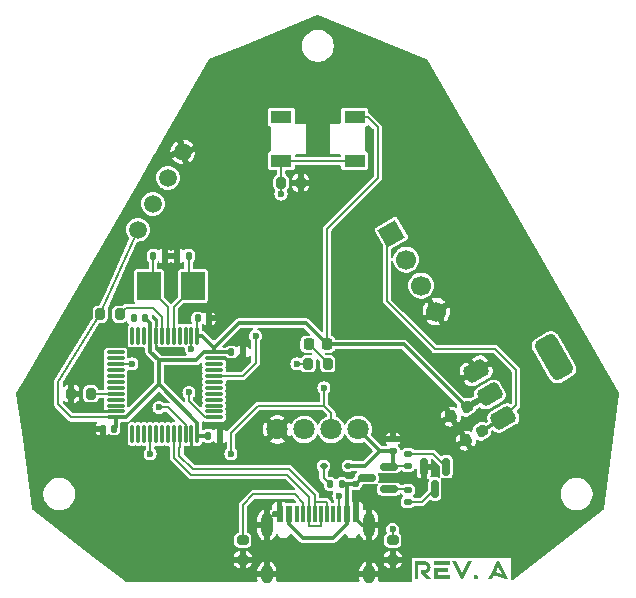
<source format=gbr>
%TF.GenerationSoftware,KiCad,Pcbnew,8.0.2*%
%TF.CreationDate,2024-05-19T19:48:28-04:00*%
%TF.ProjectId,BaseStation,42617365-5374-4617-9469-6f6e2e6b6963,rev?*%
%TF.SameCoordinates,Original*%
%TF.FileFunction,Copper,L1,Top*%
%TF.FilePolarity,Positive*%
%FSLAX46Y46*%
G04 Gerber Fmt 4.6, Leading zero omitted, Abs format (unit mm)*
G04 Created by KiCad (PCBNEW 8.0.2) date 2024-05-19 19:48:28*
%MOMM*%
%LPD*%
G01*
G04 APERTURE LIST*
G04 Aperture macros list*
%AMRoundRect*
0 Rectangle with rounded corners*
0 $1 Rounding radius*
0 $2 $3 $4 $5 $6 $7 $8 $9 X,Y pos of 4 corners*
0 Add a 4 corners polygon primitive as box body*
4,1,4,$2,$3,$4,$5,$6,$7,$8,$9,$2,$3,0*
0 Add four circle primitives for the rounded corners*
1,1,$1+$1,$2,$3*
1,1,$1+$1,$4,$5*
1,1,$1+$1,$6,$7*
1,1,$1+$1,$8,$9*
0 Add four rect primitives between the rounded corners*
20,1,$1+$1,$2,$3,$4,$5,0*
20,1,$1+$1,$4,$5,$6,$7,0*
20,1,$1+$1,$6,$7,$8,$9,0*
20,1,$1+$1,$8,$9,$2,$3,0*%
%AMHorizOval*
0 Thick line with rounded ends*
0 $1 width*
0 $2 $3 position (X,Y) of the first rounded end (center of the circle)*
0 $4 $5 position (X,Y) of the second rounded end (center of the circle)*
0 Add line between two ends*
20,1,$1,$2,$3,$4,$5,0*
0 Add two circle primitives to create the rounded ends*
1,1,$1,$2,$3*
1,1,$1,$4,$5*%
%AMRotRect*
0 Rectangle, with rotation*
0 The origin of the aperture is its center*
0 $1 length*
0 $2 width*
0 $3 Rotation angle, in degrees counterclockwise*
0 Add horizontal line*
21,1,$1,$2,0,0,$3*%
G04 Aperture macros list end*
%TA.AperFunction,Conductor*%
%ADD10C,0.500000*%
%TD*%
%TA.AperFunction,Conductor*%
%ADD11C,0.300000*%
%TD*%
%ADD12C,0.300000*%
%TA.AperFunction,NonConductor*%
%ADD13C,0.300000*%
%TD*%
%TA.AperFunction,SMDPad,CuDef*%
%ADD14C,1.500000*%
%TD*%
%TA.AperFunction,ComponentPad*%
%ADD15C,1.800000*%
%TD*%
%TA.AperFunction,SMDPad,CuDef*%
%ADD16R,2.000000X2.400000*%
%TD*%
%TA.AperFunction,SMDPad,CuDef*%
%ADD17RoundRect,0.135000X-0.185000X0.135000X-0.185000X-0.135000X0.185000X-0.135000X0.185000X0.135000X0*%
%TD*%
%TA.AperFunction,SMDPad,CuDef*%
%ADD18RoundRect,0.135000X0.185000X-0.135000X0.185000X0.135000X-0.185000X0.135000X-0.185000X-0.135000X0*%
%TD*%
%TA.AperFunction,SMDPad,CuDef*%
%ADD19RoundRect,0.140000X-0.140000X-0.170000X0.140000X-0.170000X0.140000X0.170000X-0.140000X0.170000X0*%
%TD*%
%TA.AperFunction,SMDPad,CuDef*%
%ADD20RoundRect,0.200000X-0.200000X-0.275000X0.200000X-0.275000X0.200000X0.275000X-0.200000X0.275000X0*%
%TD*%
%TA.AperFunction,SMDPad,CuDef*%
%ADD21RoundRect,0.200000X0.200000X0.275000X-0.200000X0.275000X-0.200000X-0.275000X0.200000X-0.275000X0*%
%TD*%
%TA.AperFunction,SMDPad,CuDef*%
%ADD22RoundRect,0.140000X0.140000X0.170000X-0.140000X0.170000X-0.140000X-0.170000X0.140000X-0.170000X0*%
%TD*%
%TA.AperFunction,SMDPad,CuDef*%
%ADD23RoundRect,0.225000X0.069856X0.329006X-0.319856X0.104006X-0.069856X-0.329006X0.319856X-0.104006X0*%
%TD*%
%TA.AperFunction,SMDPad,CuDef*%
%ADD24R,0.600000X1.450000*%
%TD*%
%TA.AperFunction,SMDPad,CuDef*%
%ADD25R,0.300000X1.450000*%
%TD*%
%TA.AperFunction,ComponentPad*%
%ADD26O,1.000000X2.100000*%
%TD*%
%TA.AperFunction,ComponentPad*%
%ADD27O,1.000000X1.600000*%
%TD*%
%TA.AperFunction,SMDPad,CuDef*%
%ADD28RoundRect,0.218750X-0.218750X-0.256250X0.218750X-0.256250X0.218750X0.256250X-0.218750X0.256250X0*%
%TD*%
%TA.AperFunction,SMDPad,CuDef*%
%ADD29RoundRect,0.375000X-0.353766X-0.637260X0.728766X-0.012260X0.353766X0.637260X-0.728766X0.012260X0*%
%TD*%
%TA.AperFunction,SMDPad,CuDef*%
%ADD30RoundRect,0.500000X0.266987X-1.462436X1.133013X-0.962436X-0.266987X1.462436X-1.133013X0.962436X0*%
%TD*%
%TA.AperFunction,SMDPad,CuDef*%
%ADD31RoundRect,0.150000X0.587500X0.150000X-0.587500X0.150000X-0.587500X-0.150000X0.587500X-0.150000X0*%
%TD*%
%TA.AperFunction,SMDPad,CuDef*%
%ADD32RoundRect,0.075000X-0.075000X0.662500X-0.075000X-0.662500X0.075000X-0.662500X0.075000X0.662500X0*%
%TD*%
%TA.AperFunction,SMDPad,CuDef*%
%ADD33RoundRect,0.075000X-0.662500X0.075000X-0.662500X-0.075000X0.662500X-0.075000X0.662500X0.075000X0*%
%TD*%
%TA.AperFunction,SMDPad,CuDef*%
%ADD34RoundRect,0.200000X-0.275000X0.200000X-0.275000X-0.200000X0.275000X-0.200000X0.275000X0.200000X0*%
%TD*%
%TA.AperFunction,SMDPad,CuDef*%
%ADD35RoundRect,0.135000X0.135000X0.185000X-0.135000X0.185000X-0.135000X-0.185000X0.135000X-0.185000X0*%
%TD*%
%TA.AperFunction,SMDPad,CuDef*%
%ADD36R,1.800000X1.100000*%
%TD*%
%TA.AperFunction,SMDPad,CuDef*%
%ADD37RoundRect,0.112500X0.187500X0.112500X-0.187500X0.112500X-0.187500X-0.112500X0.187500X-0.112500X0*%
%TD*%
%TA.AperFunction,SMDPad,CuDef*%
%ADD38RoundRect,0.150000X-0.150000X0.587500X-0.150000X-0.587500X0.150000X-0.587500X0.150000X0.587500X0*%
%TD*%
%TA.AperFunction,ComponentPad*%
%ADD39RotRect,1.700000X1.700000X30.000000*%
%TD*%
%TA.AperFunction,ComponentPad*%
%ADD40HorizOval,1.700000X0.000000X0.000000X0.000000X0.000000X0*%
%TD*%
%TA.AperFunction,ViaPad*%
%ADD41C,0.600000*%
%TD*%
%TA.AperFunction,Conductor*%
%ADD42C,0.200000*%
%TD*%
G04 APERTURE END LIST*
D10*
%TO.N,+3V3*%
X88809170Y-85464500D02*
X90744011Y-84378984D01*
D11*
%TO.N,VBUS*%
X90079170Y-87496500D02*
X91894020Y-86370858D01*
D12*
D13*
G36*
X84702919Y-98791508D02*
G01*
X84702919Y-99973400D01*
X84407263Y-99973400D01*
X84407263Y-98495852D01*
X85220225Y-98495852D01*
X85298381Y-98501185D01*
X85372106Y-98517182D01*
X85441400Y-98543843D01*
X85506264Y-98581169D01*
X85566697Y-98629160D01*
X85585856Y-98647527D01*
X85637278Y-98706483D01*
X85678060Y-98769870D01*
X85708204Y-98837687D01*
X85727708Y-98909936D01*
X85736574Y-98986615D01*
X85737165Y-99013159D01*
X85731120Y-99095774D01*
X85712985Y-99173626D01*
X85682760Y-99246716D01*
X85640445Y-99315043D01*
X85588398Y-99376157D01*
X85528978Y-99427608D01*
X85462186Y-99469397D01*
X85388020Y-99501522D01*
X85859897Y-99973400D01*
X85441509Y-99973400D01*
X84924203Y-99456093D01*
X84924203Y-99234443D01*
X85220225Y-99234443D01*
X85295248Y-99222031D01*
X85360033Y-99184795D01*
X85376662Y-99169596D01*
X85420991Y-99107737D01*
X85440496Y-99035639D01*
X85441509Y-99013159D01*
X85429097Y-98937885D01*
X85391861Y-98872990D01*
X85376662Y-98856355D01*
X85314803Y-98812026D01*
X85242705Y-98792522D01*
X85220225Y-98791508D01*
X84702919Y-98791508D01*
G37*
G36*
X86038316Y-98495852D02*
G01*
X87367486Y-98495852D01*
X87367486Y-98791508D01*
X86038316Y-98791508D01*
X86038316Y-98495852D01*
G37*
G36*
X86333972Y-99382088D02*
G01*
X86333972Y-99677744D01*
X87367486Y-99677744D01*
X87367486Y-99973400D01*
X86038316Y-99973400D01*
X86038316Y-99087164D01*
X87219841Y-99087164D01*
X87219841Y-99382088D01*
X86333972Y-99382088D01*
G37*
G36*
X88911345Y-98495852D02*
G01*
X89241073Y-98495852D01*
X88502116Y-99973400D01*
X88320766Y-99973400D01*
X87564590Y-98495852D01*
X87896150Y-98495852D01*
X88409426Y-99498225D01*
X88911345Y-98495852D01*
G37*
G36*
X89570801Y-99645137D02*
G01*
X89645460Y-99660647D01*
X89700860Y-99700092D01*
X89743168Y-99764813D01*
X89755082Y-99833082D01*
X89739779Y-99909195D01*
X89700860Y-99965706D01*
X89637331Y-100008300D01*
X89570801Y-100020294D01*
X89496038Y-100004888D01*
X89440375Y-99965706D01*
X89398067Y-99900906D01*
X89386153Y-99833082D01*
X89399709Y-99760633D01*
X89440375Y-99700092D01*
X89504190Y-99657212D01*
X89570801Y-99645137D01*
G37*
G36*
X92299482Y-99973400D02*
G01*
X92033501Y-99973400D01*
X91131879Y-99632681D01*
X90954558Y-99973400D01*
X90622999Y-99973400D01*
X90930946Y-99371829D01*
X91267800Y-99371829D01*
X91758362Y-99557576D01*
X91467835Y-98980186D01*
X91267800Y-99371829D01*
X90930946Y-99371829D01*
X91379175Y-98496219D01*
X91560525Y-98496219D01*
X92299482Y-99973400D01*
G37*
%TD*%
D14*
%TO.P,J8,1,Pin_1*%
%TO.N,SWSCK_DBG*%
X63500000Y-66040000D03*
%TD*%
D15*
%TO.P,J2,1,Pin_1*%
%TO.N,VCHRG*%
X79629000Y-87337219D03*
%TD*%
D16*
%TO.P,Y2,1,1*%
%TO.N,Net-(U1-PD1)*%
X61904000Y-75184000D03*
%TO.P,Y2,2,2*%
%TO.N,Net-(U1-PD0)*%
X65604000Y-75184000D03*
%TD*%
D17*
%TO.P,R7,1*%
%TO.N,Net-(Q1-B)*%
X83820000Y-92454000D03*
%TO.P,R7,2*%
%TO.N,Net-(Q3-C)*%
X83820000Y-93474000D03*
%TD*%
D18*
%TO.P,R9,1*%
%TO.N,VCHRG*%
X82550000Y-89156000D03*
%TO.P,R9,2*%
%TO.N,GND*%
X82550000Y-88136000D03*
%TD*%
D19*
%TO.P,C7,1*%
%TO.N,+3V3*%
X68862000Y-80822800D03*
%TO.P,C7,2*%
%TO.N,GND*%
X69822000Y-80822800D03*
%TD*%
D20*
%TO.P,R3,1*%
%TO.N,+3V3*%
X57772800Y-77571600D03*
%TO.P,R3,2*%
%TO.N,Net-(U1-NRST)*%
X59422800Y-77571600D03*
%TD*%
D21*
%TO.P,R5,1*%
%TO.N,GND*%
X74739000Y-66446400D03*
%TO.P,R5,2*%
%TO.N,BOOT0*%
X73089000Y-66446400D03*
%TD*%
D22*
%TO.P,C8,1*%
%TO.N,+3V3*%
X61592400Y-77927200D03*
%TO.P,C8,2*%
%TO.N,GND*%
X60632400Y-77927200D03*
%TD*%
D15*
%TO.P,J5,1,Pin_1*%
%TO.N,GND*%
X72771000Y-87337219D03*
%TD*%
%TO.P,J4,1,Pin_1*%
%TO.N,SWSCK*%
X75057000Y-87337219D03*
%TD*%
D14*
%TO.P,J6,1,Pin_1*%
%TO.N,+3V3*%
X60960000Y-70439409D03*
%TD*%
D23*
%TO.P,C1,1*%
%TO.N,VBUS*%
X90079170Y-87496500D03*
%TO.P,C1,2*%
%TO.N,GND*%
X88736830Y-88271500D03*
%TD*%
D19*
%TO.P,C5,1*%
%TO.N,+3V3*%
X66931600Y-87884000D03*
%TO.P,C5,2*%
%TO.N,GND*%
X67891600Y-87884000D03*
%TD*%
D24*
%TO.P,J1,A1,GND*%
%TO.N,GND*%
X72950000Y-94507000D03*
%TO.P,J1,A4,VBUS*%
%TO.N,VBUS*%
X73750000Y-94507000D03*
D25*
%TO.P,J1,A5,CC1*%
%TO.N,Net-(J1-CC1)*%
X74950000Y-94507000D03*
%TO.P,J1,A6,D+*%
%TO.N,USB_D+*%
X75950000Y-94507000D03*
%TO.P,J1,A7,D-*%
%TO.N,USB_D-*%
X76450000Y-94507000D03*
%TO.P,J1,A8,SBU1*%
%TO.N,unconnected-(J1-SBU1-PadA8)*%
X77450000Y-94507000D03*
D24*
%TO.P,J1,A9,VBUS*%
%TO.N,VBUS*%
X78650000Y-94507000D03*
%TO.P,J1,A12,GND*%
%TO.N,GND*%
X79450000Y-94507000D03*
%TO.P,J1,B1,GND*%
X79450000Y-94507000D03*
%TO.P,J1,B4,VBUS*%
%TO.N,VBUS*%
X78650000Y-94507000D03*
D25*
%TO.P,J1,B5,CC2*%
%TO.N,Net-(J1-CC2)*%
X77950000Y-94507000D03*
%TO.P,J1,B6,D+*%
%TO.N,USB_D+*%
X76950000Y-94507000D03*
%TO.P,J1,B7,D-*%
%TO.N,USB_D-*%
X75450000Y-94507000D03*
%TO.P,J1,B8,SBU2*%
%TO.N,unconnected-(J1-SBU2-PadB8)*%
X74450000Y-94507000D03*
D24*
%TO.P,J1,B9,VBUS*%
%TO.N,VBUS*%
X73750000Y-94507000D03*
%TO.P,J1,B12,GND*%
%TO.N,GND*%
X72950000Y-94507000D03*
D26*
%TO.P,J1,S1,SHIELD*%
X71880000Y-95422000D03*
D27*
X71880000Y-99602000D03*
D26*
X80520000Y-95422000D03*
D27*
X80520000Y-99602000D03*
%TD*%
D17*
%TO.P,R8,1*%
%TO.N,Net-(Q3-B)*%
X83820000Y-89406000D03*
%TO.P,R8,2*%
%TO.N,VCHRG*%
X83820000Y-90426000D03*
%TD*%
D14*
%TO.P,J9,1,Pin_1*%
%TO.N,GND*%
X64770000Y-63840295D03*
%TD*%
D28*
%TO.P,D1,1,K*%
%TO.N,Net-(D1-K)*%
X75412500Y-80137000D03*
%TO.P,D1,2,A*%
%TO.N,+3V3*%
X76987500Y-80137000D03*
%TD*%
D29*
%TO.P,U2,1,GND*%
%TO.N,GND*%
X89594020Y-82387142D03*
%TO.P,U2,2,VO*%
%TO.N,+3V3*%
X90744020Y-84379000D03*
D30*
X96199980Y-81229000D03*
D29*
%TO.P,U2,3,VI*%
%TO.N,VBUS*%
X91894020Y-86370858D03*
%TD*%
D19*
%TO.P,C3,1*%
%TO.N,GND*%
X64290000Y-72644000D03*
%TO.P,C3,2*%
%TO.N,Net-(U1-PD0)*%
X65250000Y-72644000D03*
%TD*%
D21*
%TO.P,R6,1*%
%TO.N,Net-(D1-K)*%
X77025000Y-81788000D03*
%TO.P,R6,2*%
%TO.N,Net-(U1-PC13)*%
X75375000Y-81788000D03*
%TD*%
D31*
%TO.P,Q1,1,B*%
%TO.N,Net-(Q1-B)*%
X82217500Y-92390000D03*
%TO.P,Q1,2,E*%
%TO.N,VCHRG*%
X82217500Y-90490000D03*
%TO.P,Q1,3,C*%
%TO.N,VBUS*%
X80342500Y-91440000D03*
%TD*%
D19*
%TO.P,C9,1*%
%TO.N,+3V3*%
X66017200Y-77927200D03*
%TO.P,C9,2*%
%TO.N,GND*%
X66977200Y-77927200D03*
%TD*%
D32*
%TO.P,U1,1,VBAT*%
%TO.N,+3V3*%
X65996000Y-79403500D03*
%TO.P,U1,2,PC13*%
%TO.N,Net-(U1-PC13)*%
X65496000Y-79403500D03*
%TO.P,U1,3,PC14*%
%TO.N,unconnected-(U1-PC14-Pad3)*%
X64996000Y-79403500D03*
%TO.P,U1,4,PC15*%
%TO.N,unconnected-(U1-PC15-Pad4)*%
X64496000Y-79403500D03*
%TO.P,U1,5,PD0*%
%TO.N,Net-(U1-PD0)*%
X63996000Y-79403500D03*
%TO.P,U1,6,PD1*%
%TO.N,Net-(U1-PD1)*%
X63496000Y-79403500D03*
%TO.P,U1,7,NRST*%
%TO.N,Net-(U1-NRST)*%
X62996000Y-79403500D03*
%TO.P,U1,8,VSSA*%
%TO.N,GND*%
X62496000Y-79403500D03*
%TO.P,U1,9,VDDA*%
%TO.N,+3V3*%
X61996000Y-79403500D03*
%TO.P,U1,10,PA0*%
%TO.N,unconnected-(U1-PA0-Pad10)*%
X61496000Y-79403500D03*
%TO.P,U1,11,PA1*%
%TO.N,unconnected-(U1-PA1-Pad11)*%
X60996000Y-79403500D03*
%TO.P,U1,12,PA2*%
%TO.N,unconnected-(U1-PA2-Pad12)*%
X60496000Y-79403500D03*
D33*
%TO.P,U1,13,PA3*%
%TO.N,unconnected-(U1-PA3-Pad13)*%
X59083500Y-80816000D03*
%TO.P,U1,14,PA4*%
%TO.N,unconnected-(U1-PA4-Pad14)*%
X59083500Y-81316000D03*
%TO.P,U1,15,PA5*%
%TO.N,SWSCK*%
X59083500Y-81816000D03*
%TO.P,U1,16,PA6*%
%TO.N,unconnected-(U1-PA6-Pad16)*%
X59083500Y-82316000D03*
%TO.P,U1,17,PA7*%
%TO.N,unconnected-(U1-PA7-Pad17)*%
X59083500Y-82816000D03*
%TO.P,U1,18,PB0*%
%TO.N,unconnected-(U1-PB0-Pad18)*%
X59083500Y-83316000D03*
%TO.P,U1,19,PB1*%
%TO.N,unconnected-(U1-PB1-Pad19)*%
X59083500Y-83816000D03*
%TO.P,U1,20,PB2*%
%TO.N,Net-(U1-PB2)*%
X59083500Y-84316000D03*
%TO.P,U1,21,PB10*%
%TO.N,unconnected-(U1-PB10-Pad21)*%
X59083500Y-84816000D03*
%TO.P,U1,22,PB11*%
%TO.N,unconnected-(U1-PB11-Pad22)*%
X59083500Y-85316000D03*
%TO.P,U1,23,VSS*%
%TO.N,GND*%
X59083500Y-85816000D03*
%TO.P,U1,24,VDD*%
%TO.N,+3V3*%
X59083500Y-86316000D03*
D32*
%TO.P,U1,25,PB12*%
%TO.N,unconnected-(U1-PB12-Pad25)*%
X60496000Y-87728500D03*
%TO.P,U1,26,PB13*%
%TO.N,unconnected-(U1-PB13-Pad26)*%
X60996000Y-87728500D03*
%TO.P,U1,27,PB14*%
%TO.N,unconnected-(U1-PB14-Pad27)*%
X61496000Y-87728500D03*
%TO.P,U1,28,PB15*%
%TO.N,SWDIO*%
X61996000Y-87728500D03*
%TO.P,U1,29,PA8*%
%TO.N,unconnected-(U1-PA8-Pad29)*%
X62496000Y-87728500D03*
%TO.P,U1,30,PA9*%
%TO.N,unconnected-(U1-PA9-Pad30)*%
X62996000Y-87728500D03*
%TO.P,U1,31,PA10*%
%TO.N,unconnected-(U1-PA10-Pad31)*%
X63496000Y-87728500D03*
%TO.P,U1,32,PA11*%
%TO.N,USB_D-*%
X63996000Y-87728500D03*
%TO.P,U1,33,PA12*%
%TO.N,USB_D+*%
X64496000Y-87728500D03*
%TO.P,U1,34,PA13*%
%TO.N,SWDIO_DBG*%
X64996000Y-87728500D03*
%TO.P,U1,35,VSS*%
%TO.N,GND*%
X65496000Y-87728500D03*
%TO.P,U1,36,VDD*%
%TO.N,+3V3*%
X65996000Y-87728500D03*
D33*
%TO.P,U1,37,PA14*%
%TO.N,SWSCK_DBG*%
X67408500Y-86316000D03*
%TO.P,U1,38,PA15*%
%TO.N,unconnected-(U1-PA15-Pad38)*%
X67408500Y-85816000D03*
%TO.P,U1,39,PB3*%
%TO.N,unconnected-(U1-PB3-Pad39)*%
X67408500Y-85316000D03*
%TO.P,U1,40,PB4*%
%TO.N,unconnected-(U1-PB4-Pad40)*%
X67408500Y-84816000D03*
%TO.P,U1,41,PB5*%
%TO.N,unconnected-(U1-PB5-Pad41)*%
X67408500Y-84316000D03*
%TO.P,U1,42,PB6*%
%TO.N,unconnected-(U1-PB6-Pad42)*%
X67408500Y-83816000D03*
%TO.P,U1,43,PB7*%
%TO.N,unconnected-(U1-PB7-Pad43)*%
X67408500Y-83316000D03*
%TO.P,U1,44,BOOT0*%
%TO.N,BOOT0*%
X67408500Y-82816000D03*
%TO.P,U1,45,PB8*%
%TO.N,unconnected-(U1-PB8-Pad45)*%
X67408500Y-82316000D03*
%TO.P,U1,46,PB9*%
%TO.N,unconnected-(U1-PB9-Pad46)*%
X67408500Y-81816000D03*
%TO.P,U1,47,VSS*%
%TO.N,GND*%
X67408500Y-81316000D03*
%TO.P,U1,48,VDD*%
%TO.N,+3V3*%
X67408500Y-80816000D03*
%TD*%
D23*
%TO.P,C2,1*%
%TO.N,+3V3*%
X88809170Y-85464500D03*
%TO.P,C2,2*%
%TO.N,GND*%
X87466830Y-86239500D03*
%TD*%
D34*
%TO.P,R1,1*%
%TO.N,Net-(J1-CC1)*%
X69850000Y-96711000D03*
%TO.P,R1,2*%
%TO.N,GND*%
X69850000Y-98361000D03*
%TD*%
D35*
%TO.P,R10,1*%
%TO.N,VBUS*%
X78234000Y-91948000D03*
%TO.P,R10,2*%
%TO.N,Net-(D2-A)*%
X77214000Y-91948000D03*
%TD*%
D15*
%TO.P,J3,1,Pin_1*%
%TO.N,SWDIO*%
X77343000Y-87337219D03*
%TD*%
D34*
%TO.P,R2,1*%
%TO.N,Net-(J1-CC2)*%
X82550000Y-96711000D03*
%TO.P,R2,2*%
%TO.N,GND*%
X82550000Y-98361000D03*
%TD*%
D22*
%TO.P,C4,1*%
%TO.N,GND*%
X63218000Y-72644000D03*
%TO.P,C4,2*%
%TO.N,Net-(U1-PD1)*%
X62258000Y-72644000D03*
%TD*%
D36*
%TO.P,SW1,1,1*%
%TO.N,+3V3*%
X73100000Y-60888000D03*
X79300000Y-60888000D03*
%TO.P,SW1,2,2*%
%TO.N,BOOT0*%
X73100000Y-64588000D03*
X79300000Y-64588000D03*
%TD*%
D20*
%TO.P,R4,1*%
%TO.N,GND*%
X55309000Y-84328000D03*
%TO.P,R4,2*%
%TO.N,Net-(U1-PB2)*%
X56959000Y-84328000D03*
%TD*%
D37*
%TO.P,D2,1,K*%
%TO.N,VCHRG*%
X78774000Y-90424000D03*
%TO.P,D2,2,A*%
%TO.N,Net-(D2-A)*%
X76674000Y-90424000D03*
%TD*%
D22*
%TO.P,C6,1*%
%TO.N,+3V3*%
X58928000Y-87274400D03*
%TO.P,C6,2*%
%TO.N,GND*%
X57968000Y-87274400D03*
%TD*%
D38*
%TO.P,Q3,1,B*%
%TO.N,Net-(Q3-B)*%
X87056000Y-90502500D03*
%TO.P,Q3,2,E*%
%TO.N,GND*%
X85156000Y-90502500D03*
%TO.P,Q3,3,C*%
%TO.N,Net-(Q3-C)*%
X86106000Y-92377500D03*
%TD*%
D14*
%TO.P,J7,1,Pin_1*%
%TO.N,SWDIO_DBG*%
X62230000Y-68239705D03*
%TD*%
D39*
%TO.P,J10,1,Pin_1*%
%TO.N,VBUS*%
X82406861Y-70756397D03*
D40*
%TO.P,J10,2,Pin_2*%
%TO.N,SWDIO*%
X83676861Y-72956102D03*
%TO.P,J10,3,Pin_3*%
%TO.N,SWSCK*%
X84946861Y-75155806D03*
%TO.P,J10,4,Pin_4*%
%TO.N,GND*%
X86216861Y-77355511D03*
%TD*%
D41*
%TO.N,BOOT0*%
X73075800Y-67411600D03*
X70916800Y-79425800D03*
%TO.N,GND*%
X58064400Y-75285600D03*
X67564000Y-74701400D03*
X59740800Y-79044800D03*
X60223400Y-75311000D03*
X71628000Y-82042000D03*
X57581800Y-85496400D03*
X80010000Y-66040000D03*
X70205600Y-81483200D03*
X86893400Y-81559400D03*
X84836000Y-91694000D03*
X62509400Y-71653400D03*
X61671200Y-82956400D03*
X60452000Y-84378800D03*
X76200000Y-62738000D03*
X73634600Y-92227400D03*
X69545200Y-89992200D03*
X75742800Y-84531200D03*
X61849000Y-86207600D03*
X69951600Y-84328000D03*
X67868800Y-88696800D03*
X81026000Y-77978000D03*
X67360800Y-87045800D03*
X63093600Y-90195400D03*
X69646800Y-79705200D03*
X72593200Y-79451200D03*
X67513200Y-78994000D03*
X63754000Y-76276200D03*
X81280000Y-60198000D03*
X64719200Y-82880200D03*
X82042000Y-63754000D03*
X75793600Y-91617800D03*
X77724000Y-70612000D03*
X83108800Y-81000600D03*
X58267600Y-79781400D03*
X61036200Y-80822800D03*
X63042800Y-80721200D03*
%TO.N,Net-(J1-CC2)*%
X82524600Y-95808800D03*
X77978000Y-92964000D03*
%TO.N,VBUS*%
X91894020Y-86370858D03*
X79407436Y-91948000D03*
%TO.N,SWSCK_DBG*%
X65278000Y-84201000D03*
X63500000Y-66040000D03*
%TO.N,SWDIO_DBG*%
X62738000Y-85471000D03*
X62230000Y-68239705D03*
%TO.N,SWSCK*%
X60452000Y-81788000D03*
%TO.N,SWDIO*%
X76708000Y-83820000D03*
X68834000Y-89408000D03*
X61996000Y-89408000D03*
%TO.N,Net-(U1-PC13)*%
X74422000Y-81788000D03*
X65496000Y-80568800D03*
%TD*%
D42*
%TO.N,BOOT0*%
X70916800Y-81737200D02*
X69838000Y-82816000D01*
X73100000Y-66435400D02*
X73089000Y-66446400D01*
X73100000Y-64588000D02*
X73100000Y-66435400D01*
X70916800Y-79425800D02*
X70916800Y-81737200D01*
X79300000Y-64588000D02*
X73100000Y-64588000D01*
X73075800Y-67411600D02*
X73075800Y-66459600D01*
X73075800Y-66459600D02*
X73089000Y-66446400D01*
X69838000Y-82816000D02*
X67408500Y-82816000D01*
D11*
%TO.N,GND*%
X79450000Y-94507000D02*
X79450000Y-93270000D01*
X68348354Y-81316000D02*
X68515154Y-81482800D01*
X67408500Y-81316000D02*
X68348354Y-81316000D01*
X79928000Y-95422000D02*
X80520000Y-95422000D01*
X79450000Y-94944000D02*
X79928000Y-95422000D01*
X69822000Y-80952400D02*
X69822000Y-80822800D01*
X69291600Y-81482800D02*
X69822000Y-80952400D01*
X79450000Y-94507000D02*
X79450000Y-94944000D01*
X68515154Y-81482800D02*
X69291600Y-81482800D01*
D42*
%TO.N,Net-(U1-PB2)*%
X59083500Y-84316000D02*
X56971000Y-84316000D01*
X56971000Y-84316000D02*
X56959000Y-84328000D01*
%TO.N,Net-(U1-NRST)*%
X62204600Y-77063600D02*
X59930800Y-77063600D01*
X59930800Y-77063600D02*
X59422800Y-77571600D01*
X62996000Y-77855000D02*
X62204600Y-77063600D01*
X62996000Y-79403500D02*
X62996000Y-77855000D01*
%TO.N,+3V3*%
X76987500Y-70332500D02*
X81280000Y-66040000D01*
D11*
X67408500Y-80816000D02*
X67408500Y-80413300D01*
D42*
X65996000Y-77948400D02*
X66017200Y-77927200D01*
D11*
X59083500Y-86316000D02*
X59083500Y-87118900D01*
X69488200Y-78333600D02*
X75184100Y-78333600D01*
X65996000Y-86760120D02*
X62738000Y-83502120D01*
X67408500Y-80816000D02*
X68855200Y-80816000D01*
X65900680Y-81483200D02*
X66567880Y-80816000D01*
D42*
X81280000Y-61768000D02*
X80400000Y-60888000D01*
D11*
X66567880Y-80816000D02*
X67408500Y-80816000D01*
X66151500Y-87884000D02*
X65996000Y-87728500D01*
D42*
X57772800Y-77571600D02*
X54229000Y-83286600D01*
D11*
X61996000Y-79403500D02*
X61996000Y-78330800D01*
X67408500Y-80413300D02*
X69488200Y-78333600D01*
D42*
X81280000Y-66040000D02*
X81280000Y-61768000D01*
X76987500Y-80137000D02*
X76987500Y-70332500D01*
D11*
X76987500Y-80137000D02*
X83481670Y-80137000D01*
X68855200Y-80816000D02*
X68862000Y-80822800D01*
D42*
X57772800Y-77571600D02*
X60960000Y-70439409D01*
D11*
X65996000Y-87728500D02*
X65996000Y-86760120D01*
X61996000Y-79403500D02*
X61996000Y-80741200D01*
X66398700Y-79403500D02*
X65996000Y-79403500D01*
X83481670Y-80137000D02*
X88809170Y-85464500D01*
D42*
X54229000Y-83286600D02*
X54229000Y-85217000D01*
D11*
X59924120Y-86316000D02*
X59083500Y-86316000D01*
X61996000Y-78330800D02*
X61592400Y-77927200D01*
X66931600Y-87884000D02*
X66151500Y-87884000D01*
X61996000Y-80741200D02*
X62738000Y-81483200D01*
D42*
X65996000Y-79403500D02*
X65996000Y-77948400D01*
D11*
X75184100Y-78333600D02*
X76987500Y-80137000D01*
D42*
X80400000Y-60888000D02*
X79300000Y-60888000D01*
X55328000Y-86316000D02*
X59083500Y-86316000D01*
D11*
X62738000Y-83502120D02*
X59924120Y-86316000D01*
D42*
X54229000Y-85217000D02*
X55328000Y-86316000D01*
D11*
X62738000Y-81483200D02*
X65900680Y-81483200D01*
X62738000Y-81483200D02*
X62738000Y-83502120D01*
X67408500Y-80413300D02*
X66398700Y-79403500D01*
X59083500Y-87118900D02*
X58928000Y-87274400D01*
D42*
%TO.N,Net-(J1-CC2)*%
X82524600Y-96685600D02*
X82550000Y-96711000D01*
X77950000Y-92992000D02*
X77978000Y-92964000D01*
X82524600Y-95808800D02*
X82524600Y-96685600D01*
X77950000Y-94507000D02*
X77950000Y-92992000D01*
%TO.N,Net-(J1-CC1)*%
X74255000Y-92837000D02*
X74950000Y-93532000D01*
X74950000Y-93532000D02*
X74950000Y-94507000D01*
X70739000Y-92837000D02*
X74255000Y-92837000D01*
X69850000Y-96711000D02*
X69850000Y-93726000D01*
X69850000Y-93726000D02*
X70739000Y-92837000D01*
%TO.N,VBUS*%
X82406861Y-70756397D02*
X82042000Y-71121258D01*
D11*
X74903305Y-96520000D02*
X77496695Y-96520000D01*
X79915436Y-91440000D02*
X80342500Y-91440000D01*
X79407436Y-91948000D02*
X79915436Y-91440000D01*
X73750000Y-94507000D02*
X73750000Y-95366695D01*
X77496695Y-96520000D02*
X78650000Y-95366695D01*
D42*
X86106000Y-80518000D02*
X91186000Y-80518000D01*
X92964000Y-85300878D02*
X91894020Y-86370858D01*
X82042000Y-71121258D02*
X82042000Y-76454000D01*
D11*
X73750000Y-95366695D02*
X74903305Y-96520000D01*
D42*
X92964000Y-82296000D02*
X92964000Y-85300878D01*
X91186000Y-80518000D02*
X92964000Y-82296000D01*
X82042000Y-76454000D02*
X86106000Y-80518000D01*
D11*
X78234000Y-91948000D02*
X78740000Y-91948000D01*
X78740000Y-91948000D02*
X79407436Y-91948000D01*
X78650000Y-94507000D02*
X78650000Y-92038000D01*
X78650000Y-95366695D02*
X78650000Y-94507000D01*
X78650000Y-92038000D02*
X78740000Y-91948000D01*
D42*
%TO.N,Net-(U1-PD0)*%
X65250000Y-72644000D02*
X65250000Y-74830000D01*
X63996000Y-76974000D02*
X65604000Y-75366000D01*
X63996000Y-79403500D02*
X63996000Y-76974000D01*
X65604000Y-75366000D02*
X65604000Y-75184000D01*
X65250000Y-74830000D02*
X65604000Y-75184000D01*
%TO.N,Net-(U1-PD1)*%
X63496000Y-79403500D02*
X63496000Y-76958000D01*
X62258000Y-74830000D02*
X61904000Y-75184000D01*
X61904000Y-75366000D02*
X61904000Y-75184000D01*
X62258000Y-72644000D02*
X62258000Y-74830000D01*
X63496000Y-76958000D02*
X61904000Y-75366000D01*
%TO.N,SWSCK_DBG*%
X66638590Y-86316000D02*
X65278000Y-84955410D01*
X65278000Y-84955410D02*
X65278000Y-84201000D01*
X67408500Y-86316000D02*
X66638590Y-86316000D01*
%TO.N,SWDIO_DBG*%
X64996000Y-86958590D02*
X63508410Y-85471000D01*
X64996000Y-87728500D02*
X64996000Y-86958590D01*
X63508410Y-85471000D02*
X62738000Y-85471000D01*
%TO.N,SWSCK*%
X60424000Y-81816000D02*
X60452000Y-81788000D01*
X59083500Y-81816000D02*
X60424000Y-81816000D01*
%TO.N,USB_D+*%
X75950000Y-93532000D02*
X76000000Y-93482000D01*
X65625200Y-90707000D02*
X64471000Y-89552800D01*
X75950000Y-94507000D02*
X75950000Y-93532000D01*
X64496000Y-88834751D02*
X64496000Y-87728500D01*
X75950000Y-94507000D02*
X75950000Y-93419499D01*
X75925000Y-92878800D02*
X73753200Y-90707000D01*
X73753200Y-90707000D02*
X65625200Y-90707000D01*
X64471000Y-89552800D02*
X64471000Y-88859751D01*
X75950000Y-93419499D02*
X75925000Y-93394499D01*
X76950000Y-93532000D02*
X76950000Y-94507000D01*
X76000000Y-93482000D02*
X76900000Y-93482000D01*
X76900000Y-93482000D02*
X76950000Y-93532000D01*
X64471000Y-88859751D02*
X64496000Y-88834751D01*
X75925000Y-93394499D02*
X75925000Y-92878800D01*
%TO.N,SWDIO*%
X61996000Y-89408000D02*
X61996000Y-87728500D01*
X77343000Y-87337219D02*
X77343000Y-85979000D01*
X76708000Y-83820000D02*
X76708000Y-85344000D01*
X77343000Y-85979000D02*
X76708000Y-85344000D01*
X76708000Y-85344000D02*
X71120000Y-85344000D01*
X68834000Y-87630000D02*
X68834000Y-89408000D01*
X71120000Y-85344000D02*
X68834000Y-87630000D01*
%TO.N,Net-(U1-PC13)*%
X74422000Y-81788000D02*
X75375000Y-81788000D01*
X65496000Y-80568800D02*
X65496000Y-79403500D01*
%TO.N,USB_D-*%
X73566800Y-91157000D02*
X65438800Y-91157000D01*
X63996000Y-88834751D02*
X63996000Y-87728500D01*
X75475000Y-93394499D02*
X75475000Y-93065200D01*
X75450000Y-94507000D02*
X75450000Y-93419499D01*
X65438800Y-91157000D02*
X64021000Y-89739200D01*
X75500000Y-95532000D02*
X76400000Y-95532000D01*
X75450000Y-94507000D02*
X75450000Y-95482000D01*
X76450000Y-95482000D02*
X76450000Y-94507000D01*
X76400000Y-95532000D02*
X76450000Y-95482000D01*
X64021000Y-88859751D02*
X63996000Y-88834751D01*
X75450000Y-95482000D02*
X75500000Y-95532000D01*
X64021000Y-89739200D02*
X64021000Y-88859751D01*
X75475000Y-93065200D02*
X73566800Y-91157000D01*
X75450000Y-93419499D02*
X75475000Y-93394499D01*
%TO.N,Net-(D1-K)*%
X77025000Y-81788000D02*
X77025000Y-81749500D01*
X77025000Y-81749500D02*
X75412500Y-80137000D01*
D11*
%TO.N,VCHRG*%
X81447781Y-89156000D02*
X82550000Y-89156000D01*
X79629000Y-87337219D02*
X81447781Y-89156000D01*
X78774000Y-90424000D02*
X80179781Y-90424000D01*
X80179781Y-90424000D02*
X81447781Y-89156000D01*
X82550000Y-89156000D02*
X82550000Y-90157500D01*
D42*
X83820000Y-90426000D02*
X82281500Y-90426000D01*
X82281500Y-90426000D02*
X82217500Y-90490000D01*
D11*
X82550000Y-90157500D02*
X82217500Y-90490000D01*
D42*
%TO.N,Net-(Q3-C)*%
X83820000Y-93474000D02*
X85009500Y-93474000D01*
X85009500Y-93474000D02*
X86106000Y-92377500D01*
%TO.N,Net-(Q1-B)*%
X83756000Y-92390000D02*
X83820000Y-92454000D01*
X82217500Y-92390000D02*
X83756000Y-92390000D01*
%TO.N,Net-(Q3-B)*%
X85959500Y-89406000D02*
X87056000Y-90502500D01*
X83820000Y-89406000D02*
X85959500Y-89406000D01*
%TO.N,Net-(D2-A)*%
X76674000Y-90424000D02*
X76674000Y-91408000D01*
X76674000Y-91408000D02*
X77214000Y-91948000D01*
%TD*%
%TA.AperFunction,Conductor*%
%TO.N,GND*%
G36*
X85925003Y-89867185D02*
G01*
X86476504Y-90418686D01*
X86504281Y-90473203D01*
X86505500Y-90488690D01*
X86505500Y-91121520D01*
X86505501Y-91121523D01*
X86520352Y-91215299D01*
X86520353Y-91215302D01*
X86560888Y-91294856D01*
X86570459Y-91355288D01*
X86542682Y-91409805D01*
X86488165Y-91437582D01*
X86427733Y-91428011D01*
X86381303Y-91404353D01*
X86287522Y-91389500D01*
X85924479Y-91389500D01*
X85924475Y-91389501D01*
X85827145Y-91404915D01*
X85766713Y-91395343D01*
X85723449Y-91352077D01*
X85713879Y-91291645D01*
X85718216Y-91274436D01*
X85753149Y-91174603D01*
X85755999Y-91144211D01*
X85756000Y-91144210D01*
X85756000Y-90752501D01*
X85755999Y-90752500D01*
X85406001Y-90752500D01*
X85406000Y-90752501D01*
X85406000Y-91531760D01*
X85455490Y-91514444D01*
X85516660Y-91513071D01*
X85566955Y-91547914D01*
X85587163Y-91605666D01*
X85576399Y-91652831D01*
X85570354Y-91664695D01*
X85555500Y-91758478D01*
X85555500Y-92391309D01*
X85536593Y-92449500D01*
X85526504Y-92461313D01*
X84893314Y-93094504D01*
X84838797Y-93122281D01*
X84823310Y-93123500D01*
X84375685Y-93123500D01*
X84317494Y-93104593D01*
X84305687Y-93094509D01*
X84245179Y-93034001D01*
X84217404Y-92979487D01*
X84226975Y-92919055D01*
X84245178Y-92893999D01*
X84323076Y-92816102D01*
X84379582Y-92700518D01*
X84390500Y-92625582D01*
X84390500Y-92282418D01*
X84379582Y-92207482D01*
X84323076Y-92091898D01*
X84232102Y-92000924D01*
X84116518Y-91944418D01*
X84041582Y-91933500D01*
X83598418Y-91933500D01*
X83523482Y-91944418D01*
X83407899Y-92000923D01*
X83407898Y-92000923D01*
X83407898Y-92000924D01*
X83398316Y-92010505D01*
X83343802Y-92038281D01*
X83328315Y-92039500D01*
X83210987Y-92039500D01*
X83152796Y-92020593D01*
X83138964Y-92006762D01*
X83138559Y-92007168D01*
X83133051Y-92001660D01*
X83133050Y-92001658D01*
X83043342Y-91911950D01*
X82930304Y-91854354D01*
X82930305Y-91854354D01*
X82836521Y-91839500D01*
X81598478Y-91839500D01*
X81598476Y-91839501D01*
X81504700Y-91854352D01*
X81504697Y-91854353D01*
X81425143Y-91894888D01*
X81364711Y-91904459D01*
X81310194Y-91876681D01*
X81282417Y-91822165D01*
X81291989Y-91761733D01*
X81315646Y-91715304D01*
X81330500Y-91621519D01*
X81330499Y-91258482D01*
X81330498Y-91258478D01*
X81330498Y-91258476D01*
X81315647Y-91164700D01*
X81315646Y-91164695D01*
X81291989Y-91118267D01*
X81282417Y-91057835D01*
X81310194Y-91003318D01*
X81364710Y-90975540D01*
X81425141Y-90985110D01*
X81504696Y-91025646D01*
X81598481Y-91040500D01*
X82836518Y-91040499D01*
X82836521Y-91040499D01*
X82836522Y-91040498D01*
X82883411Y-91033072D01*
X82930299Y-91025647D01*
X82930299Y-91025646D01*
X82930304Y-91025646D01*
X83043342Y-90968050D01*
X83133050Y-90878342D01*
X83157399Y-90830553D01*
X83200663Y-90787290D01*
X83245608Y-90776500D01*
X83264315Y-90776500D01*
X83322506Y-90795407D01*
X83334312Y-90805490D01*
X83407898Y-90879076D01*
X83523482Y-90935582D01*
X83598418Y-90946500D01*
X83598421Y-90946500D01*
X84041578Y-90946500D01*
X84041582Y-90946500D01*
X84116518Y-90935582D01*
X84232102Y-90879076D01*
X84323076Y-90788102D01*
X84368061Y-90696083D01*
X84410602Y-90652112D01*
X84470868Y-90641542D01*
X84525836Y-90668414D01*
X84554512Y-90722464D01*
X84556000Y-90739566D01*
X84556000Y-91144203D01*
X84558850Y-91174600D01*
X84558850Y-91174602D01*
X84603654Y-91302647D01*
X84684207Y-91411790D01*
X84684209Y-91411792D01*
X84793352Y-91492345D01*
X84906000Y-91531761D01*
X84906000Y-90351500D01*
X84924907Y-90293309D01*
X84974407Y-90257345D01*
X85005000Y-90252500D01*
X85755998Y-90252500D01*
X85755999Y-90252499D01*
X85755999Y-89937189D01*
X85774906Y-89878998D01*
X85824406Y-89843034D01*
X85885592Y-89843034D01*
X85925003Y-89867185D01*
G37*
%TD.AperFunction*%
%TA.AperFunction,Conductor*%
G36*
X62782945Y-84120310D02*
G01*
X62808004Y-84138516D01*
X63620984Y-84951496D01*
X63648761Y-85006013D01*
X63639190Y-85066445D01*
X63595925Y-85109710D01*
X63550980Y-85120500D01*
X63211764Y-85120500D01*
X63153573Y-85101593D01*
X63133223Y-85081769D01*
X63130623Y-85078381D01*
X63130621Y-85078380D01*
X63130621Y-85078379D01*
X63015625Y-84990139D01*
X63015621Y-84990137D01*
X62881709Y-84934670D01*
X62881708Y-84934669D01*
X62738000Y-84915750D01*
X62594291Y-84934669D01*
X62594290Y-84934670D01*
X62460378Y-84990137D01*
X62460374Y-84990139D01*
X62345381Y-85078377D01*
X62345377Y-85078381D01*
X62257139Y-85193374D01*
X62257137Y-85193378D01*
X62201670Y-85327290D01*
X62201669Y-85327291D01*
X62182750Y-85470999D01*
X62182750Y-85471000D01*
X62201669Y-85614708D01*
X62201670Y-85614709D01*
X62251663Y-85735406D01*
X62257139Y-85748625D01*
X62345379Y-85863621D01*
X62460375Y-85951861D01*
X62594291Y-86007330D01*
X62738000Y-86026250D01*
X62881709Y-86007330D01*
X63015625Y-85951861D01*
X63130621Y-85863621D01*
X63131385Y-85862624D01*
X63133223Y-85860231D01*
X63183649Y-85825576D01*
X63211764Y-85821500D01*
X63322220Y-85821500D01*
X63380411Y-85840407D01*
X63392224Y-85850496D01*
X64113224Y-86571496D01*
X64141001Y-86626013D01*
X64131430Y-86686445D01*
X64088165Y-86729710D01*
X64043221Y-86740500D01*
X63882866Y-86740500D01*
X63882854Y-86740501D01*
X63835458Y-86746740D01*
X63835452Y-86746741D01*
X63787838Y-86768944D01*
X63727109Y-86776400D01*
X63704162Y-86768944D01*
X63656551Y-86746743D01*
X63656547Y-86746742D01*
X63656545Y-86746741D01*
X63609139Y-86740500D01*
X63609137Y-86740500D01*
X63382866Y-86740500D01*
X63382854Y-86740501D01*
X63335458Y-86746740D01*
X63335452Y-86746741D01*
X63287838Y-86768944D01*
X63227109Y-86776400D01*
X63204162Y-86768944D01*
X63156551Y-86746743D01*
X63156547Y-86746742D01*
X63156545Y-86746741D01*
X63109139Y-86740500D01*
X63109137Y-86740500D01*
X62882866Y-86740500D01*
X62882854Y-86740501D01*
X62835458Y-86746740D01*
X62835452Y-86746741D01*
X62787838Y-86768944D01*
X62727109Y-86776400D01*
X62704162Y-86768944D01*
X62656551Y-86746743D01*
X62656547Y-86746742D01*
X62656545Y-86746741D01*
X62609139Y-86740500D01*
X62609137Y-86740500D01*
X62382866Y-86740500D01*
X62382854Y-86740501D01*
X62335458Y-86746740D01*
X62335452Y-86746741D01*
X62287838Y-86768944D01*
X62227109Y-86776400D01*
X62204162Y-86768944D01*
X62156551Y-86746743D01*
X62156547Y-86746742D01*
X62156545Y-86746741D01*
X62109139Y-86740500D01*
X62109137Y-86740500D01*
X61882866Y-86740500D01*
X61882854Y-86740501D01*
X61835458Y-86746740D01*
X61835452Y-86746741D01*
X61787838Y-86768944D01*
X61727109Y-86776400D01*
X61704162Y-86768944D01*
X61656551Y-86746743D01*
X61656547Y-86746742D01*
X61656545Y-86746741D01*
X61609139Y-86740500D01*
X61609137Y-86740500D01*
X61382866Y-86740500D01*
X61382854Y-86740501D01*
X61335458Y-86746740D01*
X61335452Y-86746741D01*
X61287838Y-86768944D01*
X61227109Y-86776400D01*
X61204162Y-86768944D01*
X61156551Y-86746743D01*
X61156547Y-86746742D01*
X61156545Y-86746741D01*
X61109139Y-86740500D01*
X61109137Y-86740500D01*
X60882866Y-86740500D01*
X60882854Y-86740501D01*
X60835458Y-86746740D01*
X60835452Y-86746741D01*
X60787838Y-86768944D01*
X60727109Y-86776400D01*
X60704162Y-86768944D01*
X60656551Y-86746743D01*
X60656547Y-86746742D01*
X60656545Y-86746741D01*
X60609139Y-86740500D01*
X60609137Y-86740500D01*
X60382866Y-86740500D01*
X60382854Y-86740501D01*
X60335455Y-86746740D01*
X60327746Y-86750335D01*
X60267017Y-86757789D01*
X60213504Y-86728125D01*
X60187648Y-86672671D01*
X60199324Y-86612610D01*
X60215899Y-86590613D01*
X62667996Y-84138515D01*
X62722513Y-84110739D01*
X62782945Y-84120310D01*
G37*
%TD.AperFunction*%
%TA.AperFunction,Conductor*%
G36*
X66366445Y-81680569D02*
G01*
X66409709Y-81723834D01*
X66420500Y-81768778D01*
X66420500Y-81929133D01*
X66420501Y-81929145D01*
X66426740Y-81976541D01*
X66426741Y-81976547D01*
X66448944Y-82024162D01*
X66456400Y-82084891D01*
X66448944Y-82107838D01*
X66426743Y-82155448D01*
X66426741Y-82155456D01*
X66420500Y-82202862D01*
X66420500Y-82429133D01*
X66420501Y-82429145D01*
X66426740Y-82476541D01*
X66426741Y-82476547D01*
X66448944Y-82524162D01*
X66456400Y-82584891D01*
X66448944Y-82607838D01*
X66426743Y-82655448D01*
X66426741Y-82655453D01*
X66426741Y-82655455D01*
X66425467Y-82665136D01*
X66420500Y-82702862D01*
X66420500Y-82929133D01*
X66420501Y-82929145D01*
X66426740Y-82976541D01*
X66426741Y-82976547D01*
X66448944Y-83024162D01*
X66456400Y-83084891D01*
X66448944Y-83107838D01*
X66426743Y-83155448D01*
X66426741Y-83155453D01*
X66426741Y-83155455D01*
X66425030Y-83168456D01*
X66420500Y-83202862D01*
X66420500Y-83429133D01*
X66420501Y-83429145D01*
X66426740Y-83476541D01*
X66426741Y-83476547D01*
X66448944Y-83524162D01*
X66456400Y-83584891D01*
X66448944Y-83607838D01*
X66426743Y-83655448D01*
X66426741Y-83655456D01*
X66420500Y-83702862D01*
X66420500Y-83929133D01*
X66420501Y-83929145D01*
X66426740Y-83976541D01*
X66426741Y-83976547D01*
X66448944Y-84024162D01*
X66456400Y-84084891D01*
X66448944Y-84107838D01*
X66426743Y-84155448D01*
X66426741Y-84155453D01*
X66426741Y-84155455D01*
X66425443Y-84165319D01*
X66420500Y-84202862D01*
X66420500Y-84429133D01*
X66420501Y-84429145D01*
X66426740Y-84476541D01*
X66426741Y-84476547D01*
X66448944Y-84524162D01*
X66456400Y-84584891D01*
X66448944Y-84607838D01*
X66426743Y-84655448D01*
X66426741Y-84655456D01*
X66420500Y-84702862D01*
X66420500Y-84929133D01*
X66420501Y-84929145D01*
X66426740Y-84976541D01*
X66426741Y-84976547D01*
X66448944Y-85024162D01*
X66456400Y-85084891D01*
X66448944Y-85107838D01*
X66426743Y-85155448D01*
X66426741Y-85155453D01*
X66426741Y-85155455D01*
X66421749Y-85193378D01*
X66420500Y-85202862D01*
X66420500Y-85363220D01*
X66401593Y-85421411D01*
X66352093Y-85457375D01*
X66290907Y-85457375D01*
X66251496Y-85433224D01*
X65657496Y-84839224D01*
X65629719Y-84784707D01*
X65628500Y-84769220D01*
X65628500Y-84674762D01*
X65647407Y-84616571D01*
X65667234Y-84596219D01*
X65670621Y-84593621D01*
X65758861Y-84478625D01*
X65814330Y-84344709D01*
X65833250Y-84201000D01*
X65828552Y-84165319D01*
X65814330Y-84057291D01*
X65758861Y-83923375D01*
X65670621Y-83808379D01*
X65555625Y-83720139D01*
X65555621Y-83720137D01*
X65421709Y-83664670D01*
X65421708Y-83664669D01*
X65278000Y-83645750D01*
X65134291Y-83664669D01*
X65134290Y-83664670D01*
X65000378Y-83720137D01*
X65000374Y-83720139D01*
X64885381Y-83808377D01*
X64885377Y-83808381D01*
X64797139Y-83923374D01*
X64797137Y-83923378D01*
X64741670Y-84057290D01*
X64741669Y-84057291D01*
X64722750Y-84200999D01*
X64722750Y-84201000D01*
X64741669Y-84344708D01*
X64741670Y-84344709D01*
X64796275Y-84476541D01*
X64797139Y-84478625D01*
X64797141Y-84478628D01*
X64797142Y-84478629D01*
X64885375Y-84593617D01*
X64885377Y-84593618D01*
X64885379Y-84593621D01*
X64888763Y-84596217D01*
X64923421Y-84646638D01*
X64927500Y-84674762D01*
X64927500Y-84886219D01*
X64908593Y-84944410D01*
X64859093Y-84980374D01*
X64797907Y-84980374D01*
X64758496Y-84956223D01*
X63167496Y-83365223D01*
X63139719Y-83310706D01*
X63138500Y-83295219D01*
X63138500Y-81982700D01*
X63157407Y-81924509D01*
X63206907Y-81888545D01*
X63237500Y-81883700D01*
X65953405Y-81883700D01*
X65953407Y-81883700D01*
X66055268Y-81856407D01*
X66055270Y-81856405D01*
X66055272Y-81856405D01*
X66146588Y-81803683D01*
X66146588Y-81803682D01*
X66146593Y-81803680D01*
X66251498Y-81698774D01*
X66306013Y-81670998D01*
X66366445Y-81680569D01*
G37*
%TD.AperFunction*%
%TA.AperFunction,Conductor*%
G36*
X70708671Y-78753007D02*
G01*
X70744635Y-78802507D01*
X70744635Y-78863693D01*
X70708671Y-78913193D01*
X70688365Y-78924564D01*
X70639178Y-78944937D01*
X70639174Y-78944939D01*
X70524181Y-79033177D01*
X70524177Y-79033181D01*
X70435939Y-79148174D01*
X70435937Y-79148178D01*
X70380470Y-79282090D01*
X70380469Y-79282091D01*
X70361550Y-79425799D01*
X70361550Y-79425800D01*
X70380469Y-79569508D01*
X70380470Y-79569509D01*
X70435390Y-79702101D01*
X70435939Y-79703425D01*
X70435941Y-79703428D01*
X70435942Y-79703429D01*
X70524175Y-79818417D01*
X70524177Y-79818418D01*
X70524179Y-79818421D01*
X70527563Y-79821017D01*
X70562221Y-79871438D01*
X70566300Y-79899562D01*
X70566300Y-80464910D01*
X70547393Y-80523101D01*
X70497893Y-80559065D01*
X70436707Y-80559065D01*
X70387207Y-80523101D01*
X70373856Y-80497608D01*
X70355405Y-80444879D01*
X70276641Y-80338160D01*
X70276636Y-80338155D01*
X70169919Y-80259394D01*
X70072000Y-80225129D01*
X70072000Y-81420467D01*
X70169922Y-81386204D01*
X70276639Y-81307441D01*
X70276641Y-81307439D01*
X70355404Y-81200722D01*
X70373855Y-81147992D01*
X70410921Y-81099311D01*
X70469521Y-81081714D01*
X70527273Y-81101922D01*
X70562117Y-81152216D01*
X70566300Y-81180689D01*
X70566300Y-81551010D01*
X70547393Y-81609201D01*
X70537304Y-81621014D01*
X69721814Y-82436504D01*
X69667297Y-82464281D01*
X69651810Y-82465500D01*
X68495500Y-82465500D01*
X68437309Y-82446593D01*
X68401345Y-82397093D01*
X68396500Y-82366501D01*
X68396499Y-82202866D01*
X68396498Y-82202854D01*
X68393572Y-82180622D01*
X68390259Y-82155455D01*
X68368054Y-82107838D01*
X68360598Y-82047110D01*
X68368051Y-82024168D01*
X68390259Y-81976545D01*
X68396500Y-81929139D01*
X68396499Y-81702862D01*
X68390259Y-81655455D01*
X68390258Y-81655453D01*
X68389349Y-81652332D01*
X68389443Y-81649252D01*
X68389271Y-81647945D01*
X68389483Y-81647916D01*
X68391218Y-81591175D01*
X68395454Y-81581149D01*
X68435379Y-81499482D01*
X68444561Y-81436459D01*
X68471660Y-81381602D01*
X68525828Y-81353151D01*
X68586374Y-81361971D01*
X68587427Y-81362500D01*
X68599825Y-81368817D01*
X68691265Y-81383300D01*
X69032734Y-81383299D01*
X69032737Y-81383299D01*
X69059332Y-81379086D01*
X69124175Y-81368817D01*
X69234391Y-81312659D01*
X69234391Y-81312658D01*
X69234394Y-81312657D01*
X69240697Y-81308078D01*
X69241625Y-81309356D01*
X69288120Y-81285660D01*
X69348553Y-81295226D01*
X69362406Y-81303785D01*
X69474077Y-81386204D01*
X69572000Y-81420468D01*
X69572000Y-80225130D01*
X69571999Y-80225129D01*
X69474080Y-80259394D01*
X69362405Y-80341815D01*
X69304358Y-80361157D01*
X69246027Y-80342686D01*
X69235365Y-80333649D01*
X69234393Y-80332943D01*
X69234391Y-80332941D01*
X69124175Y-80276783D01*
X69124176Y-80276783D01*
X69032736Y-80262300D01*
X68691262Y-80262300D01*
X68599825Y-80276783D01*
X68599821Y-80276784D01*
X68489609Y-80332941D01*
X68489607Y-80332942D01*
X68436045Y-80386504D01*
X68381528Y-80414281D01*
X68366042Y-80415500D01*
X68211701Y-80415500D01*
X68153510Y-80396593D01*
X68117546Y-80347093D01*
X68117546Y-80285907D01*
X68141697Y-80246496D01*
X69625097Y-78763096D01*
X69679614Y-78735319D01*
X69695101Y-78734100D01*
X70650480Y-78734100D01*
X70708671Y-78753007D01*
G37*
%TD.AperFunction*%
%TA.AperFunction,Conductor*%
G36*
X62291391Y-77646073D02*
G01*
X62616504Y-77971186D01*
X62644281Y-78025703D01*
X62645500Y-78041190D01*
X62645500Y-78539664D01*
X62636225Y-78581503D01*
X62601742Y-78655451D01*
X62601741Y-78655456D01*
X62595500Y-78702862D01*
X62595500Y-80104134D01*
X62595501Y-80104145D01*
X62601740Y-80151543D01*
X62601741Y-80151545D01*
X62636054Y-80225130D01*
X62636724Y-80226565D01*
X62646000Y-80268405D01*
X62646000Y-80435257D01*
X62679480Y-80430380D01*
X62761149Y-80390454D01*
X62821731Y-80381882D01*
X62832332Y-80384348D01*
X62835447Y-80385255D01*
X62835455Y-80385259D01*
X62882861Y-80391500D01*
X63109138Y-80391499D01*
X63156545Y-80385259D01*
X63204161Y-80363054D01*
X63264888Y-80355598D01*
X63287836Y-80363053D01*
X63335455Y-80385259D01*
X63382861Y-80391500D01*
X63609138Y-80391499D01*
X63656545Y-80385259D01*
X63704161Y-80363054D01*
X63764888Y-80355598D01*
X63787836Y-80363053D01*
X63835455Y-80385259D01*
X63882861Y-80391500D01*
X64109138Y-80391499D01*
X64156545Y-80385259D01*
X64204161Y-80363054D01*
X64264888Y-80355598D01*
X64287836Y-80363053D01*
X64335455Y-80385259D01*
X64382861Y-80391500D01*
X64609138Y-80391499D01*
X64656545Y-80385259D01*
X64704161Y-80363054D01*
X64764888Y-80355598D01*
X64787836Y-80363053D01*
X64835455Y-80385259D01*
X64864555Y-80389090D01*
X64919779Y-80415429D01*
X64948975Y-80469199D01*
X64949786Y-80500164D01*
X64940750Y-80568799D01*
X64940750Y-80568800D01*
X64959669Y-80712508D01*
X64959670Y-80712509D01*
X65015137Y-80846421D01*
X65015139Y-80846425D01*
X65074229Y-80923432D01*
X65094653Y-80981108D01*
X65077276Y-81039774D01*
X65028734Y-81077021D01*
X64995687Y-81082700D01*
X62944901Y-81082700D01*
X62886710Y-81063793D01*
X62874897Y-81053704D01*
X62425496Y-80604303D01*
X62397719Y-80549786D01*
X62396500Y-80534299D01*
X62396500Y-78391514D01*
X62396501Y-78391501D01*
X62396501Y-78278072D01*
X62396500Y-78278070D01*
X62380772Y-78219375D01*
X62369207Y-78176213D01*
X62345684Y-78135470D01*
X62316480Y-78084887D01*
X62316479Y-78084885D01*
X62241921Y-78010327D01*
X62241915Y-78010322D01*
X62241913Y-78010320D01*
X62241911Y-78010318D01*
X62151894Y-77920302D01*
X62124118Y-77865786D01*
X62122899Y-77850299D01*
X62122899Y-77726466D01*
X62122693Y-77723852D01*
X62122899Y-77722993D01*
X62122899Y-77722576D01*
X62122999Y-77722576D01*
X62136972Y-77664356D01*
X62183494Y-77624616D01*
X62244490Y-77619811D01*
X62291391Y-77646073D01*
G37*
%TD.AperFunction*%
%TA.AperFunction,Conductor*%
G36*
X76237460Y-52235233D02*
G01*
X85380535Y-55973670D01*
X85427242Y-56013194D01*
X85428804Y-56015806D01*
X101721477Y-84235545D01*
X101734198Y-84295393D01*
X101733833Y-84298414D01*
X100399877Y-94085760D01*
X100373285Y-94140865D01*
X100362409Y-94150657D01*
X92714351Y-100074818D01*
X92656769Y-100095505D01*
X92598024Y-100078395D01*
X92560556Y-100030024D01*
X92554726Y-99996552D01*
X92554726Y-98240353D01*
X92554726Y-98240352D01*
X84151763Y-98240352D01*
X84151763Y-98240353D01*
X84151763Y-100121305D01*
X84132856Y-100179496D01*
X84083356Y-100215460D01*
X84052763Y-100220305D01*
X81392991Y-100220305D01*
X81334800Y-100201398D01*
X81298836Y-100151898D01*
X81295893Y-100101991D01*
X81319999Y-99980795D01*
X81320000Y-99980792D01*
X81320000Y-99852001D01*
X81319999Y-99852000D01*
X80820000Y-99852000D01*
X80820000Y-99352000D01*
X81319999Y-99352000D01*
X81320000Y-99351999D01*
X81320000Y-99223207D01*
X81319999Y-99223204D01*
X81289257Y-99068650D01*
X81228951Y-98923059D01*
X81228947Y-98923050D01*
X81141400Y-98792030D01*
X81141397Y-98792026D01*
X81029973Y-98680602D01*
X81029969Y-98680599D01*
X80925809Y-98611000D01*
X81775234Y-98611000D01*
X81781401Y-98668374D01*
X81781402Y-98668378D01*
X81831646Y-98803088D01*
X81831647Y-98803090D01*
X81917807Y-98918184D01*
X81917815Y-98918192D01*
X82032909Y-99004352D01*
X82032911Y-99004353D01*
X82167618Y-99054596D01*
X82167629Y-99054598D01*
X82227176Y-99061000D01*
X82299999Y-99061000D01*
X82300000Y-99060999D01*
X82300000Y-98611001D01*
X82800000Y-98611001D01*
X82800000Y-99060999D01*
X82800001Y-99061000D01*
X82872824Y-99061000D01*
X82932370Y-99054598D01*
X82932381Y-99054596D01*
X83067088Y-99004353D01*
X83067090Y-99004352D01*
X83182184Y-98918192D01*
X83182192Y-98918184D01*
X83268352Y-98803090D01*
X83268353Y-98803088D01*
X83318597Y-98668378D01*
X83318598Y-98668374D01*
X83324766Y-98611000D01*
X82800001Y-98611000D01*
X82800000Y-98611001D01*
X82300000Y-98611001D01*
X82299999Y-98611000D01*
X81775234Y-98611000D01*
X80925809Y-98611000D01*
X80898949Y-98593052D01*
X80898940Y-98593048D01*
X80770000Y-98539639D01*
X80770000Y-99135011D01*
X80760060Y-99117795D01*
X80704205Y-99061940D01*
X80635796Y-99022444D01*
X80559496Y-99002000D01*
X80480504Y-99002000D01*
X80404204Y-99022444D01*
X80335795Y-99061940D01*
X80279940Y-99117795D01*
X80270000Y-99135011D01*
X80270000Y-98539639D01*
X80141059Y-98593048D01*
X80141050Y-98593052D01*
X80010030Y-98680599D01*
X80010026Y-98680602D01*
X79898602Y-98792026D01*
X79898599Y-98792030D01*
X79811052Y-98923050D01*
X79811048Y-98923059D01*
X79750742Y-99068650D01*
X79720000Y-99223204D01*
X79720000Y-99351999D01*
X79720001Y-99352000D01*
X80220000Y-99352000D01*
X80220000Y-99852000D01*
X79720001Y-99852000D01*
X79720000Y-99852001D01*
X79720000Y-99980795D01*
X79744107Y-100101991D01*
X79736915Y-100162753D01*
X79695382Y-100207682D01*
X79647009Y-100220305D01*
X72752991Y-100220305D01*
X72694800Y-100201398D01*
X72658836Y-100151898D01*
X72655893Y-100101991D01*
X72679999Y-99980795D01*
X72680000Y-99980792D01*
X72680000Y-99852001D01*
X72679999Y-99852000D01*
X72180000Y-99852000D01*
X72180000Y-99352000D01*
X72679999Y-99352000D01*
X72680000Y-99351999D01*
X72680000Y-99223207D01*
X72679999Y-99223204D01*
X72649257Y-99068650D01*
X72588951Y-98923059D01*
X72588947Y-98923050D01*
X72501400Y-98792030D01*
X72501397Y-98792026D01*
X72389973Y-98680602D01*
X72389969Y-98680599D01*
X72258949Y-98593052D01*
X72258940Y-98593048D01*
X72130000Y-98539639D01*
X72130000Y-99135011D01*
X72120060Y-99117795D01*
X72064205Y-99061940D01*
X71995796Y-99022444D01*
X71919496Y-99002000D01*
X71840504Y-99002000D01*
X71764204Y-99022444D01*
X71695795Y-99061940D01*
X71639940Y-99117795D01*
X71630000Y-99135011D01*
X71630000Y-98539639D01*
X71501059Y-98593048D01*
X71501050Y-98593052D01*
X71370030Y-98680599D01*
X71370026Y-98680602D01*
X71258602Y-98792026D01*
X71258599Y-98792030D01*
X71171052Y-98923050D01*
X71171048Y-98923059D01*
X71110742Y-99068650D01*
X71080000Y-99223204D01*
X71080000Y-99351999D01*
X71080001Y-99352000D01*
X71580000Y-99352000D01*
X71580000Y-99852000D01*
X71080001Y-99852000D01*
X71080000Y-99852001D01*
X71080000Y-99980795D01*
X71104107Y-100101991D01*
X71096915Y-100162753D01*
X71055382Y-100207682D01*
X71007009Y-100220305D01*
X59907327Y-100220305D01*
X59849136Y-100201398D01*
X59846702Y-100199571D01*
X57795866Y-98611000D01*
X69075234Y-98611000D01*
X69081401Y-98668374D01*
X69081402Y-98668378D01*
X69131646Y-98803088D01*
X69131647Y-98803090D01*
X69217807Y-98918184D01*
X69217815Y-98918192D01*
X69332909Y-99004352D01*
X69332911Y-99004353D01*
X69467618Y-99054596D01*
X69467629Y-99054598D01*
X69527176Y-99061000D01*
X69599999Y-99061000D01*
X69600000Y-99060999D01*
X69600000Y-98611001D01*
X70100000Y-98611001D01*
X70100000Y-99060999D01*
X70100001Y-99061000D01*
X70172824Y-99061000D01*
X70232370Y-99054598D01*
X70232381Y-99054596D01*
X70367088Y-99004353D01*
X70367090Y-99004352D01*
X70482184Y-98918192D01*
X70482192Y-98918184D01*
X70568352Y-98803090D01*
X70568353Y-98803088D01*
X70618597Y-98668378D01*
X70618598Y-98668374D01*
X70624766Y-98611000D01*
X70100001Y-98611000D01*
X70100000Y-98611001D01*
X69600000Y-98611001D01*
X69599999Y-98611000D01*
X69075234Y-98611000D01*
X57795866Y-98611000D01*
X57150367Y-98110999D01*
X69075233Y-98110999D01*
X69075234Y-98111000D01*
X69599999Y-98111000D01*
X69600000Y-98110999D01*
X69600000Y-97661001D01*
X70100000Y-97661001D01*
X70100000Y-98110999D01*
X70100001Y-98111000D01*
X70624766Y-98111000D01*
X70624766Y-98110999D01*
X81775233Y-98110999D01*
X81775234Y-98111000D01*
X82299999Y-98111000D01*
X82300000Y-98110999D01*
X82300000Y-97661001D01*
X82800000Y-97661001D01*
X82800000Y-98110999D01*
X82800001Y-98111000D01*
X83324766Y-98111000D01*
X83324766Y-98110999D01*
X83318598Y-98053625D01*
X83318597Y-98053621D01*
X83268353Y-97918911D01*
X83268352Y-97918909D01*
X83182192Y-97803815D01*
X83182184Y-97803807D01*
X83067090Y-97717647D01*
X83067088Y-97717646D01*
X82932381Y-97667403D01*
X82932370Y-97667401D01*
X82872824Y-97661000D01*
X82800001Y-97661000D01*
X82800000Y-97661001D01*
X82300000Y-97661001D01*
X82299999Y-97661000D01*
X82227176Y-97661000D01*
X82167629Y-97667401D01*
X82167618Y-97667403D01*
X82032911Y-97717646D01*
X82032909Y-97717647D01*
X81917815Y-97803807D01*
X81917807Y-97803815D01*
X81831647Y-97918909D01*
X81831646Y-97918911D01*
X81781402Y-98053621D01*
X81781401Y-98053625D01*
X81775233Y-98110999D01*
X70624766Y-98110999D01*
X70618598Y-98053625D01*
X70618597Y-98053621D01*
X70568353Y-97918911D01*
X70568352Y-97918909D01*
X70482192Y-97803815D01*
X70482184Y-97803807D01*
X70367090Y-97717647D01*
X70367088Y-97717646D01*
X70232381Y-97667403D01*
X70232370Y-97667401D01*
X70172824Y-97661000D01*
X70100001Y-97661000D01*
X70100000Y-97661001D01*
X69600000Y-97661001D01*
X69599999Y-97661000D01*
X69527176Y-97661000D01*
X69467629Y-97667401D01*
X69467618Y-97667403D01*
X69332911Y-97717646D01*
X69332909Y-97717647D01*
X69217815Y-97803807D01*
X69217807Y-97803815D01*
X69131647Y-97918909D01*
X69131646Y-97918911D01*
X69081402Y-98053621D01*
X69081401Y-98053625D01*
X69075233Y-98110999D01*
X57150367Y-98110999D01*
X53992714Y-95665091D01*
X52037587Y-94150656D01*
X52003163Y-94100075D01*
X52000120Y-94085760D01*
X51996659Y-94060369D01*
X51810913Y-92697537D01*
X52944930Y-92697537D01*
X52944930Y-92910118D01*
X52978182Y-93120066D01*
X53043873Y-93322240D01*
X53140378Y-93511643D01*
X53140380Y-93511647D01*
X53265321Y-93683614D01*
X53265323Y-93683616D01*
X53265326Y-93683620D01*
X53415638Y-93833932D01*
X53415641Y-93833934D01*
X53415643Y-93833936D01*
X53587610Y-93958877D01*
X53587614Y-93958879D01*
X53777018Y-94055385D01*
X53979187Y-94121074D01*
X53979188Y-94121074D01*
X53979191Y-94121075D01*
X54189140Y-94154328D01*
X54189143Y-94154328D01*
X54401720Y-94154328D01*
X54611668Y-94121075D01*
X54611669Y-94121074D01*
X54611673Y-94121074D01*
X54813842Y-94055385D01*
X55003246Y-93958879D01*
X55175222Y-93833932D01*
X55325534Y-93683620D01*
X55424347Y-93547615D01*
X55450479Y-93511647D01*
X55450481Y-93511644D01*
X55546987Y-93322240D01*
X55612676Y-93120071D01*
X55612677Y-93120066D01*
X55645930Y-92910118D01*
X55645930Y-92697537D01*
X55612677Y-92487589D01*
X55611231Y-92483139D01*
X55546987Y-92285416D01*
X55450481Y-92096012D01*
X55450479Y-92096008D01*
X55325538Y-91924041D01*
X55325536Y-91924039D01*
X55325534Y-91924036D01*
X55175222Y-91773724D01*
X55175218Y-91773721D01*
X55175216Y-91773719D01*
X55003249Y-91648778D01*
X55003245Y-91648776D01*
X54813842Y-91552271D01*
X54611668Y-91486580D01*
X54401720Y-91453328D01*
X54401717Y-91453328D01*
X54189143Y-91453328D01*
X54189140Y-91453328D01*
X53979191Y-91486580D01*
X53777017Y-91552271D01*
X53587614Y-91648776D01*
X53587610Y-91648778D01*
X53415643Y-91773719D01*
X53265321Y-91924041D01*
X53140380Y-92096008D01*
X53140378Y-92096012D01*
X53043873Y-92285415D01*
X52978182Y-92487589D01*
X52944930Y-92697537D01*
X51810913Y-92697537D01*
X51105847Y-87524400D01*
X57390531Y-87524400D01*
X57390786Y-87527124D01*
X57434594Y-87652320D01*
X57513358Y-87759039D01*
X57513360Y-87759041D01*
X57620077Y-87837804D01*
X57718000Y-87872068D01*
X57718000Y-87524401D01*
X57717999Y-87524400D01*
X57390531Y-87524400D01*
X51105847Y-87524400D01*
X50666165Y-84298411D01*
X50677041Y-84238202D01*
X50678507Y-84235567D01*
X51206130Y-83321698D01*
X53877222Y-83321698D01*
X53877867Y-83328151D01*
X53877297Y-83328207D01*
X53878500Y-83338593D01*
X53878500Y-85263143D01*
X53898243Y-85336828D01*
X53900975Y-85347022D01*
X53902386Y-85352288D01*
X53948530Y-85432212D01*
X55112788Y-86596470D01*
X55112790Y-86596471D01*
X55182077Y-86636475D01*
X55182086Y-86636478D01*
X55182088Y-86636480D01*
X55192712Y-86642614D01*
X55281856Y-86666500D01*
X55281857Y-86666500D01*
X55374144Y-86666500D01*
X57408220Y-86666500D01*
X57466411Y-86685407D01*
X57502375Y-86734907D01*
X57502375Y-86796093D01*
X57487875Y-86824289D01*
X57434594Y-86896479D01*
X57390788Y-87021667D01*
X57390786Y-87021677D01*
X57390530Y-87024399D01*
X57390531Y-87024400D01*
X58119000Y-87024400D01*
X58177191Y-87043307D01*
X58213155Y-87092807D01*
X58218000Y-87123400D01*
X58218000Y-87872067D01*
X58315922Y-87837803D01*
X58427592Y-87755385D01*
X58485640Y-87736042D01*
X58543971Y-87754512D01*
X58554636Y-87763551D01*
X58555605Y-87764255D01*
X58555609Y-87764259D01*
X58665825Y-87820417D01*
X58757265Y-87834900D01*
X59098734Y-87834899D01*
X59098737Y-87834899D01*
X59125332Y-87830686D01*
X59190175Y-87820417D01*
X59300391Y-87764259D01*
X59387859Y-87676791D01*
X59444017Y-87566575D01*
X59458500Y-87475135D01*
X59458499Y-87279831D01*
X59461872Y-87254209D01*
X59484000Y-87171627D01*
X59484000Y-87066173D01*
X59484000Y-86815500D01*
X59502907Y-86757309D01*
X59552407Y-86721345D01*
X59583000Y-86716500D01*
X59976845Y-86716500D01*
X59976847Y-86716500D01*
X60075299Y-86690120D01*
X60136397Y-86693322D01*
X60183947Y-86731828D01*
X60199783Y-86790928D01*
X60177857Y-86848050D01*
X60170924Y-86855749D01*
X60150254Y-86876419D01*
X60150253Y-86876420D01*
X60150253Y-86876421D01*
X60130012Y-86919827D01*
X60101741Y-86980455D01*
X60095501Y-87027852D01*
X60095500Y-87027861D01*
X60095500Y-88429134D01*
X60095501Y-88429145D01*
X60101740Y-88476544D01*
X60101740Y-88476546D01*
X60150251Y-88580576D01*
X60150252Y-88580577D01*
X60150253Y-88580579D01*
X60231421Y-88661747D01*
X60335455Y-88710259D01*
X60382861Y-88716500D01*
X60609138Y-88716499D01*
X60656545Y-88710259D01*
X60704161Y-88688054D01*
X60764888Y-88680598D01*
X60787836Y-88688053D01*
X60835455Y-88710259D01*
X60882861Y-88716500D01*
X61109138Y-88716499D01*
X61156545Y-88710259D01*
X61204161Y-88688054D01*
X61264888Y-88680598D01*
X61287836Y-88688053D01*
X61335455Y-88710259D01*
X61382861Y-88716500D01*
X61546499Y-88716499D01*
X61604690Y-88735406D01*
X61640654Y-88784906D01*
X61645500Y-88815499D01*
X61645500Y-88934236D01*
X61626593Y-88992427D01*
X61606769Y-89012777D01*
X61603381Y-89015376D01*
X61515139Y-89130374D01*
X61515137Y-89130378D01*
X61459670Y-89264290D01*
X61459669Y-89264291D01*
X61440750Y-89407999D01*
X61440750Y-89408000D01*
X61459669Y-89551708D01*
X61459670Y-89551709D01*
X61511424Y-89676658D01*
X61515139Y-89685625D01*
X61603379Y-89800621D01*
X61718375Y-89888861D01*
X61852291Y-89944330D01*
X61996000Y-89963250D01*
X62139709Y-89944330D01*
X62273625Y-89888861D01*
X62388621Y-89800621D01*
X62476861Y-89685625D01*
X62532330Y-89551709D01*
X62551250Y-89408000D01*
X62532330Y-89264291D01*
X62476861Y-89130375D01*
X62388621Y-89015379D01*
X62388619Y-89015377D01*
X62388618Y-89015376D01*
X62385231Y-89012777D01*
X62350576Y-88962351D01*
X62346500Y-88934236D01*
X62346500Y-88815499D01*
X62365407Y-88757308D01*
X62414907Y-88721344D01*
X62445495Y-88716499D01*
X62609138Y-88716499D01*
X62656545Y-88710259D01*
X62704161Y-88688054D01*
X62764888Y-88680598D01*
X62787836Y-88688053D01*
X62835455Y-88710259D01*
X62882861Y-88716500D01*
X63109138Y-88716499D01*
X63156545Y-88710259D01*
X63204161Y-88688054D01*
X63264888Y-88680598D01*
X63287836Y-88688053D01*
X63335455Y-88710259D01*
X63382861Y-88716500D01*
X63546499Y-88716499D01*
X63604690Y-88735406D01*
X63640654Y-88784906D01*
X63645500Y-88815499D01*
X63645500Y-88880895D01*
X63653160Y-88909482D01*
X63657891Y-88927139D01*
X63667127Y-88961608D01*
X63670500Y-88987231D01*
X63670500Y-89785344D01*
X63694386Y-89874488D01*
X63740530Y-89954412D01*
X65223588Y-91437470D01*
X65265989Y-91461950D01*
X65289709Y-91475645D01*
X65293407Y-91477780D01*
X65303512Y-91483614D01*
X65392656Y-91507500D01*
X73380610Y-91507500D01*
X73438801Y-91526407D01*
X73450614Y-91536496D01*
X74231614Y-92317496D01*
X74259391Y-92372013D01*
X74249820Y-92432445D01*
X74206555Y-92475710D01*
X74161610Y-92486500D01*
X70692856Y-92486500D01*
X70668514Y-92493022D01*
X70614180Y-92507580D01*
X70614177Y-92507582D01*
X70603712Y-92510386D01*
X70523788Y-92556530D01*
X69569530Y-93510788D01*
X69530643Y-93578143D01*
X69523386Y-93590712D01*
X69520523Y-93601399D01*
X69499500Y-93679857D01*
X69499500Y-95989890D01*
X69480593Y-96048081D01*
X69433199Y-96083334D01*
X69362115Y-96108207D01*
X69252855Y-96188845D01*
X69252845Y-96188855D01*
X69172207Y-96298116D01*
X69127355Y-96426296D01*
X69127353Y-96426305D01*
X69124500Y-96456725D01*
X69124500Y-96965274D01*
X69127353Y-96995694D01*
X69127355Y-96995703D01*
X69172207Y-97123883D01*
X69252845Y-97233144D01*
X69252847Y-97233146D01*
X69252850Y-97233150D01*
X69252853Y-97233152D01*
X69252855Y-97233154D01*
X69362116Y-97313792D01*
X69362117Y-97313792D01*
X69362118Y-97313793D01*
X69490301Y-97358646D01*
X69520725Y-97361499D01*
X69520727Y-97361500D01*
X69520734Y-97361500D01*
X70179273Y-97361500D01*
X70179273Y-97361499D01*
X70209699Y-97358646D01*
X70337882Y-97313793D01*
X70447150Y-97233150D01*
X70527793Y-97123882D01*
X70572646Y-96995699D01*
X70575499Y-96965273D01*
X70575500Y-96965273D01*
X70575500Y-96456727D01*
X70575499Y-96456725D01*
X70572646Y-96426305D01*
X70572646Y-96426301D01*
X70527793Y-96298118D01*
X70508517Y-96272000D01*
X70447154Y-96188855D01*
X70447152Y-96188853D01*
X70447150Y-96188850D01*
X70447146Y-96188847D01*
X70447144Y-96188845D01*
X70337884Y-96108207D01*
X70266801Y-96083334D01*
X70218121Y-96046268D01*
X70200500Y-95989890D01*
X70200500Y-93912190D01*
X70219407Y-93853999D01*
X70229496Y-93842186D01*
X70855186Y-93216496D01*
X70909703Y-93188719D01*
X70925190Y-93187500D01*
X74068811Y-93187500D01*
X74127002Y-93206407D01*
X74138808Y-93216490D01*
X74287817Y-93365498D01*
X74293237Y-93370918D01*
X74321014Y-93425435D01*
X74311443Y-93485867D01*
X74268178Y-93529132D01*
X74242549Y-93538019D01*
X74194316Y-93547614D01*
X74155685Y-93547615D01*
X74147741Y-93546034D01*
X74147740Y-93546034D01*
X74074674Y-93531500D01*
X73446276Y-93531500D01*
X73406289Y-93523065D01*
X73319874Y-93484910D01*
X73319872Y-93484909D01*
X73294797Y-93482000D01*
X73200001Y-93482000D01*
X73200000Y-93482001D01*
X73200000Y-93747384D01*
X73199524Y-93757083D01*
X73199500Y-93757326D01*
X73199500Y-94658000D01*
X73180593Y-94716191D01*
X73131093Y-94752155D01*
X73100500Y-94757000D01*
X72406000Y-94757000D01*
X72347809Y-94738093D01*
X72311845Y-94688593D01*
X72307000Y-94658000D01*
X72307000Y-94356000D01*
X72325907Y-94297809D01*
X72375407Y-94261845D01*
X72406000Y-94257000D01*
X72699999Y-94257000D01*
X72700000Y-94256999D01*
X72700000Y-93482000D01*
X72605210Y-93482000D01*
X72605207Y-93482001D01*
X72580125Y-93484909D01*
X72477522Y-93530213D01*
X72398213Y-93609522D01*
X72352909Y-93712127D01*
X72350000Y-93737202D01*
X72350000Y-94052602D01*
X72331093Y-94110793D01*
X72281593Y-94146757D01*
X72220407Y-94146757D01*
X72213115Y-94144066D01*
X72130000Y-94109639D01*
X72130000Y-94705011D01*
X72120060Y-94687795D01*
X72064205Y-94631940D01*
X71995796Y-94592444D01*
X71919496Y-94572000D01*
X71840504Y-94572000D01*
X71764204Y-94592444D01*
X71695795Y-94631940D01*
X71639940Y-94687795D01*
X71630000Y-94705011D01*
X71630000Y-94109639D01*
X71501059Y-94163048D01*
X71501050Y-94163052D01*
X71370030Y-94250599D01*
X71370026Y-94250602D01*
X71258602Y-94362026D01*
X71258599Y-94362030D01*
X71171052Y-94493050D01*
X71171048Y-94493059D01*
X71110742Y-94638650D01*
X71080000Y-94793204D01*
X71080000Y-95171999D01*
X71080001Y-95172000D01*
X71580000Y-95172000D01*
X71580000Y-95672000D01*
X71080001Y-95672000D01*
X71080000Y-95672001D01*
X71080000Y-96050795D01*
X71110742Y-96205349D01*
X71171048Y-96350940D01*
X71171052Y-96350949D01*
X71258599Y-96481969D01*
X71258602Y-96481973D01*
X71370026Y-96593397D01*
X71370030Y-96593400D01*
X71501058Y-96680951D01*
X71629999Y-96734360D01*
X71630000Y-96734359D01*
X71630000Y-96138988D01*
X71639940Y-96156205D01*
X71695795Y-96212060D01*
X71764204Y-96251556D01*
X71840504Y-96272000D01*
X71919496Y-96272000D01*
X71995796Y-96251556D01*
X72064205Y-96212060D01*
X72120060Y-96156205D01*
X72130000Y-96138988D01*
X72130000Y-96734360D01*
X72258941Y-96680951D01*
X72389969Y-96593400D01*
X72389973Y-96593397D01*
X72501397Y-96481973D01*
X72501400Y-96481969D01*
X72588947Y-96350949D01*
X72588953Y-96350937D01*
X72631953Y-96247125D01*
X72671689Y-96200599D01*
X72731184Y-96186315D01*
X72787712Y-96209729D01*
X72809153Y-96235510D01*
X72849481Y-96305360D01*
X72849483Y-96305362D01*
X72849485Y-96305365D01*
X72956635Y-96412515D01*
X72956637Y-96412516D01*
X72956639Y-96412518D01*
X73087861Y-96488279D01*
X73087859Y-96488279D01*
X73087863Y-96488280D01*
X73087865Y-96488281D01*
X73234234Y-96527500D01*
X73234236Y-96527500D01*
X73385764Y-96527500D01*
X73385766Y-96527500D01*
X73532135Y-96488281D01*
X73532137Y-96488279D01*
X73532139Y-96488279D01*
X73663360Y-96412518D01*
X73663360Y-96412517D01*
X73663365Y-96412515D01*
X73770515Y-96305365D01*
X73834760Y-96194088D01*
X73880228Y-96153150D01*
X73941078Y-96146754D01*
X73990499Y-96173587D01*
X74298882Y-96481969D01*
X74582823Y-96765910D01*
X74582825Y-96765913D01*
X74657392Y-96840480D01*
X74657394Y-96840481D01*
X74748714Y-96893205D01*
X74748718Y-96893207D01*
X74850575Y-96920500D01*
X74850577Y-96920501D01*
X74850578Y-96920501D01*
X74962095Y-96920501D01*
X74962111Y-96920500D01*
X77549420Y-96920500D01*
X77549422Y-96920500D01*
X77651283Y-96893207D01*
X77651285Y-96893205D01*
X77651287Y-96893205D01*
X77742603Y-96840483D01*
X77742603Y-96840482D01*
X77742608Y-96840480D01*
X78409499Y-96173586D01*
X78464016Y-96145809D01*
X78524448Y-96155380D01*
X78565239Y-96194090D01*
X78629481Y-96305360D01*
X78629483Y-96305362D01*
X78629485Y-96305365D01*
X78736635Y-96412515D01*
X78736637Y-96412516D01*
X78736639Y-96412518D01*
X78867861Y-96488279D01*
X78867859Y-96488279D01*
X78867863Y-96488280D01*
X78867865Y-96488281D01*
X79014234Y-96527500D01*
X79014236Y-96527500D01*
X79165764Y-96527500D01*
X79165766Y-96527500D01*
X79312135Y-96488281D01*
X79312137Y-96488279D01*
X79312139Y-96488279D01*
X79443360Y-96412518D01*
X79443360Y-96412517D01*
X79443365Y-96412515D01*
X79550515Y-96305365D01*
X79590847Y-96235508D01*
X79636315Y-96194569D01*
X79697165Y-96188173D01*
X79750153Y-96218766D01*
X79768046Y-96247124D01*
X79811048Y-96350940D01*
X79811052Y-96350949D01*
X79898599Y-96481969D01*
X79898602Y-96481973D01*
X80010026Y-96593397D01*
X80010030Y-96593400D01*
X80141058Y-96680951D01*
X80269999Y-96734360D01*
X80270000Y-96734359D01*
X80270000Y-96138988D01*
X80279940Y-96156205D01*
X80335795Y-96212060D01*
X80404204Y-96251556D01*
X80480504Y-96272000D01*
X80559496Y-96272000D01*
X80635796Y-96251556D01*
X80704205Y-96212060D01*
X80760060Y-96156205D01*
X80770000Y-96138988D01*
X80770000Y-96734360D01*
X80898941Y-96680951D01*
X81029969Y-96593400D01*
X81029973Y-96593397D01*
X81141397Y-96481973D01*
X81141400Y-96481969D01*
X81158268Y-96456725D01*
X81824500Y-96456725D01*
X81824500Y-96965274D01*
X81827353Y-96995694D01*
X81827355Y-96995703D01*
X81872207Y-97123883D01*
X81952845Y-97233144D01*
X81952847Y-97233146D01*
X81952850Y-97233150D01*
X81952853Y-97233152D01*
X81952855Y-97233154D01*
X82062116Y-97313792D01*
X82062117Y-97313792D01*
X82062118Y-97313793D01*
X82190301Y-97358646D01*
X82220725Y-97361499D01*
X82220727Y-97361500D01*
X82220734Y-97361500D01*
X82879273Y-97361500D01*
X82879273Y-97361499D01*
X82909699Y-97358646D01*
X83037882Y-97313793D01*
X83147150Y-97233150D01*
X83227793Y-97123882D01*
X83272646Y-96995699D01*
X83275499Y-96965273D01*
X83275500Y-96965273D01*
X83275500Y-96456727D01*
X83275499Y-96456725D01*
X83272646Y-96426305D01*
X83272646Y-96426301D01*
X83227793Y-96298118D01*
X83208517Y-96272000D01*
X83147154Y-96188855D01*
X83147152Y-96188853D01*
X83147150Y-96188850D01*
X83147146Y-96188847D01*
X83147144Y-96188845D01*
X83068455Y-96130770D01*
X83032862Y-96081002D01*
X83033320Y-96019819D01*
X83035779Y-96013230D01*
X83037820Y-96008300D01*
X83060930Y-95952509D01*
X83079850Y-95808800D01*
X83060930Y-95665091D01*
X83005461Y-95531175D01*
X82917221Y-95416179D01*
X82802225Y-95327939D01*
X82802221Y-95327937D01*
X82668309Y-95272470D01*
X82668308Y-95272469D01*
X82524600Y-95253550D01*
X82380891Y-95272469D01*
X82380890Y-95272470D01*
X82246978Y-95327937D01*
X82246974Y-95327939D01*
X82131981Y-95416177D01*
X82131977Y-95416181D01*
X82043739Y-95531174D01*
X82043737Y-95531178D01*
X81988270Y-95665090D01*
X81988269Y-95665091D01*
X81979742Y-95729865D01*
X81969350Y-95808800D01*
X81988270Y-95952509D01*
X82019442Y-96027766D01*
X82025315Y-96041944D01*
X82030114Y-96102941D01*
X81998144Y-96155110D01*
X81992639Y-96159483D01*
X81952855Y-96188845D01*
X81952845Y-96188855D01*
X81872207Y-96298116D01*
X81827355Y-96426296D01*
X81827353Y-96426305D01*
X81824500Y-96456725D01*
X81158268Y-96456725D01*
X81228947Y-96350949D01*
X81228951Y-96350940D01*
X81289257Y-96205349D01*
X81319999Y-96050795D01*
X81320000Y-96050792D01*
X81320000Y-95672001D01*
X81319999Y-95672000D01*
X80820000Y-95672000D01*
X80820000Y-95172000D01*
X81319999Y-95172000D01*
X81320000Y-95171999D01*
X81320000Y-94793207D01*
X81319999Y-94793204D01*
X81289257Y-94638650D01*
X81228951Y-94493059D01*
X81228947Y-94493050D01*
X81141400Y-94362030D01*
X81141397Y-94362026D01*
X81029973Y-94250602D01*
X81029969Y-94250599D01*
X80898949Y-94163052D01*
X80898940Y-94163048D01*
X80770000Y-94109639D01*
X80770000Y-94705011D01*
X80760060Y-94687795D01*
X80704205Y-94631940D01*
X80635796Y-94592444D01*
X80559496Y-94572000D01*
X80480504Y-94572000D01*
X80404204Y-94592444D01*
X80335795Y-94631940D01*
X80279940Y-94687795D01*
X80270000Y-94705011D01*
X80270000Y-94109639D01*
X80269999Y-94109638D01*
X80186884Y-94144066D01*
X80125887Y-94148866D01*
X80073718Y-94116897D01*
X80050304Y-94060369D01*
X80049999Y-94052602D01*
X80049999Y-93737210D01*
X80049998Y-93737208D01*
X80047090Y-93712125D01*
X80001786Y-93609522D01*
X79922477Y-93530213D01*
X79819872Y-93484909D01*
X79794797Y-93482000D01*
X79700001Y-93482000D01*
X79700000Y-93482001D01*
X79700000Y-94658000D01*
X79681093Y-94716191D01*
X79631593Y-94752155D01*
X79601000Y-94757000D01*
X79299500Y-94757000D01*
X79241309Y-94738093D01*
X79205345Y-94688593D01*
X79200500Y-94658000D01*
X79200500Y-93757326D01*
X79200476Y-93757083D01*
X79200000Y-93747384D01*
X79200000Y-93482000D01*
X79149500Y-93482000D01*
X79091309Y-93463093D01*
X79055345Y-93413593D01*
X79050500Y-93383000D01*
X79050500Y-92544172D01*
X79069407Y-92485981D01*
X79118907Y-92450017D01*
X79180093Y-92450017D01*
X79187364Y-92452699D01*
X79263727Y-92484330D01*
X79407436Y-92503250D01*
X79551145Y-92484330D01*
X79685061Y-92428861D01*
X79800057Y-92340621D01*
X79888297Y-92225625D01*
X79943766Y-92091709D01*
X79945758Y-92076576D01*
X79972099Y-92021352D01*
X80025869Y-91992157D01*
X80043911Y-91990499D01*
X80961521Y-91990499D01*
X80961522Y-91990498D01*
X81008411Y-91983072D01*
X81055299Y-91975647D01*
X81055304Y-91975646D01*
X81077791Y-91964188D01*
X81134856Y-91935111D01*
X81195287Y-91925540D01*
X81249804Y-91953317D01*
X81277582Y-92007833D01*
X81268011Y-92068265D01*
X81268011Y-92068266D01*
X81244354Y-92114696D01*
X81229500Y-92208477D01*
X81229500Y-92571520D01*
X81229501Y-92571523D01*
X81244352Y-92665299D01*
X81244354Y-92665304D01*
X81301950Y-92778342D01*
X81391658Y-92868050D01*
X81504696Y-92925646D01*
X81598481Y-92940500D01*
X82836518Y-92940499D01*
X82836521Y-92940499D01*
X82836522Y-92940498D01*
X82883411Y-92933072D01*
X82930299Y-92925647D01*
X82930299Y-92925646D01*
X82930304Y-92925646D01*
X83043342Y-92868050D01*
X83133050Y-92778342D01*
X83133051Y-92778339D01*
X83138559Y-92772832D01*
X83140242Y-92774515D01*
X83180399Y-92745344D01*
X83210987Y-92740500D01*
X83218165Y-92740500D01*
X83276356Y-92759407D01*
X83307105Y-92796018D01*
X83316924Y-92816102D01*
X83394820Y-92893998D01*
X83422596Y-92948513D01*
X83413025Y-93008945D01*
X83394821Y-93034000D01*
X83338518Y-93090304D01*
X83316923Y-93111899D01*
X83312928Y-93120071D01*
X83260418Y-93227482D01*
X83249500Y-93302418D01*
X83249500Y-93645582D01*
X83260418Y-93720518D01*
X83316924Y-93836102D01*
X83407898Y-93927076D01*
X83523482Y-93983582D01*
X83598418Y-93994500D01*
X83598421Y-93994500D01*
X84041578Y-93994500D01*
X84041582Y-93994500D01*
X84116518Y-93983582D01*
X84232102Y-93927076D01*
X84305683Y-93853494D01*
X84360198Y-93825719D01*
X84375685Y-93824500D01*
X85055642Y-93824500D01*
X85055644Y-93824500D01*
X85144788Y-93800614D01*
X85224712Y-93754470D01*
X85645914Y-93333267D01*
X85700429Y-93305492D01*
X85760860Y-93315062D01*
X85830696Y-93350646D01*
X85924481Y-93365500D01*
X86287518Y-93365499D01*
X86287520Y-93365499D01*
X86287521Y-93365498D01*
X86343576Y-93356621D01*
X86381299Y-93350647D01*
X86381299Y-93350646D01*
X86381304Y-93350646D01*
X86494342Y-93293050D01*
X86584050Y-93203342D01*
X86641646Y-93090304D01*
X86656500Y-92996519D01*
X86656500Y-92697537D01*
X96754070Y-92697537D01*
X96754070Y-92910118D01*
X96787322Y-93120066D01*
X96853013Y-93322240D01*
X96949518Y-93511643D01*
X96949520Y-93511647D01*
X97074461Y-93683614D01*
X97074463Y-93683616D01*
X97074466Y-93683620D01*
X97224778Y-93833932D01*
X97224781Y-93833934D01*
X97224783Y-93833936D01*
X97396750Y-93958877D01*
X97396754Y-93958879D01*
X97586158Y-94055385D01*
X97788327Y-94121074D01*
X97788328Y-94121074D01*
X97788331Y-94121075D01*
X97998280Y-94154328D01*
X97998283Y-94154328D01*
X98210860Y-94154328D01*
X98420808Y-94121075D01*
X98420809Y-94121074D01*
X98420813Y-94121074D01*
X98622982Y-94055385D01*
X98812386Y-93958879D01*
X98984362Y-93833932D01*
X99134674Y-93683620D01*
X99233487Y-93547615D01*
X99259619Y-93511647D01*
X99259621Y-93511644D01*
X99356127Y-93322240D01*
X99421816Y-93120071D01*
X99421817Y-93120066D01*
X99455070Y-92910118D01*
X99455070Y-92697537D01*
X99421817Y-92487589D01*
X99420371Y-92483139D01*
X99356127Y-92285416D01*
X99259621Y-92096012D01*
X99259619Y-92096008D01*
X99134678Y-91924041D01*
X99134676Y-91924039D01*
X99134674Y-91924036D01*
X98984362Y-91773724D01*
X98984358Y-91773721D01*
X98984356Y-91773719D01*
X98812389Y-91648778D01*
X98812385Y-91648776D01*
X98622982Y-91552271D01*
X98420808Y-91486580D01*
X98210860Y-91453328D01*
X98210857Y-91453328D01*
X97998283Y-91453328D01*
X97998280Y-91453328D01*
X97788331Y-91486580D01*
X97586157Y-91552271D01*
X97396754Y-91648776D01*
X97396750Y-91648778D01*
X97224783Y-91773719D01*
X97074461Y-91924041D01*
X96949520Y-92096008D01*
X96949518Y-92096012D01*
X96853013Y-92285415D01*
X96787322Y-92487589D01*
X96754070Y-92697537D01*
X86656500Y-92697537D01*
X86656499Y-91758482D01*
X86656499Y-91758481D01*
X86656499Y-91758478D01*
X86656498Y-91758476D01*
X86641647Y-91664700D01*
X86641646Y-91664698D01*
X86641646Y-91664696D01*
X86601111Y-91585143D01*
X86591540Y-91524712D01*
X86619317Y-91470195D01*
X86673833Y-91442417D01*
X86734264Y-91451987D01*
X86780696Y-91475646D01*
X86874481Y-91490500D01*
X87237518Y-91490499D01*
X87237520Y-91490499D01*
X87237521Y-91490498D01*
X87284411Y-91483072D01*
X87331299Y-91475647D01*
X87331299Y-91475646D01*
X87331304Y-91475646D01*
X87444342Y-91418050D01*
X87534050Y-91328342D01*
X87591646Y-91215304D01*
X87606500Y-91121519D01*
X87606499Y-89883482D01*
X87606499Y-89883478D01*
X87606498Y-89883476D01*
X87591647Y-89789700D01*
X87591646Y-89789698D01*
X87591646Y-89789696D01*
X87534050Y-89676658D01*
X87444342Y-89586950D01*
X87331304Y-89529354D01*
X87331305Y-89529354D01*
X87237522Y-89514500D01*
X86874479Y-89514500D01*
X86874476Y-89514501D01*
X86780700Y-89529352D01*
X86780694Y-89529354D01*
X86710860Y-89564936D01*
X86650428Y-89574507D01*
X86595913Y-89546730D01*
X86174714Y-89125532D01*
X86174712Y-89125530D01*
X86094788Y-89079386D01*
X86005644Y-89055500D01*
X86005642Y-89055500D01*
X84375685Y-89055500D01*
X84317494Y-89036593D01*
X84305687Y-89026509D01*
X84232102Y-88952924D01*
X84116518Y-88896418D01*
X84041582Y-88885500D01*
X83598418Y-88885500D01*
X83523482Y-88896418D01*
X83407899Y-88952923D01*
X83316921Y-89043901D01*
X83308440Y-89061251D01*
X83265897Y-89105225D01*
X83205631Y-89115794D01*
X83150663Y-89088921D01*
X83121988Y-89034871D01*
X83120500Y-89017770D01*
X83120500Y-88984421D01*
X83120500Y-88984418D01*
X83109582Y-88909482D01*
X83086861Y-88863005D01*
X88212310Y-88863005D01*
X88232864Y-88898605D01*
X88283819Y-88966599D01*
X88283822Y-88966602D01*
X88396799Y-89056398D01*
X88396803Y-89056400D01*
X88529815Y-89112384D01*
X88529814Y-89112384D01*
X88673004Y-89130408D01*
X88673008Y-89130407D01*
X88815749Y-89109129D01*
X88815755Y-89109127D01*
X88893866Y-89075727D01*
X88893881Y-89075719D01*
X88907822Y-89067670D01*
X88645322Y-88613005D01*
X88212310Y-88863005D01*
X83086861Y-88863005D01*
X83053076Y-88793898D01*
X83009561Y-88750383D01*
X82981786Y-88695869D01*
X82991357Y-88635437D01*
X83020779Y-88600727D01*
X83046060Y-88582068D01*
X83046065Y-88582063D01*
X83123935Y-88476553D01*
X83155623Y-88386000D01*
X81944377Y-88386000D01*
X81976064Y-88476553D01*
X82053934Y-88582063D01*
X82058367Y-88586496D01*
X82086144Y-88641013D01*
X82076573Y-88701445D01*
X82033308Y-88744710D01*
X81988363Y-88755500D01*
X81654681Y-88755500D01*
X81596490Y-88736593D01*
X81584677Y-88726504D01*
X81031697Y-88173523D01*
X87887072Y-88173523D01*
X87887073Y-88173527D01*
X87908351Y-88316268D01*
X87908352Y-88316270D01*
X87941756Y-88394389D01*
X87941765Y-88394407D01*
X87962310Y-88429992D01*
X87962311Y-88429992D01*
X88395323Y-88179992D01*
X88132823Y-87725329D01*
X88118883Y-87733378D01*
X88050877Y-87784342D01*
X87961082Y-87897318D01*
X87961080Y-87897322D01*
X87905096Y-88030334D01*
X87887072Y-88173523D01*
X81031697Y-88173523D01*
X80744174Y-87886000D01*
X81944377Y-87886000D01*
X82299999Y-87886000D01*
X82300000Y-87885999D01*
X82800000Y-87885999D01*
X82800001Y-87886000D01*
X83155622Y-87886000D01*
X83123935Y-87795446D01*
X83046065Y-87689936D01*
X83046063Y-87689934D01*
X82940554Y-87612064D01*
X82816789Y-87568757D01*
X82816788Y-87568756D01*
X82800000Y-87567182D01*
X82800000Y-87885999D01*
X82300000Y-87885999D01*
X82300000Y-87567182D01*
X82283211Y-87568756D01*
X82283210Y-87568757D01*
X82159445Y-87612064D01*
X82053936Y-87689934D01*
X82053934Y-87689936D01*
X81976064Y-87795446D01*
X81944377Y-87886000D01*
X80744174Y-87886000D01*
X80725650Y-87867476D01*
X80697873Y-87812959D01*
X80706111Y-87759401D01*
X80704752Y-87758875D01*
X80706400Y-87754617D01*
X80706405Y-87754608D01*
X80764756Y-87549529D01*
X80784429Y-87337219D01*
X80764756Y-87124909D01*
X80706405Y-86919830D01*
X80662176Y-86831005D01*
X86942310Y-86831005D01*
X86962864Y-86866605D01*
X87013819Y-86934599D01*
X87013822Y-86934602D01*
X87126799Y-87024398D01*
X87126803Y-87024400D01*
X87259815Y-87080384D01*
X87259814Y-87080384D01*
X87403004Y-87098408D01*
X87403008Y-87098407D01*
X87545749Y-87077129D01*
X87545755Y-87077127D01*
X87623866Y-87043727D01*
X87623881Y-87043719D01*
X87637822Y-87035670D01*
X87375322Y-86581005D01*
X86942310Y-86831005D01*
X80662176Y-86831005D01*
X80611366Y-86728964D01*
X80482872Y-86558812D01*
X80428623Y-86509358D01*
X80325307Y-86415171D01*
X80325300Y-86415165D01*
X80144024Y-86302924D01*
X80144019Y-86302921D01*
X80068745Y-86273760D01*
X79945198Y-86225898D01*
X79945197Y-86225897D01*
X79945195Y-86225897D01*
X79735610Y-86186719D01*
X79522390Y-86186719D01*
X79312804Y-86225897D01*
X79113980Y-86302921D01*
X79113975Y-86302924D01*
X78932699Y-86415165D01*
X78932692Y-86415171D01*
X78775135Y-86558805D01*
X78775131Y-86558808D01*
X78775128Y-86558812D01*
X78775125Y-86558816D01*
X78646635Y-86728962D01*
X78646630Y-86728971D01*
X78574621Y-86873587D01*
X78531759Y-86917249D01*
X78471418Y-86927379D01*
X78416647Y-86900107D01*
X78397379Y-86873587D01*
X78368455Y-86815500D01*
X78325366Y-86728964D01*
X78196872Y-86558812D01*
X78142623Y-86509358D01*
X78039307Y-86415171D01*
X78039300Y-86415165D01*
X77858024Y-86302924D01*
X77858019Y-86302921D01*
X77756737Y-86263684D01*
X77709306Y-86225032D01*
X77693500Y-86171369D01*
X77693500Y-86141523D01*
X86617072Y-86141523D01*
X86617073Y-86141527D01*
X86638351Y-86284267D01*
X86671756Y-86362389D01*
X86671765Y-86362407D01*
X86692310Y-86397992D01*
X86692311Y-86397992D01*
X87125323Y-86147992D01*
X86862823Y-85693329D01*
X86848883Y-85701378D01*
X86780877Y-85752342D01*
X86691082Y-85865318D01*
X86691080Y-85865322D01*
X86635096Y-85998334D01*
X86617072Y-86141523D01*
X77693500Y-86141523D01*
X77693500Y-85932857D01*
X77692503Y-85929137D01*
X77669614Y-85843712D01*
X77656790Y-85821500D01*
X77656789Y-85821498D01*
X77656789Y-85821497D01*
X77630300Y-85775618D01*
X77623470Y-85763788D01*
X77087496Y-85227814D01*
X77059719Y-85173297D01*
X77058500Y-85157810D01*
X77058500Y-84293762D01*
X77077407Y-84235571D01*
X77097234Y-84215219D01*
X77100621Y-84212621D01*
X77188861Y-84097625D01*
X77244330Y-83963709D01*
X77263250Y-83820000D01*
X77262053Y-83810911D01*
X77244330Y-83676291D01*
X77188861Y-83542375D01*
X77100621Y-83427379D01*
X76985625Y-83339139D01*
X76985621Y-83339137D01*
X76851709Y-83283670D01*
X76851708Y-83283669D01*
X76708000Y-83264750D01*
X76564291Y-83283669D01*
X76564290Y-83283670D01*
X76430378Y-83339137D01*
X76430374Y-83339139D01*
X76315381Y-83427377D01*
X76315377Y-83427381D01*
X76227139Y-83542374D01*
X76227137Y-83542378D01*
X76171670Y-83676290D01*
X76171669Y-83676291D01*
X76152750Y-83819999D01*
X76152750Y-83820000D01*
X76171669Y-83963708D01*
X76171670Y-83963709D01*
X76219009Y-84077999D01*
X76227139Y-84097625D01*
X76227141Y-84097628D01*
X76227142Y-84097629D01*
X76315375Y-84212617D01*
X76315377Y-84212618D01*
X76315379Y-84212621D01*
X76318763Y-84215217D01*
X76353421Y-84265638D01*
X76357500Y-84293762D01*
X76357500Y-84894500D01*
X76338593Y-84952691D01*
X76289093Y-84988655D01*
X76258500Y-84993500D01*
X71073856Y-84993500D01*
X70984712Y-85017386D01*
X70904788Y-85063530D01*
X68553526Y-87414792D01*
X68543145Y-87432773D01*
X68497675Y-87473713D01*
X68436824Y-87480107D01*
X68383837Y-87449513D01*
X68377755Y-87442059D01*
X68346244Y-87399363D01*
X68346236Y-87399355D01*
X68239519Y-87320594D01*
X68141600Y-87286329D01*
X68141600Y-88481668D01*
X68239524Y-88447403D01*
X68325711Y-88383793D01*
X68383758Y-88364450D01*
X68442089Y-88382921D01*
X68478423Y-88432150D01*
X68483500Y-88463447D01*
X68483500Y-88934236D01*
X68464593Y-88992427D01*
X68444769Y-89012777D01*
X68441381Y-89015376D01*
X68353139Y-89130374D01*
X68353137Y-89130378D01*
X68297670Y-89264290D01*
X68297669Y-89264291D01*
X68278750Y-89407999D01*
X68278750Y-89408000D01*
X68297669Y-89551708D01*
X68297670Y-89551709D01*
X68349424Y-89676658D01*
X68353139Y-89685625D01*
X68441379Y-89800621D01*
X68556375Y-89888861D01*
X68690291Y-89944330D01*
X68834000Y-89963250D01*
X68977709Y-89944330D01*
X69111625Y-89888861D01*
X69226621Y-89800621D01*
X69314861Y-89685625D01*
X69370330Y-89551709D01*
X69389250Y-89408000D01*
X69370330Y-89264291D01*
X69314861Y-89130375D01*
X69226621Y-89015379D01*
X69226619Y-89015377D01*
X69226618Y-89015376D01*
X69223231Y-89012777D01*
X69188576Y-88962351D01*
X69184500Y-88934236D01*
X69184500Y-87816190D01*
X69203407Y-87757999D01*
X69213496Y-87746186D01*
X71236186Y-85723496D01*
X71290703Y-85695719D01*
X71306190Y-85694500D01*
X76521810Y-85694500D01*
X76580001Y-85713407D01*
X76591814Y-85723496D01*
X76963504Y-86095186D01*
X76991281Y-86149703D01*
X76992500Y-86165190D01*
X76992500Y-86171369D01*
X76973593Y-86229560D01*
X76929263Y-86263684D01*
X76827980Y-86302921D01*
X76827975Y-86302924D01*
X76646699Y-86415165D01*
X76646692Y-86415171D01*
X76489135Y-86558805D01*
X76489131Y-86558808D01*
X76489128Y-86558812D01*
X76489125Y-86558816D01*
X76360635Y-86728962D01*
X76360630Y-86728971D01*
X76288621Y-86873587D01*
X76245759Y-86917249D01*
X76185418Y-86927379D01*
X76130647Y-86900107D01*
X76111379Y-86873587D01*
X76082455Y-86815500D01*
X76039366Y-86728964D01*
X75910872Y-86558812D01*
X75856623Y-86509358D01*
X75753307Y-86415171D01*
X75753300Y-86415165D01*
X75572024Y-86302924D01*
X75572019Y-86302921D01*
X75496745Y-86273760D01*
X75373198Y-86225898D01*
X75373197Y-86225897D01*
X75373195Y-86225897D01*
X75163610Y-86186719D01*
X74950390Y-86186719D01*
X74740804Y-86225897D01*
X74541980Y-86302921D01*
X74541975Y-86302924D01*
X74360699Y-86415165D01*
X74360692Y-86415171D01*
X74203135Y-86558805D01*
X74203131Y-86558808D01*
X74203128Y-86558812D01*
X74203125Y-86558816D01*
X74074635Y-86728962D01*
X74074630Y-86728971D01*
X74030269Y-86818060D01*
X73987406Y-86861723D01*
X73927065Y-86871852D01*
X73872294Y-86844579D01*
X73853027Y-86818060D01*
X73795633Y-86702797D01*
X73795624Y-86702782D01*
X73779861Y-86681909D01*
X73213137Y-87248633D01*
X73190333Y-87163525D01*
X73131090Y-87060913D01*
X73047306Y-86977129D01*
X72944694Y-86917886D01*
X72859582Y-86895080D01*
X73424326Y-86330337D01*
X73308186Y-86258425D01*
X73308180Y-86258422D01*
X73100799Y-86178082D01*
X72882196Y-86137219D01*
X72659804Y-86137219D01*
X72441200Y-86178082D01*
X72233821Y-86258421D01*
X72233816Y-86258424D01*
X72117672Y-86330337D01*
X72682415Y-86895080D01*
X72597306Y-86917886D01*
X72494694Y-86977129D01*
X72410910Y-87060913D01*
X72351667Y-87163525D01*
X72328861Y-87248634D01*
X71762137Y-86681910D01*
X71746368Y-86702793D01*
X71647239Y-86901871D01*
X71586379Y-87115773D01*
X71565859Y-87337219D01*
X71586379Y-87558664D01*
X71647239Y-87772566D01*
X71746364Y-87971636D01*
X71746369Y-87971645D01*
X71762138Y-87992525D01*
X72328861Y-87425801D01*
X72351667Y-87510913D01*
X72410910Y-87613525D01*
X72494694Y-87697309D01*
X72597306Y-87756552D01*
X72682414Y-87779356D01*
X72117672Y-88344099D01*
X72233813Y-88416012D01*
X72233819Y-88416015D01*
X72441200Y-88496355D01*
X72659804Y-88537219D01*
X72882196Y-88537219D01*
X73100799Y-88496355D01*
X73308180Y-88416015D01*
X73308181Y-88416015D01*
X73424326Y-88344099D01*
X72859584Y-87779357D01*
X72944694Y-87756552D01*
X73047306Y-87697309D01*
X73131090Y-87613525D01*
X73190333Y-87510913D01*
X73213138Y-87425803D01*
X73779861Y-87992526D01*
X73795629Y-87971647D01*
X73795632Y-87971642D01*
X73853026Y-87856378D01*
X73895889Y-87812715D01*
X73956230Y-87802585D01*
X74011001Y-87829857D01*
X74030269Y-87856377D01*
X74050655Y-87897318D01*
X74074634Y-87945474D01*
X74203128Y-88115626D01*
X74203135Y-88115632D01*
X74360692Y-88259266D01*
X74360699Y-88259272D01*
X74399160Y-88283086D01*
X74541981Y-88371517D01*
X74740802Y-88448540D01*
X74950390Y-88487719D01*
X75163610Y-88487719D01*
X75373198Y-88448540D01*
X75572019Y-88371517D01*
X75753302Y-88259271D01*
X75910872Y-88115626D01*
X76039366Y-87945474D01*
X76068981Y-87885999D01*
X76111379Y-87800851D01*
X76154241Y-87757188D01*
X76214582Y-87747058D01*
X76269353Y-87774330D01*
X76288621Y-87800851D01*
X76360627Y-87945462D01*
X76360632Y-87945470D01*
X76360634Y-87945474D01*
X76489128Y-88115626D01*
X76489135Y-88115632D01*
X76646692Y-88259266D01*
X76646699Y-88259272D01*
X76685160Y-88283086D01*
X76827981Y-88371517D01*
X77026802Y-88448540D01*
X77236390Y-88487719D01*
X77449610Y-88487719D01*
X77659198Y-88448540D01*
X77858019Y-88371517D01*
X78039302Y-88259271D01*
X78196872Y-88115626D01*
X78325366Y-87945474D01*
X78354981Y-87885999D01*
X78397379Y-87800851D01*
X78440241Y-87757188D01*
X78500582Y-87747058D01*
X78555353Y-87774330D01*
X78574621Y-87800851D01*
X78646627Y-87945462D01*
X78646632Y-87945470D01*
X78646634Y-87945474D01*
X78775128Y-88115626D01*
X78775135Y-88115632D01*
X78932692Y-88259266D01*
X78932699Y-88259272D01*
X78971160Y-88283086D01*
X79113981Y-88371517D01*
X79312802Y-88448540D01*
X79522390Y-88487719D01*
X79735610Y-88487719D01*
X79945198Y-88448540D01*
X80049908Y-88407974D01*
X80110998Y-88404585D01*
X80155674Y-88430286D01*
X80811383Y-89085995D01*
X80839160Y-89140512D01*
X80829589Y-89200944D01*
X80811383Y-89226002D01*
X80042884Y-89994503D01*
X79988367Y-90022281D01*
X79972880Y-90023500D01*
X79221799Y-90023500D01*
X79178319Y-90013441D01*
X79139581Y-89994503D01*
X79066509Y-89958780D01*
X78995949Y-89948500D01*
X78995945Y-89948500D01*
X78552056Y-89948500D01*
X78552048Y-89948501D01*
X78481495Y-89958778D01*
X78481485Y-89958781D01*
X78372656Y-90011985D01*
X78286987Y-90097654D01*
X78259833Y-90153199D01*
X78233780Y-90206491D01*
X78223501Y-90277048D01*
X78223500Y-90277054D01*
X78223500Y-90570943D01*
X78223501Y-90570951D01*
X78233778Y-90641504D01*
X78233781Y-90641514D01*
X78286985Y-90750343D01*
X78286987Y-90750345D01*
X78286988Y-90750347D01*
X78372653Y-90836012D01*
X78481491Y-90889220D01*
X78552051Y-90899500D01*
X78995948Y-90899499D01*
X79043542Y-90892565D01*
X79066504Y-90889221D01*
X79066505Y-90889220D01*
X79066509Y-90889220D01*
X79066511Y-90889218D01*
X79066514Y-90889218D01*
X79178318Y-90834560D01*
X79221799Y-90824500D01*
X79415101Y-90824500D01*
X79473292Y-90843407D01*
X79509256Y-90892907D01*
X79509256Y-90954093D01*
X79485106Y-90993501D01*
X79452963Y-91025645D01*
X79426949Y-91051659D01*
X79369354Y-91164695D01*
X79354500Y-91258478D01*
X79354500Y-91312898D01*
X79335593Y-91371089D01*
X79286093Y-91407053D01*
X79268429Y-91411050D01*
X79263730Y-91411668D01*
X79263726Y-91411670D01*
X79129814Y-91467137D01*
X79129806Y-91467142D01*
X79051743Y-91527042D01*
X78994067Y-91547466D01*
X78991476Y-91547500D01*
X78739685Y-91547500D01*
X78681494Y-91528593D01*
X78669687Y-91518509D01*
X78596102Y-91444924D01*
X78480518Y-91388418D01*
X78405582Y-91377500D01*
X78062418Y-91377500D01*
X77987482Y-91388418D01*
X77871899Y-91444923D01*
X77871898Y-91444923D01*
X77871898Y-91444924D01*
X77794001Y-91522820D01*
X77739487Y-91550596D01*
X77679055Y-91541025D01*
X77653999Y-91522821D01*
X77576102Y-91444924D01*
X77460518Y-91388418D01*
X77385582Y-91377500D01*
X77385579Y-91377500D01*
X77180190Y-91377500D01*
X77121999Y-91358593D01*
X77110186Y-91348504D01*
X77053496Y-91291814D01*
X77025719Y-91237297D01*
X77024500Y-91221810D01*
X77024500Y-90922668D01*
X77043407Y-90864477D01*
X77069778Y-90842331D01*
X77068670Y-90840779D01*
X77075341Y-90836014D01*
X77075347Y-90836012D01*
X77161012Y-90750347D01*
X77214220Y-90641509D01*
X77224500Y-90570949D01*
X77224499Y-90277052D01*
X77219359Y-90241771D01*
X77214221Y-90206495D01*
X77214218Y-90206485D01*
X77161014Y-90097656D01*
X77161012Y-90097654D01*
X77161012Y-90097653D01*
X77075347Y-90011988D01*
X76966509Y-89958780D01*
X76895949Y-89948500D01*
X76895945Y-89948500D01*
X76452056Y-89948500D01*
X76452048Y-89948501D01*
X76381495Y-89958778D01*
X76381485Y-89958781D01*
X76272656Y-90011985D01*
X76186987Y-90097654D01*
X76159833Y-90153199D01*
X76133780Y-90206491D01*
X76123501Y-90277048D01*
X76123500Y-90277054D01*
X76123500Y-90570943D01*
X76123501Y-90570951D01*
X76133778Y-90641504D01*
X76133781Y-90641514D01*
X76186985Y-90750343D01*
X76186987Y-90750345D01*
X76186988Y-90750347D01*
X76272653Y-90836012D01*
X76272654Y-90836012D01*
X76272655Y-90836013D01*
X76279330Y-90840779D01*
X76277669Y-90843104D01*
X76311948Y-90876258D01*
X76323500Y-90922668D01*
X76323500Y-91454143D01*
X76337797Y-91507501D01*
X76347385Y-91543285D01*
X76347386Y-91543288D01*
X76393530Y-91623212D01*
X76532051Y-91761733D01*
X76664503Y-91894184D01*
X76692281Y-91948701D01*
X76693500Y-91964188D01*
X76693500Y-92169582D01*
X76704418Y-92244518D01*
X76760924Y-92360102D01*
X76851898Y-92451076D01*
X76967482Y-92507582D01*
X77042418Y-92518500D01*
X77042421Y-92518500D01*
X77385579Y-92518500D01*
X77385582Y-92518500D01*
X77415011Y-92514212D01*
X77475319Y-92524531D01*
X77518044Y-92568328D01*
X77526867Y-92628873D01*
X77507829Y-92672442D01*
X77497141Y-92686371D01*
X77497137Y-92686378D01*
X77441670Y-92820290D01*
X77441669Y-92820291D01*
X77422750Y-92963999D01*
X77422750Y-92964000D01*
X77441669Y-93107708D01*
X77441670Y-93107709D01*
X77484378Y-93210818D01*
X77497139Y-93241625D01*
X77579042Y-93348363D01*
X77599466Y-93406037D01*
X77599500Y-93408629D01*
X77599500Y-93432500D01*
X77580593Y-93490691D01*
X77531093Y-93526655D01*
X77500500Y-93531500D01*
X77388695Y-93531500D01*
X77330504Y-93512593D01*
X77294540Y-93463093D01*
X77293075Y-93458147D01*
X77276614Y-93396712D01*
X77263129Y-93373355D01*
X77263128Y-93373353D01*
X77263128Y-93373352D01*
X77239985Y-93333269D01*
X77230470Y-93316788D01*
X77115212Y-93201530D01*
X77035288Y-93155386D01*
X76946144Y-93131500D01*
X76946142Y-93131500D01*
X76374500Y-93131500D01*
X76316309Y-93112593D01*
X76280345Y-93063093D01*
X76275500Y-93032500D01*
X76275500Y-92832657D01*
X76275500Y-92832656D01*
X76251614Y-92743512D01*
X76234979Y-92714700D01*
X76205470Y-92663588D01*
X73968412Y-90426530D01*
X73888488Y-90380386D01*
X73888485Y-90380385D01*
X73888483Y-90380384D01*
X73886510Y-90379855D01*
X73886510Y-90379856D01*
X73799344Y-90356500D01*
X73799342Y-90356500D01*
X65811389Y-90356500D01*
X65753198Y-90337593D01*
X65741385Y-90327504D01*
X64850496Y-89436614D01*
X64822719Y-89382097D01*
X64821500Y-89366610D01*
X64821500Y-88987231D01*
X64824873Y-88961608D01*
X64834109Y-88927139D01*
X64838840Y-88909482D01*
X64846500Y-88880895D01*
X64846500Y-88815499D01*
X64865407Y-88757308D01*
X64914907Y-88721344D01*
X64945495Y-88716499D01*
X65109138Y-88716499D01*
X65118006Y-88715331D01*
X65156540Y-88710260D01*
X65156542Y-88710259D01*
X65156545Y-88710259D01*
X65156547Y-88710257D01*
X65159659Y-88709351D01*
X65162735Y-88709444D01*
X65164056Y-88709271D01*
X65164084Y-88709485D01*
X65220816Y-88711215D01*
X65230849Y-88715454D01*
X65312516Y-88755379D01*
X65312519Y-88755380D01*
X65345999Y-88760257D01*
X65346000Y-88760257D01*
X65346000Y-88593404D01*
X65355276Y-88551565D01*
X65390259Y-88476545D01*
X65396500Y-88429139D01*
X65396499Y-87677498D01*
X65415406Y-87619309D01*
X65464906Y-87583345D01*
X65495499Y-87578500D01*
X65496500Y-87578500D01*
X65554691Y-87597407D01*
X65590655Y-87646907D01*
X65595500Y-87677500D01*
X65595500Y-88429134D01*
X65595501Y-88429145D01*
X65601740Y-88476543D01*
X65601741Y-88476545D01*
X65636723Y-88551564D01*
X65636724Y-88551565D01*
X65646000Y-88593405D01*
X65646000Y-88760257D01*
X65679480Y-88755380D01*
X65761149Y-88715454D01*
X65821731Y-88706882D01*
X65832332Y-88709348D01*
X65835447Y-88710255D01*
X65835455Y-88710259D01*
X65882861Y-88716500D01*
X66109138Y-88716499D01*
X66156545Y-88710259D01*
X66156546Y-88710259D01*
X66220153Y-88680598D01*
X66260579Y-88661747D01*
X66341747Y-88580579D01*
X66390259Y-88476545D01*
X66395656Y-88435543D01*
X66421996Y-88380320D01*
X66475767Y-88351124D01*
X66536429Y-88359110D01*
X66552196Y-88370252D01*
X66552904Y-88369278D01*
X66559205Y-88373855D01*
X66559209Y-88373859D01*
X66669425Y-88430017D01*
X66760865Y-88444500D01*
X67102334Y-88444499D01*
X67102337Y-88444499D01*
X67128932Y-88440286D01*
X67193775Y-88430017D01*
X67303991Y-88373859D01*
X67303991Y-88373858D01*
X67303994Y-88373857D01*
X67310297Y-88369278D01*
X67311225Y-88370556D01*
X67357720Y-88346860D01*
X67418153Y-88356426D01*
X67432006Y-88364985D01*
X67543677Y-88447404D01*
X67641600Y-88481668D01*
X67641600Y-87286330D01*
X67641599Y-87286329D01*
X67543680Y-87320594D01*
X67432005Y-87403015D01*
X67373958Y-87422357D01*
X67315627Y-87403886D01*
X67304965Y-87394849D01*
X67303993Y-87394143D01*
X67303991Y-87394141D01*
X67193775Y-87337983D01*
X67193776Y-87337983D01*
X67102336Y-87323500D01*
X66760862Y-87323500D01*
X66669425Y-87337983D01*
X66669421Y-87337984D01*
X66559208Y-87394141D01*
X66553685Y-87398154D01*
X66495494Y-87417057D01*
X66437304Y-87398146D01*
X66401343Y-87348644D01*
X66396500Y-87318057D01*
X66396500Y-86743015D01*
X66415407Y-86684824D01*
X66464907Y-86648860D01*
X66521116Y-86647387D01*
X66528222Y-86649291D01*
X66548304Y-86658656D01*
X66548571Y-86658086D01*
X66556420Y-86661746D01*
X66556421Y-86661747D01*
X66660455Y-86710259D01*
X66707861Y-86716500D01*
X68109138Y-86716499D01*
X68156545Y-86710259D01*
X68156546Y-86710259D01*
X68217339Y-86681910D01*
X68260579Y-86661747D01*
X68341747Y-86580579D01*
X68390259Y-86476545D01*
X68396500Y-86429139D01*
X68396499Y-86202862D01*
X68390259Y-86155455D01*
X68368054Y-86107838D01*
X68360598Y-86047110D01*
X68368051Y-86024168D01*
X68390259Y-85976545D01*
X68396500Y-85929139D01*
X68396499Y-85702862D01*
X68390259Y-85655455D01*
X68368054Y-85607838D01*
X68360598Y-85547110D01*
X68368051Y-85524168D01*
X68390259Y-85476545D01*
X68396500Y-85429139D01*
X68396499Y-85202862D01*
X68390259Y-85155455D01*
X68368054Y-85107838D01*
X68360598Y-85047110D01*
X68368051Y-85024168D01*
X68390259Y-84976545D01*
X68396500Y-84929139D01*
X68396499Y-84702862D01*
X68390259Y-84655455D01*
X68368054Y-84607838D01*
X68360598Y-84547110D01*
X68368051Y-84524168D01*
X68390259Y-84476545D01*
X68396500Y-84429139D01*
X68396499Y-84202862D01*
X68390259Y-84155455D01*
X68368054Y-84107838D01*
X68360598Y-84047110D01*
X68368051Y-84024168D01*
X68390259Y-83976545D01*
X68396500Y-83929139D01*
X68396499Y-83702862D01*
X68390259Y-83655455D01*
X68368054Y-83607838D01*
X68360598Y-83547110D01*
X68368051Y-83524168D01*
X68390259Y-83476545D01*
X68396500Y-83429139D01*
X68396499Y-83265500D01*
X68415406Y-83207310D01*
X68464906Y-83171346D01*
X68495499Y-83166500D01*
X69884142Y-83166500D01*
X69884144Y-83166500D01*
X69973288Y-83142614D01*
X69975902Y-83141105D01*
X69975906Y-83141103D01*
X69985037Y-83135830D01*
X70053212Y-83096470D01*
X71197270Y-81952412D01*
X71243414Y-81872488D01*
X71261851Y-81803680D01*
X71267300Y-81783344D01*
X71267300Y-79899562D01*
X71286207Y-79841371D01*
X71306034Y-79821019D01*
X71309421Y-79818421D01*
X71397661Y-79703425D01*
X71453130Y-79569509D01*
X71472050Y-79425800D01*
X71470958Y-79417509D01*
X71453130Y-79282091D01*
X71397661Y-79148175D01*
X71309421Y-79033179D01*
X71194425Y-78944939D01*
X71194421Y-78944937D01*
X71145235Y-78924564D01*
X71098709Y-78884828D01*
X71084425Y-78825333D01*
X71107839Y-78768805D01*
X71160008Y-78736836D01*
X71183120Y-78734100D01*
X74977199Y-78734100D01*
X75035390Y-78753007D01*
X75047203Y-78763096D01*
X75526603Y-79242496D01*
X75554380Y-79297013D01*
X75544809Y-79357445D01*
X75501544Y-79400710D01*
X75456599Y-79411500D01*
X75148870Y-79411500D01*
X75121943Y-79414394D01*
X75092983Y-79417508D01*
X75092972Y-79417510D01*
X74966551Y-79464662D01*
X74858531Y-79545525D01*
X74858525Y-79545531D01*
X74777662Y-79653551D01*
X74730510Y-79779972D01*
X74730508Y-79779983D01*
X74724500Y-79835873D01*
X74724500Y-80438126D01*
X74724499Y-80438126D01*
X74730508Y-80494016D01*
X74730510Y-80494027D01*
X74777662Y-80620448D01*
X74846578Y-80712509D01*
X74858528Y-80728472D01*
X74858531Y-80728474D01*
X74966551Y-80809337D01*
X75092972Y-80856489D01*
X75092973Y-80856489D01*
X75092978Y-80856491D01*
X75148870Y-80862500D01*
X75601310Y-80862500D01*
X75659501Y-80881407D01*
X75671314Y-80891496D01*
X75673314Y-80893496D01*
X75701091Y-80948013D01*
X75691520Y-81008445D01*
X75648255Y-81051710D01*
X75603310Y-81062500D01*
X75120725Y-81062500D01*
X75090305Y-81065353D01*
X75090296Y-81065355D01*
X74962116Y-81110207D01*
X74852855Y-81190845D01*
X74852848Y-81190852D01*
X74797233Y-81266208D01*
X74747465Y-81301800D01*
X74686281Y-81301342D01*
X74679693Y-81298883D01*
X74565709Y-81251670D01*
X74565708Y-81251669D01*
X74422000Y-81232750D01*
X74278291Y-81251669D01*
X74278290Y-81251670D01*
X74144378Y-81307137D01*
X74144374Y-81307139D01*
X74029381Y-81395377D01*
X74029377Y-81395381D01*
X73941139Y-81510374D01*
X73941137Y-81510378D01*
X73885670Y-81644290D01*
X73885669Y-81644291D01*
X73866750Y-81787999D01*
X73866750Y-81788000D01*
X73885669Y-81931708D01*
X73885670Y-81931709D01*
X73923964Y-82024162D01*
X73941139Y-82065625D01*
X74029379Y-82180621D01*
X74144375Y-82268861D01*
X74278291Y-82324330D01*
X74422000Y-82343250D01*
X74565709Y-82324330D01*
X74679696Y-82277115D01*
X74740689Y-82272315D01*
X74792858Y-82304285D01*
X74797233Y-82309792D01*
X74852845Y-82385144D01*
X74852847Y-82385146D01*
X74852850Y-82385150D01*
X74852853Y-82385152D01*
X74852855Y-82385154D01*
X74962116Y-82465792D01*
X74962117Y-82465792D01*
X74962118Y-82465793D01*
X75090301Y-82510646D01*
X75120725Y-82513499D01*
X75120727Y-82513500D01*
X75120734Y-82513500D01*
X75629273Y-82513500D01*
X75629273Y-82513499D01*
X75659699Y-82510646D01*
X75787882Y-82465793D01*
X75897150Y-82385150D01*
X75977793Y-82275882D01*
X76022646Y-82147699D01*
X76025499Y-82117273D01*
X76025500Y-82117273D01*
X76025500Y-81484689D01*
X76044407Y-81426498D01*
X76093907Y-81390534D01*
X76155093Y-81390534D01*
X76194504Y-81414685D01*
X76345504Y-81565685D01*
X76373281Y-81620202D01*
X76374500Y-81635689D01*
X76374500Y-82117274D01*
X76377353Y-82147694D01*
X76377355Y-82147703D01*
X76422207Y-82275883D01*
X76502845Y-82385144D01*
X76502847Y-82385146D01*
X76502850Y-82385150D01*
X76502853Y-82385152D01*
X76502855Y-82385154D01*
X76612116Y-82465792D01*
X76612117Y-82465792D01*
X76612118Y-82465793D01*
X76740301Y-82510646D01*
X76770725Y-82513499D01*
X76770727Y-82513500D01*
X76770734Y-82513500D01*
X77279273Y-82513500D01*
X77279273Y-82513499D01*
X77309699Y-82510646D01*
X77437882Y-82465793D01*
X77547150Y-82385150D01*
X77627793Y-82275882D01*
X77672646Y-82147699D01*
X77675499Y-82117273D01*
X77675500Y-82117273D01*
X77675500Y-81458727D01*
X77675499Y-81458725D01*
X77672646Y-81428305D01*
X77672646Y-81428301D01*
X77627793Y-81300118D01*
X77622578Y-81293052D01*
X77547154Y-81190855D01*
X77547151Y-81190852D01*
X77547150Y-81190850D01*
X77547146Y-81190847D01*
X77547144Y-81190845D01*
X77437883Y-81110207D01*
X77309703Y-81065355D01*
X77309694Y-81065353D01*
X77279274Y-81062500D01*
X77279266Y-81062500D01*
X76874689Y-81062500D01*
X76816498Y-81043593D01*
X76804685Y-81033504D01*
X76802685Y-81031504D01*
X76774908Y-80976987D01*
X76784479Y-80916555D01*
X76827744Y-80873290D01*
X76872689Y-80862500D01*
X77251126Y-80862500D01*
X77251130Y-80862500D01*
X77307022Y-80856491D01*
X77360553Y-80836525D01*
X77433448Y-80809337D01*
X77433448Y-80809336D01*
X77433450Y-80809336D01*
X77541472Y-80728472D01*
X77622336Y-80620450D01*
X77629254Y-80601903D01*
X77667305Y-80553989D01*
X77722012Y-80537500D01*
X83274769Y-80537500D01*
X83332960Y-80556407D01*
X83344773Y-80566496D01*
X87990128Y-85211850D01*
X88017905Y-85266367D01*
X88018424Y-85293605D01*
X88009061Y-85371924D01*
X88009061Y-85371929D01*
X88013508Y-85398372D01*
X88004512Y-85458893D01*
X87961661Y-85502567D01*
X87901323Y-85512713D01*
X87854280Y-85492291D01*
X87806860Y-85454601D01*
X87806856Y-85454599D01*
X87673844Y-85398615D01*
X87673845Y-85398615D01*
X87530655Y-85380591D01*
X87530651Y-85380592D01*
X87387910Y-85401870D01*
X87387908Y-85401871D01*
X87309790Y-85435275D01*
X87309772Y-85435284D01*
X87295836Y-85443329D01*
X87781351Y-86284267D01*
X88070835Y-86785670D01*
X88084776Y-86777621D01*
X88084789Y-86777613D01*
X88152778Y-86726661D01*
X88152781Y-86726658D01*
X88242577Y-86613681D01*
X88242579Y-86613677D01*
X88298563Y-86480665D01*
X88316587Y-86337476D01*
X88316586Y-86337472D01*
X88307656Y-86277564D01*
X88317777Y-86217222D01*
X88361433Y-86174352D01*
X88421949Y-86165331D01*
X88468603Y-86186624D01*
X88489287Y-86203702D01*
X88614980Y-86257527D01*
X88750747Y-86273760D01*
X88885587Y-86251086D01*
X88923594Y-86234271D01*
X88937660Y-86228050D01*
X88937662Y-86228048D01*
X88937673Y-86228044D01*
X89362621Y-85982700D01*
X89406156Y-85957565D01*
X89406159Y-85957562D01*
X89406166Y-85957559D01*
X89452165Y-85923972D01*
X89539221Y-85818534D01*
X89593047Y-85692840D01*
X89599149Y-85641793D01*
X89624830Y-85586260D01*
X89649006Y-85567208D01*
X89844977Y-85457262D01*
X89904976Y-85445280D01*
X89960560Y-85470853D01*
X89961899Y-85472114D01*
X89972994Y-85482753D01*
X90014349Y-85522412D01*
X90014355Y-85522416D01*
X90133488Y-85589543D01*
X90152036Y-85599994D01*
X90304690Y-85640897D01*
X90462719Y-85642552D01*
X90462723Y-85642551D01*
X90462724Y-85642551D01*
X90616185Y-85604858D01*
X90616191Y-85604856D01*
X90616191Y-85604855D01*
X90616195Y-85604855D01*
X90648303Y-85589540D01*
X91840235Y-84901377D01*
X91869554Y-84881228D01*
X91978939Y-84767162D01*
X92010940Y-84710370D01*
X92056516Y-84629484D01*
X92056515Y-84629484D01*
X92056520Y-84629477D01*
X92097424Y-84476824D01*
X92099079Y-84318795D01*
X92061381Y-84165319D01*
X92046066Y-84133210D01*
X92044901Y-84131193D01*
X91607906Y-83374296D01*
X91602474Y-83366392D01*
X91587754Y-83344972D01*
X91587753Y-83344971D01*
X91473690Y-83235587D01*
X91473684Y-83235583D01*
X91336007Y-83158007D01*
X91336004Y-83158006D01*
X91183352Y-83117103D01*
X91183353Y-83117103D01*
X91064828Y-83115861D01*
X91025321Y-83115448D01*
X91025320Y-83115448D01*
X91025315Y-83115448D01*
X90871854Y-83153141D01*
X90871848Y-83153143D01*
X90839743Y-83168456D01*
X89647801Y-83856625D01*
X89618485Y-83876772D01*
X89509098Y-83990841D01*
X89509097Y-83990842D01*
X89431523Y-84128515D01*
X89431518Y-84128527D01*
X89390617Y-84281168D01*
X89390616Y-84281172D01*
X89388961Y-84439205D01*
X89388961Y-84439210D01*
X89398228Y-84476936D01*
X89393747Y-84537957D01*
X89354254Y-84584690D01*
X89350525Y-84586890D01*
X89157300Y-84695295D01*
X89097300Y-84707278D01*
X89069891Y-84699962D01*
X89003364Y-84671474D01*
X89003361Y-84671473D01*
X89003360Y-84671473D01*
X88867593Y-84655240D01*
X88867592Y-84655240D01*
X88867590Y-84655240D01*
X88732753Y-84677914D01*
X88695138Y-84694554D01*
X88634273Y-84700804D01*
X88585083Y-84674021D01*
X87164709Y-83253647D01*
X88593187Y-83253647D01*
X88682968Y-83409152D01*
X88722317Y-83464951D01*
X88722326Y-83464961D01*
X88842800Y-83576102D01*
X88842803Y-83576104D01*
X88986384Y-83655189D01*
X89144716Y-83697614D01*
X89144714Y-83697614D01*
X89308604Y-83700916D01*
X89468519Y-83664899D01*
X89530498Y-83636251D01*
X89530513Y-83636243D01*
X90707522Y-82956695D01*
X90707543Y-82956682D01*
X90763335Y-82917338D01*
X90763341Y-82917333D01*
X90874490Y-82796851D01*
X90953573Y-82653272D01*
X90995998Y-82494939D01*
X90995998Y-82494937D01*
X90999300Y-82331050D01*
X90963284Y-82171140D01*
X90934632Y-82109150D01*
X90844851Y-81953648D01*
X90844850Y-81953648D01*
X89531618Y-82711844D01*
X89531616Y-82711844D01*
X89531617Y-82711845D01*
X88593187Y-83253647D01*
X87164709Y-83253647D01*
X86354295Y-82443233D01*
X88188739Y-82443233D01*
X88224755Y-82603143D01*
X88253409Y-82665136D01*
X88253411Y-82665141D01*
X88343186Y-82820634D01*
X89252513Y-82295634D01*
X88852513Y-81602815D01*
X88852512Y-81602815D01*
X88480511Y-81817590D01*
X88480511Y-81817591D01*
X88424704Y-81856945D01*
X88424698Y-81856950D01*
X88313549Y-81977432D01*
X88234466Y-82121011D01*
X88192041Y-82279344D01*
X88192041Y-82279346D01*
X88188739Y-82443233D01*
X86354295Y-82443233D01*
X86183377Y-82272315D01*
X85263877Y-81352815D01*
X89285526Y-81352815D01*
X89685526Y-82045635D01*
X89685527Y-82045635D01*
X90594851Y-81520636D01*
X90594851Y-81520634D01*
X90505073Y-81365133D01*
X90505071Y-81365131D01*
X90465719Y-81309328D01*
X90465713Y-81309322D01*
X90345239Y-81198181D01*
X90345236Y-81198179D01*
X90201655Y-81119094D01*
X90043323Y-81076669D01*
X90043325Y-81076669D01*
X89879435Y-81073367D01*
X89719520Y-81109384D01*
X89657542Y-81138032D01*
X89285526Y-81352815D01*
X85263877Y-81352815D01*
X83727583Y-79816520D01*
X83727580Y-79816518D01*
X83727578Y-79816516D01*
X83636261Y-79763794D01*
X83636263Y-79763794D01*
X83596740Y-79753204D01*
X83534397Y-79736500D01*
X83534395Y-79736500D01*
X77722012Y-79736500D01*
X77663821Y-79717593D01*
X77629254Y-79672097D01*
X77622336Y-79653550D01*
X77541474Y-79545531D01*
X77541472Y-79545528D01*
X77433450Y-79464664D01*
X77433446Y-79464661D01*
X77433447Y-79464661D01*
X77402402Y-79453082D01*
X77354488Y-79415031D01*
X77338000Y-79360325D01*
X77338000Y-70518689D01*
X77351023Y-70478609D01*
X80992516Y-70478609D01*
X80992517Y-70478616D01*
X81016459Y-70549150D01*
X81016462Y-70549156D01*
X81016463Y-70549157D01*
X81534093Y-71445719D01*
X81678237Y-71695382D01*
X81691500Y-71744882D01*
X81691500Y-76500143D01*
X81708770Y-76564599D01*
X81715386Y-76589288D01*
X81715387Y-76589291D01*
X81750619Y-76650314D01*
X81761530Y-76669212D01*
X85890788Y-80798470D01*
X85970712Y-80844614D01*
X86059856Y-80868500D01*
X90999810Y-80868500D01*
X91058001Y-80887407D01*
X91069814Y-80897496D01*
X92584504Y-82412186D01*
X92612281Y-82466703D01*
X92613500Y-82482190D01*
X92613500Y-85055006D01*
X92594593Y-85113197D01*
X92545093Y-85149161D01*
X92488878Y-85150633D01*
X92333354Y-85108961D01*
X92206926Y-85107637D01*
X92175321Y-85107306D01*
X92175320Y-85107306D01*
X92175315Y-85107306D01*
X92021854Y-85144999D01*
X92021848Y-85145001D01*
X91989743Y-85160314D01*
X90797801Y-85848483D01*
X90768485Y-85868630D01*
X90659098Y-85982699D01*
X90659097Y-85982700D01*
X90581523Y-86120373D01*
X90581518Y-86120385D01*
X90540617Y-86273026D01*
X90540616Y-86273030D01*
X90538961Y-86431063D01*
X90538961Y-86431066D01*
X90576658Y-86584537D01*
X90576659Y-86584541D01*
X90587120Y-86606473D01*
X90595106Y-86667135D01*
X90565910Y-86720906D01*
X90549946Y-86733224D01*
X90507311Y-86759668D01*
X90447894Y-86774272D01*
X90403600Y-86760070D01*
X90399055Y-86757299D01*
X90399053Y-86757298D01*
X90399050Y-86757296D01*
X90399049Y-86757296D01*
X90273361Y-86703473D01*
X90205476Y-86695356D01*
X90137593Y-86687240D01*
X90137592Y-86687240D01*
X90137590Y-86687240D01*
X90002753Y-86709914D01*
X90002749Y-86709915D01*
X89950679Y-86732949D01*
X89950653Y-86732963D01*
X89482183Y-87003434D01*
X89482172Y-87003441D01*
X89436173Y-87037029D01*
X89349121Y-87142462D01*
X89349117Y-87142470D01*
X89295295Y-87268151D01*
X89295293Y-87268161D01*
X89279061Y-87403926D01*
X89279061Y-87403929D01*
X89283508Y-87430373D01*
X89274512Y-87490893D01*
X89231661Y-87534567D01*
X89171323Y-87544713D01*
X89124280Y-87524291D01*
X89076860Y-87486601D01*
X89076856Y-87486599D01*
X88943844Y-87430615D01*
X88943845Y-87430615D01*
X88800655Y-87412591D01*
X88800651Y-87412592D01*
X88657910Y-87433870D01*
X88657908Y-87433871D01*
X88579790Y-87467275D01*
X88579772Y-87467284D01*
X88565836Y-87475329D01*
X89078336Y-88363006D01*
X89340835Y-88817669D01*
X89354776Y-88809621D01*
X89354789Y-88809613D01*
X89422778Y-88758661D01*
X89422781Y-88758658D01*
X89512577Y-88645681D01*
X89512579Y-88645677D01*
X89568563Y-88512665D01*
X89586587Y-88369476D01*
X89586586Y-88369472D01*
X89577656Y-88309564D01*
X89587777Y-88249222D01*
X89631433Y-88206352D01*
X89691949Y-88197331D01*
X89738603Y-88218624D01*
X89759287Y-88235702D01*
X89884980Y-88289527D01*
X90020747Y-88305760D01*
X90155587Y-88283086D01*
X90193594Y-88266271D01*
X90207660Y-88260050D01*
X90207662Y-88260048D01*
X90207673Y-88260044D01*
X90676166Y-87989559D01*
X90722165Y-87955972D01*
X90809221Y-87850534D01*
X90863047Y-87724840D01*
X90879279Y-87589074D01*
X90872396Y-87548146D01*
X90881391Y-87487629D01*
X90917840Y-87447603D01*
X90960050Y-87421422D01*
X91019463Y-87406820D01*
X91076117Y-87429929D01*
X91080750Y-87434101D01*
X91164349Y-87514270D01*
X91164355Y-87514274D01*
X91300261Y-87590852D01*
X91302036Y-87591852D01*
X91454690Y-87632755D01*
X91612719Y-87634410D01*
X91612723Y-87634409D01*
X91612724Y-87634409D01*
X91766185Y-87596716D01*
X91766191Y-87596714D01*
X91766191Y-87596713D01*
X91766195Y-87596713D01*
X91798303Y-87581398D01*
X92990235Y-86893235D01*
X93019554Y-86873086D01*
X93128939Y-86759020D01*
X93129911Y-86757296D01*
X93206516Y-86621342D01*
X93206515Y-86621342D01*
X93206520Y-86621335D01*
X93247424Y-86468682D01*
X93249079Y-86310653D01*
X93211381Y-86157177D01*
X93196066Y-86125068D01*
X93195554Y-86124182D01*
X93028864Y-85835466D01*
X93016142Y-85775618D01*
X93041029Y-85719722D01*
X93044597Y-85715962D01*
X93105104Y-85655455D01*
X93244470Y-85516090D01*
X93290614Y-85436166D01*
X93291403Y-85433222D01*
X93297151Y-85411772D01*
X93307826Y-85371929D01*
X93314500Y-85347022D01*
X93314500Y-82249856D01*
X93290614Y-82160712D01*
X93277790Y-82138500D01*
X93277789Y-82138498D01*
X93277789Y-82138497D01*
X93259161Y-82106234D01*
X93244470Y-82080788D01*
X91496100Y-80332418D01*
X94314233Y-80332418D01*
X94349710Y-80504237D01*
X94392012Y-80598508D01*
X94392017Y-80598517D01*
X95842017Y-83109988D01*
X95842032Y-83110010D01*
X95902504Y-83193757D01*
X95902507Y-83193759D01*
X95902508Y-83193761D01*
X96033568Y-83310394D01*
X96187992Y-83393660D01*
X96357455Y-83439067D01*
X96523178Y-83443888D01*
X96532821Y-83444169D01*
X96532821Y-83444168D01*
X96532823Y-83444169D01*
X96704641Y-83408692D01*
X96798908Y-83366392D01*
X97751550Y-82816383D01*
X97835318Y-82755895D01*
X97951951Y-82624835D01*
X98035217Y-82470411D01*
X98080624Y-82300948D01*
X98085726Y-82125580D01*
X98050249Y-81953762D01*
X98007949Y-81859495D01*
X98007947Y-81859491D01*
X98007942Y-81859482D01*
X97021863Y-80151545D01*
X96557940Y-79348007D01*
X96510343Y-79282091D01*
X96497455Y-79264242D01*
X96473019Y-79242496D01*
X96366392Y-79147606D01*
X96211968Y-79064340D01*
X96042505Y-79018933D01*
X96037682Y-79018792D01*
X95867138Y-79013830D01*
X95695319Y-79049307D01*
X95601048Y-79091609D01*
X95601039Y-79091614D01*
X94648414Y-79641614D01*
X94648392Y-79641629D01*
X94564645Y-79702101D01*
X94448009Y-79833165D01*
X94364743Y-79987588D01*
X94319336Y-80157052D01*
X94314233Y-80332418D01*
X91496100Y-80332418D01*
X91401212Y-80237530D01*
X91321288Y-80191386D01*
X91232144Y-80167500D01*
X91232142Y-80167500D01*
X86292190Y-80167500D01*
X86233999Y-80148593D01*
X86222186Y-80138504D01*
X83439193Y-77355511D01*
X85061934Y-77355511D01*
X85081599Y-77567729D01*
X85119367Y-77700472D01*
X85716861Y-77355508D01*
X85716861Y-77421337D01*
X85750936Y-77548504D01*
X85816762Y-77662518D01*
X85909854Y-77755610D01*
X85966860Y-77788522D01*
X85365626Y-78135646D01*
X85520862Y-78277162D01*
X85702067Y-78389358D01*
X85900802Y-78466349D01*
X86110298Y-78505511D01*
X86323424Y-78505511D01*
X86532923Y-78466348D01*
X86562836Y-78454759D01*
X86216860Y-77855511D01*
X86282687Y-77855511D01*
X86409854Y-77821436D01*
X86523868Y-77755610D01*
X86616960Y-77662518D01*
X86649872Y-77605511D01*
X86994618Y-78202627D01*
X86994619Y-78202628D01*
X87070358Y-78133584D01*
X87198798Y-77963503D01*
X87198803Y-77963494D01*
X87293796Y-77772721D01*
X87352122Y-77567727D01*
X87371787Y-77355511D01*
X87352122Y-77143292D01*
X87314352Y-77010548D01*
X86716861Y-77355509D01*
X86716861Y-77289685D01*
X86682786Y-77162518D01*
X86616960Y-77048504D01*
X86523868Y-76955412D01*
X86466860Y-76922498D01*
X87068095Y-76575375D01*
X86912859Y-76433859D01*
X86731654Y-76321663D01*
X86532919Y-76244672D01*
X86323424Y-76205511D01*
X86110298Y-76205511D01*
X85900797Y-76244673D01*
X85870884Y-76256261D01*
X86216861Y-76855511D01*
X86151035Y-76855511D01*
X86023868Y-76889586D01*
X85909854Y-76955412D01*
X85816762Y-77048504D01*
X85783848Y-77105511D01*
X85439102Y-76508393D01*
X85439100Y-76508393D01*
X85363366Y-76577435D01*
X85363360Y-76577441D01*
X85234928Y-76747511D01*
X85234918Y-76747527D01*
X85139925Y-76938300D01*
X85081599Y-77143294D01*
X85061934Y-77355511D01*
X83439193Y-77355511D01*
X82421496Y-76337814D01*
X82393719Y-76283297D01*
X82392500Y-76267810D01*
X82392500Y-75155806D01*
X83841646Y-75155806D01*
X83860464Y-75358889D01*
X83916279Y-75555056D01*
X84007188Y-75737627D01*
X84130097Y-75900385D01*
X84280820Y-76037787D01*
X84454224Y-76145154D01*
X84644405Y-76218830D01*
X84844885Y-76256306D01*
X85048837Y-76256306D01*
X85249317Y-76218830D01*
X85439498Y-76145154D01*
X85612902Y-76037787D01*
X85763625Y-75900385D01*
X85886534Y-75737627D01*
X85977443Y-75555056D01*
X86033258Y-75358889D01*
X86052076Y-75155806D01*
X86033258Y-74952723D01*
X85977443Y-74756556D01*
X85886534Y-74573985D01*
X85763625Y-74411227D01*
X85612902Y-74273825D01*
X85439498Y-74166458D01*
X85249317Y-74092782D01*
X85249316Y-74092781D01*
X85249314Y-74092781D01*
X85048837Y-74055306D01*
X84844885Y-74055306D01*
X84644407Y-74092781D01*
X84574493Y-74119865D01*
X84454224Y-74166458D01*
X84280820Y-74273825D01*
X84130098Y-74411226D01*
X84007189Y-74573983D01*
X84007184Y-74573992D01*
X83916280Y-74756553D01*
X83916279Y-74756556D01*
X83860464Y-74952723D01*
X83841646Y-75155806D01*
X82392500Y-75155806D01*
X82392500Y-73164146D01*
X82411407Y-73105955D01*
X82460907Y-73069991D01*
X82522093Y-73069991D01*
X82571593Y-73105955D01*
X82590077Y-73155009D01*
X82590464Y-73159185D01*
X82646279Y-73355352D01*
X82737188Y-73537923D01*
X82860097Y-73700681D01*
X83010820Y-73838083D01*
X83184224Y-73945450D01*
X83374405Y-74019126D01*
X83574885Y-74056602D01*
X83778837Y-74056602D01*
X83979317Y-74019126D01*
X84169498Y-73945450D01*
X84342902Y-73838083D01*
X84493625Y-73700681D01*
X84616534Y-73537923D01*
X84707443Y-73355352D01*
X84763258Y-73159185D01*
X84782076Y-72956102D01*
X84763258Y-72753019D01*
X84707443Y-72556852D01*
X84616534Y-72374281D01*
X84493625Y-72211523D01*
X84342902Y-72074121D01*
X84169498Y-71966754D01*
X83979317Y-71893078D01*
X83979316Y-71893077D01*
X83979314Y-71893077D01*
X83778837Y-71855602D01*
X83574885Y-71855602D01*
X83374407Y-71893077D01*
X83304493Y-71920161D01*
X83184224Y-71966754D01*
X83074967Y-72034403D01*
X83010820Y-72074121D01*
X82860098Y-72211522D01*
X82737189Y-72374279D01*
X82737184Y-72374288D01*
X82646280Y-72556849D01*
X82646279Y-72556852D01*
X82590464Y-72753019D01*
X82590077Y-72757194D01*
X82565882Y-72813390D01*
X82513274Y-72844633D01*
X82452350Y-72838987D01*
X82406380Y-72798609D01*
X82392500Y-72748057D01*
X82392500Y-72092594D01*
X82411407Y-72034403D01*
X82442000Y-72006857D01*
X83714601Y-71272121D01*
X83770611Y-71223001D01*
X83814688Y-71133623D01*
X83821205Y-71034181D01*
X83808907Y-70997951D01*
X83797262Y-70963643D01*
X83797259Y-70963637D01*
X82922585Y-69448657D01*
X82922582Y-69448654D01*
X82922582Y-69448653D01*
X82873465Y-69392647D01*
X82873463Y-69392645D01*
X82784088Y-69348570D01*
X82684648Y-69342052D01*
X82684641Y-69342053D01*
X82614107Y-69365995D01*
X81099117Y-70240675D01*
X81043111Y-70289792D01*
X81043109Y-70289794D01*
X80999034Y-70379169D01*
X80992516Y-70478609D01*
X77351023Y-70478609D01*
X77356907Y-70460498D01*
X77366990Y-70448691D01*
X81560470Y-66255212D01*
X81606614Y-66175288D01*
X81627886Y-66095900D01*
X81630500Y-66086144D01*
X81630500Y-61721856D01*
X81606614Y-61632712D01*
X81598467Y-61618601D01*
X81560470Y-61552788D01*
X80615212Y-60607530D01*
X80535288Y-60561386D01*
X80535286Y-60561385D01*
X80535284Y-60561384D01*
X80523872Y-60558326D01*
X80472560Y-60525000D01*
X80450635Y-60467877D01*
X80450500Y-60462701D01*
X80450500Y-60313327D01*
X80450498Y-60313315D01*
X80447015Y-60295808D01*
X80435966Y-60240260D01*
X80380601Y-60157399D01*
X80380599Y-60157397D01*
X80297742Y-60102035D01*
X80297740Y-60102034D01*
X80297737Y-60102033D01*
X80297736Y-60102033D01*
X80224684Y-60087501D01*
X80224674Y-60087500D01*
X78375326Y-60087500D01*
X78375325Y-60087500D01*
X78375315Y-60087501D01*
X78302263Y-60102033D01*
X78302257Y-60102035D01*
X78219400Y-60157397D01*
X78219397Y-60157400D01*
X78164035Y-60240257D01*
X78164033Y-60240263D01*
X78149501Y-60313315D01*
X78149500Y-60313327D01*
X78149500Y-61339000D01*
X78130593Y-61397191D01*
X78081093Y-61433155D01*
X78050500Y-61438000D01*
X77200000Y-61438000D01*
X77200000Y-64038000D01*
X78050500Y-64038000D01*
X78108691Y-64056907D01*
X78144655Y-64106407D01*
X78149500Y-64137000D01*
X78149500Y-64138500D01*
X78130593Y-64196691D01*
X78081093Y-64232655D01*
X78050500Y-64237500D01*
X74349500Y-64237500D01*
X74291309Y-64218593D01*
X74255345Y-64169093D01*
X74250500Y-64138500D01*
X74250500Y-64137000D01*
X74269407Y-64078809D01*
X74318907Y-64042845D01*
X74349500Y-64038000D01*
X75199999Y-64038000D01*
X75200000Y-64038000D01*
X75200000Y-61438000D01*
X75199999Y-61438000D01*
X74349500Y-61438000D01*
X74291309Y-61419093D01*
X74255345Y-61369593D01*
X74250500Y-61339000D01*
X74250500Y-60313327D01*
X74250498Y-60313315D01*
X74247015Y-60295808D01*
X74235966Y-60240260D01*
X74180601Y-60157399D01*
X74180599Y-60157397D01*
X74097742Y-60102035D01*
X74097740Y-60102034D01*
X74097737Y-60102033D01*
X74097736Y-60102033D01*
X74024684Y-60087501D01*
X74024674Y-60087500D01*
X72175326Y-60087500D01*
X72175325Y-60087500D01*
X72175315Y-60087501D01*
X72102263Y-60102033D01*
X72102257Y-60102035D01*
X72019400Y-60157397D01*
X72019397Y-60157400D01*
X71964035Y-60240257D01*
X71964033Y-60240263D01*
X71949501Y-60313315D01*
X71949500Y-60313327D01*
X71949500Y-61462672D01*
X71949501Y-61462684D01*
X71964033Y-61535736D01*
X71964035Y-61535742D01*
X72019397Y-61618599D01*
X72019399Y-61618601D01*
X72102260Y-61673966D01*
X72120315Y-61677557D01*
X72173697Y-61707452D01*
X72199314Y-61763017D01*
X72200000Y-61774654D01*
X72200000Y-63701345D01*
X72181093Y-63759536D01*
X72131593Y-63795500D01*
X72120316Y-63798442D01*
X72102262Y-63802033D01*
X72102257Y-63802035D01*
X72019400Y-63857397D01*
X72019397Y-63857400D01*
X71964035Y-63940257D01*
X71964033Y-63940263D01*
X71949501Y-64013315D01*
X71949500Y-64013327D01*
X71949500Y-65162672D01*
X71949501Y-65162684D01*
X71964033Y-65235736D01*
X71964035Y-65235742D01*
X72019397Y-65318599D01*
X72019400Y-65318602D01*
X72102257Y-65373964D01*
X72102260Y-65373966D01*
X72157808Y-65385015D01*
X72175315Y-65388498D01*
X72175320Y-65388498D01*
X72175326Y-65388500D01*
X72650500Y-65388500D01*
X72708691Y-65407407D01*
X72744655Y-65456907D01*
X72749500Y-65487500D01*
X72749500Y-65672685D01*
X72730593Y-65730876D01*
X72683198Y-65766129D01*
X72676120Y-65768605D01*
X72676114Y-65768608D01*
X72566855Y-65849245D01*
X72566845Y-65849255D01*
X72486207Y-65958516D01*
X72441355Y-66086696D01*
X72441353Y-66086705D01*
X72438500Y-66117125D01*
X72438500Y-66775674D01*
X72441353Y-66806094D01*
X72441355Y-66806103D01*
X72486207Y-66934283D01*
X72571255Y-67049519D01*
X72570111Y-67050362D01*
X72594199Y-67097638D01*
X72587883Y-67151009D01*
X72539469Y-67267893D01*
X72520550Y-67411599D01*
X72520550Y-67411600D01*
X72539469Y-67555308D01*
X72539470Y-67555309D01*
X72594939Y-67689225D01*
X72683179Y-67804221D01*
X72798175Y-67892461D01*
X72932091Y-67947930D01*
X73075800Y-67966850D01*
X73219509Y-67947930D01*
X73353425Y-67892461D01*
X73468421Y-67804221D01*
X73556661Y-67689225D01*
X73612130Y-67555309D01*
X73631050Y-67411600D01*
X73630022Y-67403795D01*
X73612130Y-67267891D01*
X73592776Y-67221166D01*
X73570368Y-67167069D01*
X73565568Y-67106075D01*
X73597538Y-67053906D01*
X73603036Y-67049538D01*
X73611150Y-67043550D01*
X73691793Y-66934282D01*
X73736646Y-66806099D01*
X73739499Y-66775673D01*
X73739500Y-66775673D01*
X73739500Y-66769224D01*
X74038999Y-66769224D01*
X74045401Y-66828770D01*
X74045403Y-66828781D01*
X74095646Y-66963488D01*
X74095647Y-66963490D01*
X74181807Y-67078584D01*
X74181815Y-67078592D01*
X74296909Y-67164752D01*
X74296911Y-67164753D01*
X74431621Y-67214997D01*
X74431625Y-67214998D01*
X74488999Y-67221166D01*
X74489000Y-67221165D01*
X74489000Y-66696401D01*
X74989000Y-66696401D01*
X74989000Y-67221166D01*
X75046374Y-67214998D01*
X75046378Y-67214997D01*
X75181088Y-67164753D01*
X75181090Y-67164752D01*
X75296184Y-67078592D01*
X75296192Y-67078584D01*
X75382352Y-66963490D01*
X75382353Y-66963488D01*
X75432596Y-66828781D01*
X75432598Y-66828770D01*
X75439000Y-66769224D01*
X75439000Y-66696401D01*
X75438999Y-66696400D01*
X74989001Y-66696400D01*
X74989000Y-66696401D01*
X74489000Y-66696401D01*
X74488999Y-66696400D01*
X74039001Y-66696400D01*
X74039000Y-66696401D01*
X74039000Y-66769224D01*
X74038999Y-66769224D01*
X73739500Y-66769224D01*
X73739500Y-66123575D01*
X74039000Y-66123575D01*
X74039000Y-66196399D01*
X74039001Y-66196400D01*
X74488999Y-66196400D01*
X74489000Y-66196399D01*
X74989000Y-66196399D01*
X74989001Y-66196400D01*
X75438999Y-66196400D01*
X75439000Y-66196399D01*
X75439000Y-66123575D01*
X75432598Y-66064029D01*
X75432596Y-66064018D01*
X75382353Y-65929311D01*
X75382352Y-65929309D01*
X75296192Y-65814215D01*
X75296184Y-65814207D01*
X75181090Y-65728047D01*
X75181088Y-65728046D01*
X75046375Y-65677801D01*
X74989000Y-65671633D01*
X74989000Y-66196399D01*
X74489000Y-66196399D01*
X74489000Y-65671633D01*
X74431624Y-65677801D01*
X74296911Y-65728046D01*
X74296909Y-65728047D01*
X74181815Y-65814207D01*
X74181807Y-65814215D01*
X74095647Y-65929309D01*
X74095646Y-65929311D01*
X74045403Y-66064018D01*
X74045401Y-66064029D01*
X74039000Y-66123575D01*
X73739500Y-66123575D01*
X73739500Y-66117127D01*
X73739499Y-66117125D01*
X73736646Y-66086701D01*
X73691793Y-65958518D01*
X73670237Y-65929311D01*
X73611154Y-65849255D01*
X73611152Y-65849253D01*
X73611150Y-65849250D01*
X73611146Y-65849247D01*
X73611144Y-65849245D01*
X73495913Y-65764201D01*
X73496930Y-65762823D01*
X73460627Y-65725415D01*
X73450500Y-65681797D01*
X73450500Y-65487500D01*
X73469407Y-65429309D01*
X73518907Y-65393345D01*
X73549500Y-65388500D01*
X74024673Y-65388500D01*
X74024674Y-65388500D01*
X74097740Y-65373966D01*
X74180601Y-65318601D01*
X74235966Y-65235740D01*
X74250500Y-65162674D01*
X74250500Y-65037500D01*
X74269407Y-64979309D01*
X74318907Y-64943345D01*
X74349500Y-64938500D01*
X78050500Y-64938500D01*
X78108691Y-64957407D01*
X78144655Y-65006907D01*
X78149500Y-65037500D01*
X78149500Y-65162672D01*
X78149501Y-65162684D01*
X78164033Y-65235736D01*
X78164035Y-65235742D01*
X78219397Y-65318599D01*
X78219400Y-65318602D01*
X78302257Y-65373964D01*
X78302260Y-65373966D01*
X78357808Y-65385015D01*
X78375315Y-65388498D01*
X78375320Y-65388498D01*
X78375326Y-65388500D01*
X78375327Y-65388500D01*
X80224673Y-65388500D01*
X80224674Y-65388500D01*
X80297740Y-65373966D01*
X80380601Y-65318601D01*
X80435966Y-65235740D01*
X80450500Y-65162674D01*
X80450500Y-64013326D01*
X80435966Y-63940260D01*
X80380601Y-63857399D01*
X80380599Y-63857397D01*
X80297742Y-63802035D01*
X80297737Y-63802033D01*
X80279684Y-63798442D01*
X80226301Y-63768545D01*
X80200686Y-63712979D01*
X80200000Y-63701345D01*
X80200000Y-61774654D01*
X80218907Y-61716463D01*
X80268407Y-61680499D01*
X80279670Y-61677560D01*
X80297740Y-61673966D01*
X80380601Y-61618601D01*
X80380604Y-61618597D01*
X80415446Y-61566452D01*
X80463495Y-61528571D01*
X80524633Y-61526169D01*
X80567766Y-61551448D01*
X80900504Y-61884186D01*
X80928281Y-61938703D01*
X80929500Y-61954190D01*
X80929500Y-65853810D01*
X80910593Y-65912001D01*
X80900504Y-65923814D01*
X76707028Y-70117290D01*
X76669301Y-70182636D01*
X76669301Y-70182637D01*
X76660887Y-70197209D01*
X76660886Y-70197211D01*
X76660886Y-70197212D01*
X76648543Y-70243279D01*
X76637000Y-70286357D01*
X76637000Y-78981099D01*
X76618093Y-79039290D01*
X76568593Y-79075254D01*
X76507407Y-79075254D01*
X76467996Y-79051103D01*
X75953458Y-78536565D01*
X75430013Y-78013120D01*
X75430010Y-78013118D01*
X75430009Y-78013117D01*
X75430008Y-78013116D01*
X75338691Y-77960394D01*
X75338693Y-77960394D01*
X75299170Y-77949804D01*
X75236827Y-77933100D01*
X69540927Y-77933100D01*
X69435473Y-77933100D01*
X69373129Y-77949804D01*
X69333607Y-77960394D01*
X69242291Y-78013116D01*
X69242290Y-78013117D01*
X67478503Y-79776903D01*
X67423986Y-79804680D01*
X67363554Y-79795109D01*
X67338498Y-79776905D01*
X66644613Y-79083020D01*
X66644610Y-79083018D01*
X66644608Y-79083016D01*
X66553291Y-79030294D01*
X66553292Y-79030294D01*
X66469876Y-79007943D01*
X66418561Y-78974618D01*
X66396635Y-78917497D01*
X66396499Y-78912316D01*
X66396499Y-78702865D01*
X66396498Y-78702854D01*
X66390259Y-78655457D01*
X66390259Y-78655456D01*
X66390259Y-78655455D01*
X66355775Y-78581503D01*
X66346500Y-78539664D01*
X66346500Y-78498809D01*
X66365407Y-78440618D01*
X66387316Y-78418711D01*
X66389588Y-78417060D01*
X66389591Y-78417059D01*
X66389593Y-78417056D01*
X66395902Y-78412474D01*
X66396831Y-78413753D01*
X66443320Y-78390060D01*
X66503753Y-78399626D01*
X66517606Y-78408185D01*
X66629277Y-78490604D01*
X66727200Y-78524868D01*
X66727200Y-78177201D01*
X67227200Y-78177201D01*
X67227200Y-78524867D01*
X67325122Y-78490604D01*
X67431839Y-78411841D01*
X67431841Y-78411839D01*
X67510605Y-78305120D01*
X67554411Y-78179932D01*
X67554413Y-78179922D01*
X67554669Y-78177200D01*
X67227201Y-78177200D01*
X67227200Y-78177201D01*
X66727200Y-78177201D01*
X66727200Y-77677199D01*
X67227200Y-77677199D01*
X67227201Y-77677200D01*
X67554668Y-77677200D01*
X67554413Y-77674475D01*
X67510605Y-77549279D01*
X67431841Y-77442560D01*
X67431836Y-77442555D01*
X67325119Y-77363794D01*
X67227200Y-77329529D01*
X67227200Y-77677199D01*
X66727200Y-77677199D01*
X66727200Y-77329530D01*
X66727199Y-77329529D01*
X66629280Y-77363794D01*
X66517605Y-77446215D01*
X66459558Y-77465557D01*
X66401227Y-77447086D01*
X66390565Y-77438049D01*
X66389593Y-77437343D01*
X66389591Y-77437341D01*
X66279375Y-77381183D01*
X66279376Y-77381183D01*
X66187936Y-77366700D01*
X65846462Y-77366700D01*
X65755025Y-77381183D01*
X65755021Y-77381184D01*
X65644810Y-77437340D01*
X65557340Y-77524810D01*
X65501183Y-77635023D01*
X65486700Y-77726463D01*
X65486700Y-78127937D01*
X65501183Y-78219374D01*
X65501183Y-78219376D01*
X65527770Y-78271555D01*
X65537341Y-78331987D01*
X65509563Y-78386504D01*
X65455047Y-78414281D01*
X65439562Y-78415500D01*
X65382866Y-78415500D01*
X65382854Y-78415501D01*
X65335458Y-78421740D01*
X65335452Y-78421741D01*
X65287838Y-78443944D01*
X65227109Y-78451400D01*
X65204162Y-78443944D01*
X65156551Y-78421743D01*
X65156547Y-78421742D01*
X65156545Y-78421741D01*
X65109139Y-78415500D01*
X65109137Y-78415500D01*
X64882866Y-78415500D01*
X64882854Y-78415501D01*
X64835458Y-78421740D01*
X64835452Y-78421741D01*
X64787838Y-78443944D01*
X64727109Y-78451400D01*
X64704162Y-78443944D01*
X64656551Y-78421743D01*
X64656547Y-78421742D01*
X64656545Y-78421741D01*
X64609139Y-78415500D01*
X64609138Y-78415500D01*
X64445500Y-78415500D01*
X64387309Y-78396593D01*
X64351345Y-78347093D01*
X64346500Y-78316500D01*
X64346500Y-77160188D01*
X64365407Y-77101997D01*
X64375497Y-77090184D01*
X64802186Y-76663496D01*
X64856702Y-76635719D01*
X64872189Y-76634500D01*
X66628673Y-76634500D01*
X66628674Y-76634500D01*
X66701740Y-76619966D01*
X66784601Y-76564601D01*
X66839966Y-76481740D01*
X66854500Y-76408674D01*
X66854500Y-73959326D01*
X66839966Y-73886260D01*
X66784601Y-73803399D01*
X66784599Y-73803397D01*
X66701742Y-73748035D01*
X66701740Y-73748034D01*
X66701737Y-73748033D01*
X66701736Y-73748033D01*
X66628684Y-73733501D01*
X66628674Y-73733500D01*
X66628673Y-73733500D01*
X65699500Y-73733500D01*
X65641309Y-73714593D01*
X65605345Y-73665093D01*
X65600500Y-73634500D01*
X65600500Y-73196757D01*
X65619407Y-73138566D01*
X65629490Y-73126759D01*
X65709859Y-73046391D01*
X65766017Y-72936175D01*
X65780500Y-72844735D01*
X65780499Y-72443266D01*
X65780499Y-72443263D01*
X65780499Y-72443262D01*
X65772696Y-72393999D01*
X65766017Y-72351825D01*
X65709859Y-72241609D01*
X65622391Y-72154141D01*
X65512175Y-72097983D01*
X65512176Y-72097983D01*
X65420736Y-72083500D01*
X65079262Y-72083500D01*
X64987825Y-72097983D01*
X64987821Y-72097984D01*
X64877609Y-72154141D01*
X64871304Y-72158722D01*
X64870377Y-72157446D01*
X64823859Y-72181143D01*
X64763428Y-72171565D01*
X64749593Y-72163015D01*
X64637917Y-72080593D01*
X64540000Y-72046329D01*
X64540000Y-73241667D01*
X64637924Y-73207403D01*
X64741711Y-73130803D01*
X64799758Y-73111460D01*
X64858089Y-73129930D01*
X64894423Y-73179160D01*
X64899500Y-73210457D01*
X64899500Y-73634500D01*
X64880593Y-73692691D01*
X64831093Y-73728655D01*
X64800500Y-73733500D01*
X64579326Y-73733500D01*
X64579325Y-73733500D01*
X64579315Y-73733501D01*
X64506263Y-73748033D01*
X64506257Y-73748035D01*
X64423400Y-73803397D01*
X64423397Y-73803400D01*
X64368035Y-73886257D01*
X64368033Y-73886263D01*
X64353501Y-73959315D01*
X64353500Y-73959327D01*
X64353500Y-76079810D01*
X64334593Y-76138001D01*
X64324504Y-76149814D01*
X63824004Y-76650314D01*
X63769487Y-76678091D01*
X63709055Y-76668520D01*
X63683996Y-76650314D01*
X63183496Y-76149814D01*
X63155719Y-76095297D01*
X63154500Y-76079810D01*
X63154500Y-73959327D01*
X63154498Y-73959315D01*
X63151015Y-73941808D01*
X63139966Y-73886260D01*
X63084601Y-73803399D01*
X63084599Y-73803397D01*
X63001742Y-73748035D01*
X63001740Y-73748034D01*
X63001737Y-73748033D01*
X63001736Y-73748033D01*
X62928684Y-73733501D01*
X62928674Y-73733500D01*
X62928673Y-73733500D01*
X62707500Y-73733500D01*
X62649309Y-73714593D01*
X62613345Y-73665093D01*
X62608500Y-73634500D01*
X62608500Y-73210457D01*
X62627407Y-73152266D01*
X62676907Y-73116302D01*
X62738093Y-73116302D01*
X62766289Y-73130803D01*
X62870075Y-73207403D01*
X62968000Y-73241668D01*
X62968000Y-72894001D01*
X63468000Y-72894001D01*
X63468000Y-73241667D01*
X63565922Y-73207404D01*
X63672639Y-73128641D01*
X63672642Y-73128638D01*
X63674344Y-73126333D01*
X63676464Y-73124816D01*
X63677886Y-73123395D01*
X63678122Y-73123631D01*
X63724111Y-73090740D01*
X63785295Y-73091196D01*
X63829902Y-73123606D01*
X63830114Y-73123395D01*
X63831447Y-73124728D01*
X63833656Y-73126333D01*
X63835357Y-73128638D01*
X63835360Y-73128641D01*
X63942077Y-73207404D01*
X64040000Y-73241668D01*
X64040000Y-72894001D01*
X64039999Y-72894000D01*
X63468001Y-72894000D01*
X63468000Y-72894001D01*
X62968000Y-72894001D01*
X62968000Y-72046330D01*
X62967999Y-72046329D01*
X63468000Y-72046329D01*
X63468000Y-72393999D01*
X63468001Y-72394000D01*
X64039999Y-72394000D01*
X64040000Y-72393999D01*
X64040000Y-72046330D01*
X64039999Y-72046329D01*
X63942080Y-72080594D01*
X63835363Y-72159355D01*
X63835358Y-72159360D01*
X63833653Y-72161671D01*
X63831529Y-72163189D01*
X63830114Y-72164605D01*
X63829878Y-72164369D01*
X63783883Y-72197261D01*
X63722700Y-72196801D01*
X63678096Y-72164394D01*
X63677886Y-72164605D01*
X63676559Y-72163278D01*
X63674347Y-72161671D01*
X63672641Y-72159360D01*
X63672636Y-72159355D01*
X63565919Y-72080594D01*
X63468000Y-72046329D01*
X62967999Y-72046329D01*
X62870080Y-72080594D01*
X62758405Y-72163015D01*
X62700358Y-72182357D01*
X62642027Y-72163886D01*
X62631365Y-72154849D01*
X62630393Y-72154143D01*
X62630391Y-72154141D01*
X62520175Y-72097983D01*
X62520176Y-72097983D01*
X62428736Y-72083500D01*
X62087262Y-72083500D01*
X61995825Y-72097983D01*
X61995821Y-72097984D01*
X61885610Y-72154140D01*
X61798140Y-72241610D01*
X61741983Y-72351823D01*
X61727500Y-72443263D01*
X61727500Y-72844737D01*
X61741983Y-72936174D01*
X61741984Y-72936178D01*
X61752136Y-72956102D01*
X61798141Y-73046391D01*
X61878505Y-73126755D01*
X61906281Y-73181270D01*
X61907500Y-73196757D01*
X61907500Y-73634500D01*
X61888593Y-73692691D01*
X61839093Y-73728655D01*
X61808500Y-73733500D01*
X60879326Y-73733500D01*
X60879325Y-73733500D01*
X60879315Y-73733501D01*
X60806263Y-73748033D01*
X60806257Y-73748035D01*
X60723400Y-73803397D01*
X60723397Y-73803400D01*
X60668035Y-73886257D01*
X60668033Y-73886263D01*
X60653501Y-73959315D01*
X60653500Y-73959327D01*
X60653500Y-76408672D01*
X60653501Y-76408684D01*
X60668033Y-76481736D01*
X60668036Y-76481745D01*
X60719722Y-76559100D01*
X60736330Y-76617988D01*
X60715152Y-76675391D01*
X60664277Y-76709383D01*
X60637406Y-76713100D01*
X59884656Y-76713100D01*
X59804906Y-76734469D01*
X59804904Y-76734469D01*
X59795517Y-76736983D01*
X59795515Y-76736984D01*
X59715586Y-76783131D01*
X59681613Y-76817104D01*
X59627096Y-76844881D01*
X59611610Y-76846100D01*
X59168525Y-76846100D01*
X59138105Y-76848953D01*
X59138096Y-76848955D01*
X59009916Y-76893807D01*
X58900655Y-76974445D01*
X58900645Y-76974455D01*
X58820007Y-77083716D01*
X58775155Y-77211896D01*
X58775153Y-77211905D01*
X58772300Y-77242325D01*
X58772300Y-77900874D01*
X58775153Y-77931294D01*
X58775155Y-77931303D01*
X58820007Y-78059483D01*
X58900645Y-78168744D01*
X58900647Y-78168746D01*
X58900650Y-78168750D01*
X58900653Y-78168752D01*
X58900655Y-78168754D01*
X59009916Y-78249392D01*
X59009917Y-78249392D01*
X59009918Y-78249393D01*
X59138101Y-78294246D01*
X59168525Y-78297099D01*
X59168527Y-78297100D01*
X59168534Y-78297100D01*
X59677073Y-78297100D01*
X59677073Y-78297099D01*
X59707499Y-78294246D01*
X59835682Y-78249393D01*
X59921526Y-78186037D01*
X59979572Y-78166696D01*
X60037903Y-78185167D01*
X60073757Y-78232995D01*
X60098994Y-78305120D01*
X60174758Y-78407774D01*
X60194100Y-78465822D01*
X60175629Y-78524152D01*
X60165108Y-78536565D01*
X60150254Y-78551419D01*
X60150253Y-78551420D01*
X60150253Y-78551421D01*
X60101743Y-78655451D01*
X60101741Y-78655455D01*
X60095500Y-78702862D01*
X60095500Y-80104134D01*
X60095501Y-80104145D01*
X60101740Y-80151544D01*
X60101740Y-80151546D01*
X60150251Y-80255576D01*
X60150252Y-80255577D01*
X60150253Y-80255579D01*
X60231421Y-80336747D01*
X60335455Y-80385259D01*
X60382861Y-80391500D01*
X60609138Y-80391499D01*
X60656545Y-80385259D01*
X60704161Y-80363054D01*
X60764888Y-80355598D01*
X60787836Y-80363053D01*
X60835455Y-80385259D01*
X60882861Y-80391500D01*
X61109138Y-80391499D01*
X61156545Y-80385259D01*
X61204161Y-80363054D01*
X61264888Y-80355598D01*
X61287836Y-80363053D01*
X61335455Y-80385259D01*
X61382861Y-80391500D01*
X61496500Y-80391499D01*
X61554690Y-80410406D01*
X61590654Y-80459906D01*
X61595500Y-80490499D01*
X61595500Y-80688473D01*
X61595500Y-80793927D01*
X61609567Y-80846425D01*
X61622794Y-80895792D01*
X61675516Y-80987108D01*
X61675518Y-80987110D01*
X61675520Y-80987113D01*
X62308505Y-81620098D01*
X62336281Y-81674613D01*
X62337500Y-81690100D01*
X62337500Y-83295218D01*
X62318593Y-83353409D01*
X62308504Y-83365222D01*
X60240503Y-85433222D01*
X60185986Y-85460999D01*
X60125554Y-85451428D01*
X60082289Y-85408163D01*
X60071499Y-85363220D01*
X60071499Y-85202862D01*
X60065259Y-85155455D01*
X60043054Y-85107838D01*
X60035598Y-85047110D01*
X60043051Y-85024168D01*
X60065259Y-84976545D01*
X60071500Y-84929139D01*
X60071499Y-84702862D01*
X60065259Y-84655455D01*
X60043054Y-84607838D01*
X60035598Y-84547110D01*
X60043051Y-84524168D01*
X60065259Y-84476545D01*
X60071500Y-84429139D01*
X60071499Y-84202862D01*
X60065259Y-84155455D01*
X60043054Y-84107838D01*
X60035598Y-84047110D01*
X60043051Y-84024168D01*
X60065259Y-83976545D01*
X60071500Y-83929139D01*
X60071499Y-83702862D01*
X60065259Y-83655455D01*
X60043054Y-83607838D01*
X60035598Y-83547110D01*
X60043051Y-83524168D01*
X60065259Y-83476545D01*
X60071500Y-83429139D01*
X60071499Y-83202862D01*
X60065259Y-83155455D01*
X60043054Y-83107838D01*
X60035598Y-83047110D01*
X60043051Y-83024168D01*
X60065259Y-82976545D01*
X60071500Y-82929139D01*
X60071499Y-82702862D01*
X60065259Y-82655455D01*
X60043054Y-82607838D01*
X60035598Y-82547110D01*
X60043051Y-82524168D01*
X60065259Y-82476545D01*
X60071500Y-82429139D01*
X60071499Y-82374411D01*
X60090405Y-82316223D01*
X60139905Y-82280258D01*
X60201090Y-82280257D01*
X60208384Y-82282948D01*
X60235667Y-82294248D01*
X60308291Y-82324330D01*
X60452000Y-82343250D01*
X60595709Y-82324330D01*
X60729625Y-82268861D01*
X60844621Y-82180621D01*
X60932861Y-82065625D01*
X60988330Y-81931709D01*
X61007250Y-81788000D01*
X60988330Y-81644291D01*
X60932861Y-81510375D01*
X60844621Y-81395379D01*
X60729625Y-81307139D01*
X60729621Y-81307137D01*
X60595709Y-81251670D01*
X60595708Y-81251669D01*
X60452000Y-81232750D01*
X60308291Y-81251669D01*
X60308290Y-81251670D01*
X60208384Y-81293052D01*
X60147387Y-81297852D01*
X60095218Y-81265883D01*
X60071804Y-81209355D01*
X60071624Y-81204773D01*
X60071498Y-81202861D01*
X60065259Y-81155455D01*
X60043054Y-81107838D01*
X60035598Y-81047110D01*
X60043051Y-81024168D01*
X60065259Y-80976545D01*
X60071500Y-80929139D01*
X60071499Y-80702862D01*
X60065259Y-80655455D01*
X60065259Y-80655453D01*
X60016748Y-80551423D01*
X60016747Y-80551422D01*
X60016747Y-80551421D01*
X59935579Y-80470253D01*
X59831545Y-80421741D01*
X59784139Y-80415500D01*
X59784137Y-80415500D01*
X58382865Y-80415500D01*
X58382854Y-80415501D01*
X58335455Y-80421740D01*
X58335453Y-80421740D01*
X58231423Y-80470251D01*
X58150253Y-80551421D01*
X58101741Y-80655455D01*
X58095500Y-80702862D01*
X58095500Y-80929133D01*
X58095501Y-80929145D01*
X58101740Y-80976541D01*
X58101741Y-80976547D01*
X58123944Y-81024162D01*
X58131400Y-81084891D01*
X58123944Y-81107838D01*
X58101743Y-81155448D01*
X58101741Y-81155453D01*
X58101741Y-81155455D01*
X58096117Y-81198179D01*
X58095500Y-81202862D01*
X58095500Y-81429133D01*
X58095501Y-81429145D01*
X58101740Y-81476541D01*
X58101741Y-81476547D01*
X58123944Y-81524162D01*
X58131400Y-81584891D01*
X58123944Y-81607838D01*
X58101743Y-81655448D01*
X58101741Y-81655456D01*
X58095500Y-81702862D01*
X58095500Y-81929133D01*
X58095501Y-81929145D01*
X58101740Y-81976541D01*
X58101741Y-81976547D01*
X58123944Y-82024162D01*
X58131400Y-82084891D01*
X58123944Y-82107838D01*
X58101743Y-82155448D01*
X58101741Y-82155456D01*
X58095500Y-82202862D01*
X58095500Y-82429133D01*
X58095501Y-82429145D01*
X58101740Y-82476541D01*
X58101741Y-82476547D01*
X58123944Y-82524162D01*
X58131400Y-82584891D01*
X58123944Y-82607838D01*
X58101743Y-82655448D01*
X58101741Y-82655453D01*
X58101741Y-82655455D01*
X58100467Y-82665136D01*
X58095500Y-82702862D01*
X58095500Y-82929133D01*
X58095501Y-82929145D01*
X58101740Y-82976541D01*
X58101741Y-82976547D01*
X58123944Y-83024162D01*
X58131400Y-83084891D01*
X58123944Y-83107838D01*
X58101743Y-83155448D01*
X58101741Y-83155453D01*
X58101741Y-83155455D01*
X58100030Y-83168456D01*
X58095500Y-83202862D01*
X58095500Y-83429133D01*
X58095501Y-83429145D01*
X58101740Y-83476541D01*
X58101741Y-83476547D01*
X58123944Y-83524162D01*
X58131400Y-83584891D01*
X58123944Y-83607838D01*
X58101743Y-83655448D01*
X58101741Y-83655453D01*
X58101741Y-83655455D01*
X58095500Y-83702861D01*
X58095500Y-83810911D01*
X58095501Y-83866499D01*
X58076594Y-83924690D01*
X58027094Y-83960654D01*
X57996501Y-83965500D01*
X57675910Y-83965500D01*
X57617719Y-83946593D01*
X57582466Y-83899198D01*
X57561792Y-83840116D01*
X57481154Y-83730855D01*
X57481152Y-83730853D01*
X57481150Y-83730850D01*
X57481146Y-83730847D01*
X57481144Y-83730845D01*
X57371883Y-83650207D01*
X57243703Y-83605355D01*
X57243694Y-83605353D01*
X57213274Y-83602500D01*
X57213266Y-83602500D01*
X56704734Y-83602500D01*
X56704725Y-83602500D01*
X56674305Y-83605353D01*
X56674296Y-83605355D01*
X56546116Y-83650207D01*
X56436855Y-83730845D01*
X56436845Y-83730855D01*
X56356207Y-83840116D01*
X56311355Y-83968296D01*
X56311353Y-83968305D01*
X56308500Y-83998725D01*
X56308500Y-84657274D01*
X56311353Y-84687694D01*
X56311355Y-84687703D01*
X56356207Y-84815883D01*
X56436845Y-84925144D01*
X56436847Y-84925146D01*
X56436850Y-84925150D01*
X56436853Y-84925152D01*
X56436855Y-84925154D01*
X56546116Y-85005792D01*
X56546117Y-85005792D01*
X56546118Y-85005793D01*
X56674301Y-85050646D01*
X56704725Y-85053499D01*
X56704727Y-85053500D01*
X56704734Y-85053500D01*
X57213273Y-85053500D01*
X57213273Y-85053499D01*
X57243699Y-85050646D01*
X57371882Y-85005793D01*
X57481150Y-84925150D01*
X57561793Y-84815882D01*
X57590864Y-84732802D01*
X57627929Y-84684122D01*
X57684308Y-84666500D01*
X57996500Y-84666500D01*
X58054691Y-84685407D01*
X58090655Y-84734907D01*
X58095500Y-84765499D01*
X58095500Y-84929133D01*
X58095501Y-84929145D01*
X58101740Y-84976541D01*
X58101741Y-84976547D01*
X58123944Y-85024162D01*
X58131400Y-85084891D01*
X58123944Y-85107838D01*
X58101743Y-85155448D01*
X58101741Y-85155453D01*
X58101741Y-85155455D01*
X58096749Y-85193378D01*
X58095500Y-85202862D01*
X58095500Y-85429133D01*
X58095501Y-85429145D01*
X58101740Y-85476544D01*
X58102652Y-85479673D01*
X58102557Y-85482753D01*
X58102729Y-85484055D01*
X58102516Y-85484082D01*
X58100779Y-85540830D01*
X58096546Y-85550849D01*
X58056620Y-85632519D01*
X58051742Y-85666000D01*
X58218595Y-85666000D01*
X58260432Y-85675275D01*
X58335455Y-85710259D01*
X58382861Y-85716500D01*
X59134501Y-85716499D01*
X59192691Y-85735406D01*
X59228655Y-85784906D01*
X59233500Y-85815499D01*
X59233500Y-85816500D01*
X59214593Y-85874691D01*
X59165093Y-85910655D01*
X59134500Y-85915500D01*
X58382865Y-85915500D01*
X58382854Y-85915501D01*
X58335455Y-85921740D01*
X58282160Y-85946593D01*
X58261505Y-85956224D01*
X58219667Y-85965500D01*
X55514190Y-85965500D01*
X55455999Y-85946593D01*
X55444186Y-85936504D01*
X54608496Y-85100814D01*
X54580719Y-85046297D01*
X54579500Y-85030810D01*
X54579500Y-85026885D01*
X54598407Y-84968694D01*
X54647907Y-84932730D01*
X54709093Y-84932730D01*
X54748504Y-84956881D01*
X54751815Y-84960192D01*
X54866909Y-85046352D01*
X54866911Y-85046353D01*
X55001621Y-85096597D01*
X55001625Y-85096598D01*
X55058999Y-85102766D01*
X55059000Y-85102765D01*
X55059000Y-84578001D01*
X55559000Y-84578001D01*
X55559000Y-85102766D01*
X55616374Y-85096598D01*
X55616378Y-85096597D01*
X55751088Y-85046353D01*
X55751090Y-85046352D01*
X55866184Y-84960192D01*
X55866192Y-84960184D01*
X55952352Y-84845090D01*
X55952353Y-84845088D01*
X56002596Y-84710381D01*
X56002598Y-84710370D01*
X56009000Y-84650824D01*
X56009000Y-84578001D01*
X56008999Y-84578000D01*
X55559001Y-84578000D01*
X55559000Y-84578001D01*
X55059000Y-84578001D01*
X55059000Y-84077999D01*
X55559000Y-84077999D01*
X55559001Y-84078000D01*
X56008999Y-84078000D01*
X56009000Y-84077999D01*
X56009000Y-84005175D01*
X56002598Y-83945629D01*
X56002596Y-83945618D01*
X55952353Y-83810911D01*
X55952352Y-83810909D01*
X55866192Y-83695815D01*
X55866184Y-83695807D01*
X55751090Y-83609647D01*
X55751088Y-83609646D01*
X55616375Y-83559401D01*
X55559000Y-83553233D01*
X55559000Y-84077999D01*
X55059000Y-84077999D01*
X55059000Y-83553233D01*
X55001624Y-83559401D01*
X54866911Y-83609646D01*
X54866909Y-83609647D01*
X54751815Y-83695807D01*
X54748504Y-83699119D01*
X54693987Y-83726896D01*
X54633555Y-83717325D01*
X54590290Y-83674060D01*
X54579500Y-83629115D01*
X54579500Y-83414653D01*
X54594363Y-83362481D01*
X54599989Y-83353409D01*
X56308269Y-80598508D01*
X57706306Y-78343928D01*
X57753041Y-78304437D01*
X57790443Y-78297100D01*
X58027073Y-78297100D01*
X58027073Y-78297099D01*
X58057499Y-78294246D01*
X58185682Y-78249393D01*
X58294950Y-78168750D01*
X58375593Y-78059482D01*
X58420446Y-77931299D01*
X58423299Y-77900873D01*
X58423300Y-77900873D01*
X58423300Y-77242327D01*
X58423299Y-77242325D01*
X58420446Y-77211905D01*
X58420446Y-77211901D01*
X58396753Y-77144190D01*
X58388213Y-77119783D01*
X58386840Y-77058613D01*
X58391271Y-77046694D01*
X58405880Y-77014004D01*
X60040841Y-73355354D01*
X60868452Y-71503359D01*
X60909456Y-71457946D01*
X60955208Y-71445719D01*
X60955160Y-71445227D01*
X60958157Y-71444931D01*
X60958838Y-71444750D01*
X60960003Y-71444750D01*
X61156126Y-71425434D01*
X61156127Y-71425433D01*
X61156132Y-71425433D01*
X61344727Y-71368223D01*
X61518538Y-71275319D01*
X61670883Y-71150292D01*
X61795910Y-70997947D01*
X61888814Y-70824136D01*
X61946024Y-70635541D01*
X61961481Y-70478609D01*
X61965341Y-70439412D01*
X61965341Y-70439405D01*
X61946025Y-70243282D01*
X61946024Y-70243279D01*
X61946024Y-70243277D01*
X61888814Y-70054682D01*
X61795910Y-69880871D01*
X61795906Y-69880866D01*
X61670887Y-69728530D01*
X61670878Y-69728521D01*
X61518542Y-69603502D01*
X61518540Y-69603501D01*
X61518538Y-69603499D01*
X61477618Y-69581627D01*
X61344732Y-69510597D01*
X61344730Y-69510596D01*
X61156129Y-69453384D01*
X61156126Y-69453383D01*
X60960003Y-69434068D01*
X60959997Y-69434068D01*
X60763873Y-69453383D01*
X60763870Y-69453384D01*
X60575269Y-69510596D01*
X60575267Y-69510597D01*
X60401467Y-69603496D01*
X60401457Y-69603502D01*
X60249121Y-69728521D01*
X60249112Y-69728530D01*
X60124093Y-69880866D01*
X60124087Y-69880876D01*
X60031188Y-70054676D01*
X60031187Y-70054678D01*
X59973975Y-70243279D01*
X59973974Y-70243282D01*
X59954659Y-70439405D01*
X59954659Y-70439412D01*
X59973974Y-70635535D01*
X59973975Y-70635538D01*
X60031187Y-70824139D01*
X60031188Y-70824141D01*
X60102218Y-70957027D01*
X60124090Y-70997947D01*
X60124092Y-70997949D01*
X60124093Y-70997951D01*
X60216308Y-71110315D01*
X60238608Y-71167292D01*
X60230166Y-71213511D01*
X58135719Y-75900385D01*
X57774199Y-76709383D01*
X57739294Y-76787491D01*
X57698290Y-76832904D01*
X57648908Y-76846100D01*
X57518525Y-76846100D01*
X57488105Y-76848953D01*
X57488096Y-76848955D01*
X57359916Y-76893807D01*
X57250655Y-76974445D01*
X57250645Y-76974455D01*
X57170007Y-77083716D01*
X57125155Y-77211896D01*
X57125153Y-77211905D01*
X57122300Y-77242325D01*
X57122300Y-77900868D01*
X57123647Y-77915236D01*
X57110254Y-77974938D01*
X57109216Y-77976649D01*
X53958518Y-83057703D01*
X53952029Y-83065898D01*
X53952479Y-83066243D01*
X53948528Y-83071391D01*
X53929003Y-83105206D01*
X53927410Y-83107868D01*
X53906803Y-83141103D01*
X53904508Y-83146185D01*
X53902386Y-83151310D01*
X53892273Y-83189050D01*
X53891422Y-83192038D01*
X53880125Y-83229453D01*
X53879225Y-83234949D01*
X53878500Y-83240457D01*
X53878500Y-83279550D01*
X53878451Y-83282663D01*
X53877222Y-83321698D01*
X51206130Y-83321698D01*
X59913725Y-68239701D01*
X61224659Y-68239701D01*
X61224659Y-68239708D01*
X61243974Y-68435831D01*
X61243975Y-68435834D01*
X61301187Y-68624435D01*
X61301188Y-68624437D01*
X61372218Y-68757323D01*
X61394090Y-68798243D01*
X61394092Y-68798245D01*
X61394093Y-68798247D01*
X61519112Y-68950583D01*
X61519121Y-68950592D01*
X61671457Y-69075611D01*
X61671462Y-69075615D01*
X61845273Y-69168519D01*
X62033868Y-69225729D01*
X62033870Y-69225729D01*
X62033873Y-69225730D01*
X62229997Y-69245046D01*
X62230000Y-69245046D01*
X62230003Y-69245046D01*
X62426126Y-69225730D01*
X62426127Y-69225729D01*
X62426132Y-69225729D01*
X62614727Y-69168519D01*
X62788538Y-69075615D01*
X62940883Y-68950588D01*
X63065910Y-68798243D01*
X63158814Y-68624432D01*
X63216024Y-68435837D01*
X63235341Y-68239705D01*
X63235341Y-68239701D01*
X63216025Y-68043578D01*
X63216024Y-68043575D01*
X63216024Y-68043573D01*
X63158814Y-67854978D01*
X63065910Y-67681167D01*
X63065906Y-67681162D01*
X62940887Y-67528826D01*
X62940878Y-67528817D01*
X62788542Y-67403798D01*
X62788540Y-67403797D01*
X62788538Y-67403795D01*
X62747618Y-67381923D01*
X62614732Y-67310893D01*
X62614730Y-67310892D01*
X62426129Y-67253680D01*
X62426126Y-67253679D01*
X62230003Y-67234364D01*
X62229997Y-67234364D01*
X62033873Y-67253679D01*
X62033870Y-67253680D01*
X61845269Y-67310892D01*
X61845267Y-67310893D01*
X61671467Y-67403792D01*
X61671457Y-67403798D01*
X61519121Y-67528817D01*
X61519112Y-67528826D01*
X61394093Y-67681162D01*
X61394087Y-67681172D01*
X61301188Y-67854972D01*
X61301187Y-67854974D01*
X61243975Y-68043575D01*
X61243974Y-68043578D01*
X61224659Y-68239701D01*
X59913725Y-68239701D01*
X61183725Y-66039996D01*
X62494659Y-66039996D01*
X62494659Y-66040003D01*
X62513974Y-66236126D01*
X62513975Y-66236129D01*
X62571187Y-66424730D01*
X62571188Y-66424732D01*
X62642218Y-66557618D01*
X62664090Y-66598538D01*
X62664092Y-66598540D01*
X62664093Y-66598542D01*
X62789112Y-66750878D01*
X62789121Y-66750887D01*
X62856402Y-66806103D01*
X62941462Y-66875910D01*
X63050668Y-66934282D01*
X63105312Y-66963490D01*
X63115273Y-66968814D01*
X63303868Y-67026024D01*
X63303870Y-67026024D01*
X63303873Y-67026025D01*
X63499997Y-67045341D01*
X63500000Y-67045341D01*
X63500003Y-67045341D01*
X63696126Y-67026025D01*
X63696127Y-67026024D01*
X63696132Y-67026024D01*
X63884727Y-66968814D01*
X64058538Y-66875910D01*
X64210883Y-66750883D01*
X64335910Y-66598538D01*
X64428814Y-66424727D01*
X64486024Y-66236132D01*
X64489938Y-66196400D01*
X64505341Y-66040003D01*
X64505341Y-66039996D01*
X64486025Y-65843873D01*
X64486024Y-65843870D01*
X64486024Y-65843868D01*
X64428814Y-65655273D01*
X64335910Y-65481462D01*
X64293109Y-65429309D01*
X64210887Y-65329121D01*
X64210878Y-65329112D01*
X64058542Y-65204093D01*
X64058540Y-65204092D01*
X64058538Y-65204090D01*
X63981073Y-65162684D01*
X63884732Y-65111188D01*
X63884730Y-65111187D01*
X63696129Y-65053975D01*
X63696126Y-65053974D01*
X63500003Y-65034659D01*
X63499997Y-65034659D01*
X63303873Y-65053974D01*
X63303870Y-65053975D01*
X63115269Y-65111187D01*
X63115267Y-65111188D01*
X62941467Y-65204087D01*
X62941457Y-65204093D01*
X62789121Y-65329112D01*
X62789112Y-65329121D01*
X62664093Y-65481457D01*
X62664087Y-65481467D01*
X62571188Y-65655267D01*
X62571187Y-65655269D01*
X62513975Y-65843870D01*
X62513974Y-65843873D01*
X62494659Y-66039996D01*
X61183725Y-66039996D01*
X62161904Y-64345740D01*
X63849581Y-64345740D01*
X63892724Y-64426455D01*
X63892731Y-64426465D01*
X64023940Y-64586345D01*
X64023949Y-64586354D01*
X64183829Y-64717563D01*
X64183839Y-64717570D01*
X64366232Y-64815060D01*
X64366237Y-64815062D01*
X64564163Y-64875103D01*
X64564169Y-64875104D01*
X64769997Y-64895376D01*
X64770001Y-64895376D01*
X64793274Y-64893083D01*
X64593222Y-64146481D01*
X63849582Y-64345739D01*
X63849581Y-64345740D01*
X62161904Y-64345740D01*
X62351661Y-64017071D01*
X65076186Y-64017071D01*
X65275444Y-64760711D01*
X65356169Y-64717564D01*
X65356175Y-64717560D01*
X65516050Y-64586354D01*
X65516059Y-64586345D01*
X65647268Y-64426465D01*
X65647275Y-64426455D01*
X65744765Y-64244062D01*
X65744767Y-64244057D01*
X65804808Y-64046131D01*
X65804809Y-64046125D01*
X65825081Y-63840298D01*
X65825081Y-63840294D01*
X65822787Y-63817020D01*
X65076186Y-64017071D01*
X62351661Y-64017071D01*
X62453726Y-63840290D01*
X63714919Y-63840290D01*
X63714919Y-63840298D01*
X63717210Y-63863568D01*
X64463812Y-63663517D01*
X64264554Y-62919877D01*
X64183829Y-62963026D01*
X64183823Y-62963030D01*
X64023949Y-63094235D01*
X64023940Y-63094244D01*
X63892731Y-63254124D01*
X63892724Y-63254134D01*
X63795234Y-63436527D01*
X63795232Y-63436532D01*
X63735191Y-63634458D01*
X63735190Y-63634464D01*
X63714919Y-63840290D01*
X62453726Y-63840290D01*
X63061552Y-62787505D01*
X64746725Y-62787505D01*
X64946776Y-63534107D01*
X65690416Y-63334849D01*
X65690417Y-63334848D01*
X65647272Y-63254130D01*
X65647268Y-63254124D01*
X65516059Y-63094244D01*
X65516050Y-63094235D01*
X65356170Y-62963026D01*
X65356160Y-62963019D01*
X65173767Y-62865529D01*
X65173762Y-62865527D01*
X64975836Y-62805486D01*
X64975830Y-62805485D01*
X64770004Y-62785214D01*
X64769997Y-62785214D01*
X64746725Y-62787505D01*
X63061552Y-62787505D01*
X66971195Y-56015805D01*
X67016664Y-55974865D01*
X67019427Y-55973685D01*
X69993333Y-54757709D01*
X74849500Y-54757709D01*
X74849500Y-54970290D01*
X74882752Y-55180238D01*
X74948443Y-55382412D01*
X75044948Y-55571815D01*
X75044950Y-55571819D01*
X75169891Y-55743786D01*
X75169893Y-55743788D01*
X75169896Y-55743792D01*
X75320208Y-55894104D01*
X75320211Y-55894106D01*
X75320213Y-55894108D01*
X75492180Y-56019049D01*
X75492184Y-56019051D01*
X75681588Y-56115557D01*
X75883757Y-56181246D01*
X75883758Y-56181246D01*
X75883761Y-56181247D01*
X76093710Y-56214500D01*
X76093713Y-56214500D01*
X76306290Y-56214500D01*
X76516238Y-56181247D01*
X76516239Y-56181246D01*
X76516243Y-56181246D01*
X76718412Y-56115557D01*
X76907816Y-56019051D01*
X76912283Y-56015806D01*
X77079786Y-55894108D01*
X77079792Y-55894104D01*
X77230104Y-55743792D01*
X77355051Y-55571816D01*
X77451557Y-55382412D01*
X77517246Y-55180243D01*
X77517247Y-55180238D01*
X77550500Y-54970290D01*
X77550500Y-54757709D01*
X77517247Y-54547761D01*
X77517246Y-54547757D01*
X77451557Y-54345588D01*
X77355051Y-54156184D01*
X77355049Y-54156180D01*
X77230108Y-53984213D01*
X77230106Y-53984211D01*
X77230104Y-53984208D01*
X77079792Y-53833896D01*
X77079788Y-53833893D01*
X77079786Y-53833891D01*
X76907819Y-53708950D01*
X76907815Y-53708948D01*
X76718412Y-53612443D01*
X76516238Y-53546752D01*
X76306290Y-53513500D01*
X76306287Y-53513500D01*
X76093713Y-53513500D01*
X76093710Y-53513500D01*
X75883761Y-53546752D01*
X75681587Y-53612443D01*
X75492184Y-53708948D01*
X75492180Y-53708950D01*
X75320213Y-53833891D01*
X75169891Y-53984213D01*
X75044950Y-54156180D01*
X75044948Y-54156184D01*
X74948443Y-54345587D01*
X74882752Y-54547761D01*
X74849500Y-54757709D01*
X69993333Y-54757709D01*
X76162535Y-52235235D01*
X76223549Y-52230714D01*
X76237460Y-52235233D01*
G37*
%TD.AperFunction*%
%TD*%
M02*

</source>
